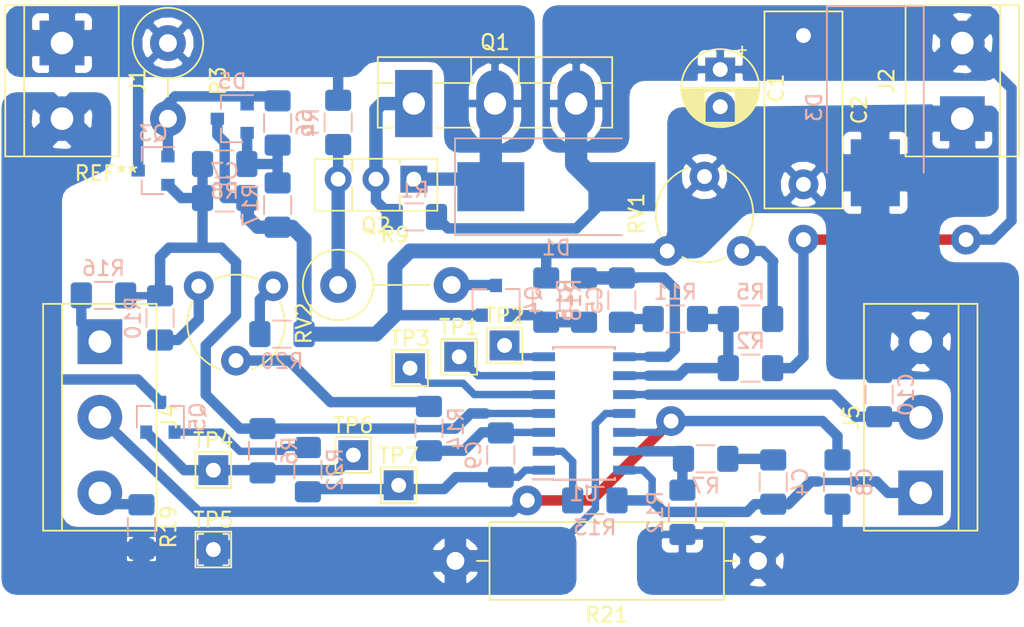
<source format=kicad_pcb>
(kicad_pcb (version 20171130) (host pcbnew "(5.0.0)")

  (general
    (thickness 1.6)
    (drawings 4)
    (tracks 223)
    (zones 0)
    (modules 54)
    (nets 34)
  )

  (page A4)
  (layers
    (0 F.Cu signal)
    (31 B.Cu signal)
    (32 B.Adhes user)
    (33 F.Adhes user)
    (34 B.Paste user)
    (35 F.Paste user)
    (36 B.SilkS user)
    (37 F.SilkS user)
    (38 B.Mask user hide)
    (39 F.Mask user hide)
    (40 Dwgs.User user)
    (41 Cmts.User user)
    (42 Eco1.User user)
    (43 Eco2.User user)
    (44 Edge.Cuts user)
    (45 Margin user)
    (46 B.CrtYd user)
    (47 F.CrtYd user)
    (48 B.Fab user hide)
    (49 F.Fab user hide)
  )

  (setup
    (last_trace_width 0.7)
    (user_trace_width 0.5)
    (user_trace_width 0.6)
    (user_trace_width 0.7)
    (user_trace_width 0.8)
    (user_trace_width 0.9)
    (user_trace_width 1)
    (user_trace_width 1.5)
    (user_trace_width 2)
    (trace_clearance 0.2)
    (zone_clearance 0.508)
    (zone_45_only no)
    (trace_min 0.2)
    (segment_width 0.2)
    (edge_width 0.15)
    (via_size 0.8)
    (via_drill 0.4)
    (via_min_size 0.4)
    (via_min_drill 0.3)
    (user_via 2 1)
    (uvia_size 0.3)
    (uvia_drill 0.1)
    (uvias_allowed no)
    (uvia_min_size 0.2)
    (uvia_min_drill 0.1)
    (pcb_text_width 0.3)
    (pcb_text_size 1.5 1.5)
    (mod_edge_width 0.15)
    (mod_text_size 1 1)
    (mod_text_width 0.15)
    (pad_size 2 2)
    (pad_drill 1)
    (pad_to_mask_clearance 0.2)
    (aux_axis_origin 0 0)
    (visible_elements 7FFFFFFF)
    (pcbplotparams
      (layerselection 0x00000_fffffffe)
      (usegerberextensions false)
      (usegerberattributes false)
      (usegerberadvancedattributes false)
      (creategerberjobfile false)
      (excludeedgelayer true)
      (linewidth 0.100000)
      (plotframeref false)
      (viasonmask false)
      (mode 1)
      (useauxorigin false)
      (hpglpennumber 1)
      (hpglpenspeed 20)
      (hpglpendiameter 15.000000)
      (psnegative false)
      (psa4output false)
      (plotreference true)
      (plotvalue true)
      (plotinvisibletext false)
      (padsonsilk false)
      (subtractmaskfromsilk false)
      (outputformat 5)
      (mirror false)
      (drillshape 1)
      (scaleselection 1)
      (outputdirectory "../../../../../../Desktop/f/"))
  )

  (net 0 "")
  (net 1 "Net-(C10-Pad1)")
  (net 2 /S_GND)
  (net 3 "Net-(J4-Pad3)")
  (net 4 "Net-(C8-Pad2)")
  (net 5 "Net-(J4-Pad1)")
  (net 6 I_LIM)
  (net 7 /U_OUT)
  (net 8 GND)
  (net 9 "Net-(Q2-Pad3)")
  (net 10 "Net-(Q4-Pad3)")
  (net 11 "Net-(C6-Pad2)")
  (net 12 /U_IN)
  (net 13 "Net-(Q1-Pad1)")
  (net 14 "Net-(R10-Pad2)")
  (net 15 +12V)
  (net 16 "Net-(R11-Pad1)")
  (net 17 "Net-(R5-Pad1)")
  (net 18 "Net-(R12-Pad1)")
  (net 19 "Net-(C4-Pad2)")
  (net 20 "Net-(C6-Pad1)")
  (net 21 "Net-(C5-Pad2)")
  (net 22 "Net-(R14-Pad2)")
  (net 23 "Net-(C9-Pad1)")
  (net 24 "Net-(C5-Pad1)")
  (net 25 "Net-(Q4-Pad1)")
  (net 26 "Net-(R13-Pad1)")
  (net 27 "Net-(R20-Pad1)")
  (net 28 "Net-(C9-Pad2)")
  (net 29 "Net-(TP1-Pad1)")
  (net 30 "Net-(TP3-Pad1)")
  (net 31 "Net-(TP2-Pad1)")
  (net 32 "Net-(Q5-Pad1)")
  (net 33 "Net-(Q5-Pad2)")

  (net_class Default "This is the default net class."
    (clearance 0.2)
    (trace_width 0.25)
    (via_dia 0.8)
    (via_drill 0.4)
    (uvia_dia 0.3)
    (uvia_drill 0.1)
    (add_net +12V)
    (add_net /S_GND)
    (add_net /U_IN)
    (add_net /U_OUT)
    (add_net GND)
    (add_net I_LIM)
    (add_net "Net-(C10-Pad1)")
    (add_net "Net-(C4-Pad2)")
    (add_net "Net-(C5-Pad1)")
    (add_net "Net-(C5-Pad2)")
    (add_net "Net-(C6-Pad1)")
    (add_net "Net-(C6-Pad2)")
    (add_net "Net-(C8-Pad2)")
    (add_net "Net-(C9-Pad1)")
    (add_net "Net-(C9-Pad2)")
    (add_net "Net-(J4-Pad1)")
    (add_net "Net-(J4-Pad3)")
    (add_net "Net-(Q1-Pad1)")
    (add_net "Net-(Q2-Pad3)")
    (add_net "Net-(Q4-Pad1)")
    (add_net "Net-(Q4-Pad3)")
    (add_net "Net-(Q5-Pad1)")
    (add_net "Net-(Q5-Pad2)")
    (add_net "Net-(R10-Pad2)")
    (add_net "Net-(R11-Pad1)")
    (add_net "Net-(R12-Pad1)")
    (add_net "Net-(R13-Pad1)")
    (add_net "Net-(R14-Pad2)")
    (add_net "Net-(R20-Pad1)")
    (add_net "Net-(R5-Pad1)")
    (add_net "Net-(TP1-Pad1)")
    (add_net "Net-(TP2-Pad1)")
    (add_net "Net-(TP3-Pad1)")
  )

  (module TestPoint:TestPoint_THTPad_2.0x2.0mm_Drill1.0mm (layer F.Cu) (tedit 5A0F774F) (tstamp 5E4295B2)
    (at 122.174 100.33)
    (descr "THT rectangular pad as test Point, square 2.0mm_Drill1.0mm  side length, hole diameter 1.0mm")
    (tags "test point THT pad rectangle square")
    (path /5E55520B)
    (attr virtual)
    (fp_text reference TP6 (at 0 -1.998) (layer F.SilkS)
      (effects (font (size 1 1) (thickness 0.15)))
    )
    (fp_text value R_LED_A (at 0 2.05) (layer F.Fab)
      (effects (font (size 1 1) (thickness 0.15)))
    )
    (fp_line (start 1.5 1.5) (end -1.5 1.5) (layer F.CrtYd) (width 0.05))
    (fp_line (start 1.5 1.5) (end 1.5 -1.5) (layer F.CrtYd) (width 0.05))
    (fp_line (start -1.5 -1.5) (end -1.5 1.5) (layer F.CrtYd) (width 0.05))
    (fp_line (start -1.5 -1.5) (end 1.5 -1.5) (layer F.CrtYd) (width 0.05))
    (fp_line (start -1.2 1.2) (end -1.2 -1.2) (layer F.SilkS) (width 0.12))
    (fp_line (start 1.2 1.2) (end -1.2 1.2) (layer F.SilkS) (width 0.12))
    (fp_line (start 1.2 -1.2) (end 1.2 1.2) (layer F.SilkS) (width 0.12))
    (fp_line (start -1.2 -1.2) (end 1.2 -1.2) (layer F.SilkS) (width 0.12))
    (fp_text user %R (at 0 -2) (layer F.Fab)
      (effects (font (size 1 1) (thickness 0.15)))
    )
    (pad 1 thru_hole rect (at 0 0) (size 2 2) (drill 1) (layers *.Cu *.Mask)
      (net 33 "Net-(Q5-Pad2)"))
  )

  (module TestPoint:TestPoint_THTPad_2.0x2.0mm_Drill1.0mm (layer F.Cu) (tedit 5A0F774F) (tstamp 5E4295A4)
    (at 125.222 102.362)
    (descr "THT rectangular pad as test Point, square 2.0mm_Drill1.0mm  side length, hole diameter 1.0mm")
    (tags "test point THT pad rectangle square")
    (path /5E55538B)
    (attr virtual)
    (fp_text reference TP7 (at 0 -1.998) (layer F.SilkS)
      (effects (font (size 1 1) (thickness 0.15)))
    )
    (fp_text value R_LED_K (at 0 2.05) (layer F.Fab)
      (effects (font (size 1 1) (thickness 0.15)))
    )
    (fp_text user %R (at 0 -2) (layer F.Fab)
      (effects (font (size 1 1) (thickness 0.15)))
    )
    (fp_line (start -1.2 -1.2) (end 1.2 -1.2) (layer F.SilkS) (width 0.12))
    (fp_line (start 1.2 -1.2) (end 1.2 1.2) (layer F.SilkS) (width 0.12))
    (fp_line (start 1.2 1.2) (end -1.2 1.2) (layer F.SilkS) (width 0.12))
    (fp_line (start -1.2 1.2) (end -1.2 -1.2) (layer F.SilkS) (width 0.12))
    (fp_line (start -1.5 -1.5) (end 1.5 -1.5) (layer F.CrtYd) (width 0.05))
    (fp_line (start -1.5 -1.5) (end -1.5 1.5) (layer F.CrtYd) (width 0.05))
    (fp_line (start 1.5 1.5) (end 1.5 -1.5) (layer F.CrtYd) (width 0.05))
    (fp_line (start 1.5 1.5) (end -1.5 1.5) (layer F.CrtYd) (width 0.05))
    (pad 1 thru_hole rect (at 0 0) (size 2 2) (drill 1) (layers *.Cu *.Mask)
      (net 28 "Net-(C9-Pad2)"))
  )

  (module TestPoint:TestPoint_THTPad_2.0x2.0mm_Drill1.0mm (layer F.Cu) (tedit 5A0F774F) (tstamp 5E42590F)
    (at 112.776 101.346)
    (descr "THT rectangular pad as test Point, square 2.0mm_Drill1.0mm  side length, hole diameter 1.0mm")
    (tags "test point THT pad rectangle square")
    (path /5E54D493)
    (attr virtual)
    (fp_text reference TP4 (at 0 -1.998) (layer F.SilkS)
      (effects (font (size 1 1) (thickness 0.15)))
    )
    (fp_text value G_LED_A (at 0 2.05) (layer F.Fab)
      (effects (font (size 1 1) (thickness 0.15)))
    )
    (fp_line (start 1.5 1.5) (end -1.5 1.5) (layer F.CrtYd) (width 0.05))
    (fp_line (start 1.5 1.5) (end 1.5 -1.5) (layer F.CrtYd) (width 0.05))
    (fp_line (start -1.5 -1.5) (end -1.5 1.5) (layer F.CrtYd) (width 0.05))
    (fp_line (start -1.5 -1.5) (end 1.5 -1.5) (layer F.CrtYd) (width 0.05))
    (fp_line (start -1.2 1.2) (end -1.2 -1.2) (layer F.SilkS) (width 0.12))
    (fp_line (start 1.2 1.2) (end -1.2 1.2) (layer F.SilkS) (width 0.12))
    (fp_line (start 1.2 -1.2) (end 1.2 1.2) (layer F.SilkS) (width 0.12))
    (fp_line (start -1.2 -1.2) (end 1.2 -1.2) (layer F.SilkS) (width 0.12))
    (fp_text user %R (at 0 -2) (layer F.Fab)
      (effects (font (size 1 1) (thickness 0.15)))
    )
    (pad 1 thru_hole rect (at 0 0) (size 2 2) (drill 1) (layers *.Cu *.Mask)
      (net 33 "Net-(Q5-Pad2)"))
  )

  (module TestPoint:TestPoint_THTPad_2.0x2.0mm_Drill1.0mm (layer F.Cu) (tedit 5E3FF298) (tstamp 5E425901)
    (at 112.776 106.68)
    (descr "THT rectangular pad as test Point, square 2.0mm_Drill1.0mm  side length, hole diameter 1.0mm")
    (tags "test point THT pad rectangle square")
    (path /5E5464F0)
    (attr virtual)
    (fp_text reference TP5 (at 0 -1.998) (layer F.SilkS)
      (effects (font (size 1 1) (thickness 0.15)))
    )
    (fp_text value G_LED_K (at 0 2.05) (layer F.Fab)
      (effects (font (size 1 1) (thickness 0.15)))
    )
    (fp_text user %R (at 0 -2) (layer F.Fab)
      (effects (font (size 1 1) (thickness 0.15)))
    )
    (fp_line (start -1.2 -1.2) (end 1.2 -1.2) (layer F.SilkS) (width 0.12))
    (fp_line (start 1.2 -1.2) (end 1.2 1.2) (layer F.SilkS) (width 0.12))
    (fp_line (start 1.2 1.2) (end -1.2 1.2) (layer F.SilkS) (width 0.12))
    (fp_line (start -1.2 1.2) (end -1.2 -1.2) (layer F.SilkS) (width 0.12))
    (fp_line (start -1.5 -1.5) (end 1.5 -1.5) (layer F.CrtYd) (width 0.05))
    (fp_line (start -1.5 -1.5) (end -1.5 1.5) (layer F.CrtYd) (width 0.05))
    (fp_line (start 1.5 1.5) (end 1.5 -1.5) (layer F.CrtYd) (width 0.05))
    (fp_line (start 1.5 1.5) (end -1.5 1.5) (layer F.CrtYd) (width 0.05))
    (pad 1 thru_hole rect (at 0 0) (size 2 2) (drill 1) (layers *.Cu *.Mask)
      (net 8 GND) (zone_connect 1) (thermal_width 2) (thermal_gap 0.1))
  )

  (module Package_TO_SOT_THT:TO-3P-3_Vertical (layer F.Cu) (tedit 5AC8701B) (tstamp 5E41D6A3)
    (at 126.238 76.708)
    (descr "TO-3P-3, Vertical, RM 5.45mm, , see https://toshiba.semicon-storage.com/ap-en/design-support/package/detail.TO-3P(N).html")
    (tags "TO-3P-3 Vertical RM 5.45mm ")
    (path /5E079F98)
    (fp_text reference Q1 (at 5.45 -4.12) (layer F.SilkS)
      (effects (font (size 1 1) (thickness 0.15)))
    )
    (fp_text value 2SC5200 (at 5.45 3.5) (layer F.Fab)
      (effects (font (size 1 1) (thickness 0.15)))
    )
    (fp_line (start -2.3 -3) (end -2.3 1.5) (layer F.Fab) (width 0.1))
    (fp_line (start -2.3 1.5) (end 13.2 1.5) (layer F.Fab) (width 0.1))
    (fp_line (start 13.2 1.5) (end 13.2 -3) (layer F.Fab) (width 0.1))
    (fp_line (start 13.2 -3) (end -2.3 -3) (layer F.Fab) (width 0.1))
    (fp_line (start -2.3 -1.5) (end 13.2 -1.5) (layer F.Fab) (width 0.1))
    (fp_line (start 3.85 -3) (end 3.85 -1.5) (layer F.Fab) (width 0.1))
    (fp_line (start 7.05 -3) (end 7.05 -1.5) (layer F.Fab) (width 0.1))
    (fp_line (start -2.42 -3.12) (end 13.32 -3.12) (layer F.SilkS) (width 0.12))
    (fp_line (start -2.42 1.62) (end -1.4 1.62) (layer F.SilkS) (width 0.12))
    (fp_line (start 1.4 1.62) (end 4.051 1.62) (layer F.SilkS) (width 0.12))
    (fp_line (start 6.85 1.62) (end 9.5 1.62) (layer F.SilkS) (width 0.12))
    (fp_line (start 12.3 1.62) (end 13.32 1.62) (layer F.SilkS) (width 0.12))
    (fp_line (start -2.42 -3.12) (end -2.42 1.62) (layer F.SilkS) (width 0.12))
    (fp_line (start 13.32 -3.12) (end 13.32 1.62) (layer F.SilkS) (width 0.12))
    (fp_line (start -2.42 -1.38) (end -1.4 -1.38) (layer F.SilkS) (width 0.12))
    (fp_line (start 1.4 -1.38) (end 4.051 -1.38) (layer F.SilkS) (width 0.12))
    (fp_line (start 6.85 -1.38) (end 9.5 -1.38) (layer F.SilkS) (width 0.12))
    (fp_line (start 12.3 -1.38) (end 13.32 -1.38) (layer F.SilkS) (width 0.12))
    (fp_line (start 3.85 -3.12) (end 3.85 -1.38) (layer F.SilkS) (width 0.12))
    (fp_line (start 7.051 -3.12) (end 7.051 -1.38) (layer F.SilkS) (width 0.12))
    (fp_line (start -2.55 -3.25) (end -2.55 2.5) (layer F.CrtYd) (width 0.05))
    (fp_line (start -2.55 2.5) (end 13.45 2.5) (layer F.CrtYd) (width 0.05))
    (fp_line (start 13.45 2.5) (end 13.45 -3.25) (layer F.CrtYd) (width 0.05))
    (fp_line (start 13.45 -3.25) (end -2.55 -3.25) (layer F.CrtYd) (width 0.05))
    (fp_text user %R (at 5.45 -4.12) (layer F.Fab)
      (effects (font (size 1 1) (thickness 0.15)))
    )
    (pad 1 thru_hole rect (at 0 0) (size 2.5 4.5) (drill 1.5) (layers *.Cu *.Mask)
      (net 13 "Net-(Q1-Pad1)"))
    (pad 2 thru_hole oval (at 5.45 0) (size 2.5 4.5) (drill 1.5) (layers *.Cu *.Mask)
      (net 12 /U_IN))
    (pad 3 thru_hole oval (at 10.9 0) (size 2.5 4.5) (drill 1.5) (layers *.Cu *.Mask)
      (net 7 /U_OUT))
    (model ${KISYS3DMOD}/Package_TO_SOT_THT.3dshapes/TO-3P-3_Vertical.wrl
      (at (xyz 0 0 0))
      (scale (xyz 1 1 1))
      (rotate (xyz 0 0 0))
    )
  )

  (module Package_TO_SOT_SMD:SOT-23 (layer B.Cu) (tedit 5A02FF57) (tstamp 5E3E70AD)
    (at 109.22 97.79 90)
    (descr "SOT-23, Standard")
    (tags SOT-23)
    (path /5E3ED305)
    (attr smd)
    (fp_text reference Q5 (at 0 2.5 90) (layer B.SilkS)
      (effects (font (size 1 1) (thickness 0.15)) (justify mirror))
    )
    (fp_text value MMBT5551 (at 0 -2.5 90) (layer B.Fab)
      (effects (font (size 1 1) (thickness 0.15)) (justify mirror))
    )
    (fp_text user %R (at 0 0) (layer B.Fab)
      (effects (font (size 0.5 0.5) (thickness 0.075)) (justify mirror))
    )
    (fp_line (start -0.7 0.95) (end -0.7 -1.5) (layer B.Fab) (width 0.1))
    (fp_line (start -0.15 1.52) (end 0.7 1.52) (layer B.Fab) (width 0.1))
    (fp_line (start -0.7 0.95) (end -0.15 1.52) (layer B.Fab) (width 0.1))
    (fp_line (start 0.7 1.52) (end 0.7 -1.52) (layer B.Fab) (width 0.1))
    (fp_line (start -0.7 -1.52) (end 0.7 -1.52) (layer B.Fab) (width 0.1))
    (fp_line (start 0.76 -1.58) (end 0.76 -0.65) (layer B.SilkS) (width 0.12))
    (fp_line (start 0.76 1.58) (end 0.76 0.65) (layer B.SilkS) (width 0.12))
    (fp_line (start -1.7 1.75) (end 1.7 1.75) (layer B.CrtYd) (width 0.05))
    (fp_line (start 1.7 1.75) (end 1.7 -1.75) (layer B.CrtYd) (width 0.05))
    (fp_line (start 1.7 -1.75) (end -1.7 -1.75) (layer B.CrtYd) (width 0.05))
    (fp_line (start -1.7 -1.75) (end -1.7 1.75) (layer B.CrtYd) (width 0.05))
    (fp_line (start 0.76 1.58) (end -1.4 1.58) (layer B.SilkS) (width 0.12))
    (fp_line (start 0.76 -1.58) (end -0.7 -1.58) (layer B.SilkS) (width 0.12))
    (pad 1 smd rect (at -1 0.95 90) (size 0.9 0.8) (layers B.Cu B.Paste B.Mask)
      (net 32 "Net-(Q5-Pad1)"))
    (pad 2 smd rect (at -1 -0.95 90) (size 0.9 0.8) (layers B.Cu B.Paste B.Mask)
      (net 33 "Net-(Q5-Pad2)"))
    (pad 3 smd rect (at 1 0 90) (size 0.9 0.8) (layers B.Cu B.Paste B.Mask)
      (net 8 GND))
    (model ${KISYS3DMOD}/Package_TO_SOT_SMD.3dshapes/SOT-23.wrl
      (at (xyz 0 0 0))
      (scale (xyz 1 1 1))
      (rotate (xyz 0 0 0))
    )
  )

  (module Resistor_SMD:R_1206_3216Metric_Pad1.42x1.75mm_HandSolder (layer B.Cu) (tedit 5B301BBD) (tstamp 5E3E6FAC)
    (at 119.126 101.3095 90)
    (descr "Resistor SMD 1206 (3216 Metric), square (rectangular) end terminal, IPC_7351 nominal with elongated pad for handsoldering. (Body size source: http://www.tortai-tech.com/upload/download/2011102023233369053.pdf), generated with kicad-footprint-generator")
    (tags "resistor handsolder")
    (path /5E3ED395)
    (attr smd)
    (fp_text reference R22 (at 0 1.82 90) (layer B.SilkS)
      (effects (font (size 1 1) (thickness 0.15)) (justify mirror))
    )
    (fp_text value 1K (at 0 -1.82 90) (layer B.Fab)
      (effects (font (size 1 1) (thickness 0.15)) (justify mirror))
    )
    (fp_line (start -1.6 -0.8) (end -1.6 0.8) (layer B.Fab) (width 0.1))
    (fp_line (start -1.6 0.8) (end 1.6 0.8) (layer B.Fab) (width 0.1))
    (fp_line (start 1.6 0.8) (end 1.6 -0.8) (layer B.Fab) (width 0.1))
    (fp_line (start 1.6 -0.8) (end -1.6 -0.8) (layer B.Fab) (width 0.1))
    (fp_line (start -0.602064 0.91) (end 0.602064 0.91) (layer B.SilkS) (width 0.12))
    (fp_line (start -0.602064 -0.91) (end 0.602064 -0.91) (layer B.SilkS) (width 0.12))
    (fp_line (start -2.45 -1.12) (end -2.45 1.12) (layer B.CrtYd) (width 0.05))
    (fp_line (start -2.45 1.12) (end 2.45 1.12) (layer B.CrtYd) (width 0.05))
    (fp_line (start 2.45 1.12) (end 2.45 -1.12) (layer B.CrtYd) (width 0.05))
    (fp_line (start 2.45 -1.12) (end -2.45 -1.12) (layer B.CrtYd) (width 0.05))
    (fp_text user %R (at 0 0 90) (layer B.Fab)
      (effects (font (size 0.8 0.8) (thickness 0.12)) (justify mirror))
    )
    (pad 1 smd roundrect (at -1.4875 0 90) (size 1.425 1.75) (layers B.Cu B.Paste B.Mask) (roundrect_rratio 0.175439)
      (net 28 "Net-(C9-Pad2)"))
    (pad 2 smd roundrect (at 1.4875 0 90) (size 1.425 1.75) (layers B.Cu B.Paste B.Mask) (roundrect_rratio 0.175439)
      (net 32 "Net-(Q5-Pad1)"))
    (model ${KISYS3DMOD}/Resistor_SMD.3dshapes/R_1206_3216Metric.wrl
      (at (xyz 0 0 0))
      (scale (xyz 1 1 1))
      (rotate (xyz 0 0 0))
    )
  )

  (module TestPoint:TestPoint_THTPad_2.0x2.0mm_Drill1.0mm (layer F.Cu) (tedit 5A0F774F) (tstamp 5E09D1DC)
    (at 132.334 92.964)
    (descr "THT rectangular pad as test Point, square 2.0mm_Drill1.0mm  side length, hole diameter 1.0mm")
    (tags "test point THT pad rectangle square")
    (path /5E0A2F2E)
    (attr virtual)
    (fp_text reference TP2 (at 0 -1.998) (layer F.SilkS)
      (effects (font (size 1 1) (thickness 0.15)))
    )
    (fp_text value TestPoint (at 0 2.05) (layer F.Fab)
      (effects (font (size 1 1) (thickness 0.15)))
    )
    (fp_text user %R (at 0 -2) (layer F.Fab)
      (effects (font (size 1 1) (thickness 0.15)))
    )
    (fp_line (start -1.2 -1.2) (end 1.2 -1.2) (layer F.SilkS) (width 0.12))
    (fp_line (start 1.2 -1.2) (end 1.2 1.2) (layer F.SilkS) (width 0.12))
    (fp_line (start 1.2 1.2) (end -1.2 1.2) (layer F.SilkS) (width 0.12))
    (fp_line (start -1.2 1.2) (end -1.2 -1.2) (layer F.SilkS) (width 0.12))
    (fp_line (start -1.5 -1.5) (end 1.5 -1.5) (layer F.CrtYd) (width 0.05))
    (fp_line (start -1.5 -1.5) (end -1.5 1.5) (layer F.CrtYd) (width 0.05))
    (fp_line (start 1.5 1.5) (end 1.5 -1.5) (layer F.CrtYd) (width 0.05))
    (fp_line (start 1.5 1.5) (end -1.5 1.5) (layer F.CrtYd) (width 0.05))
    (pad 1 thru_hole rect (at 0 0) (size 2 2) (drill 1) (layers *.Cu *.Mask)
      (net 31 "Net-(TP2-Pad1)"))
  )

  (module TestPoint:TestPoint_THTPad_2.0x2.0mm_Drill1.0mm (layer F.Cu) (tedit 5A0F774F) (tstamp 5E09D1CE)
    (at 125.984 94.488)
    (descr "THT rectangular pad as test Point, square 2.0mm_Drill1.0mm  side length, hole diameter 1.0mm")
    (tags "test point THT pad rectangle square")
    (path /5E0A2DEF)
    (attr virtual)
    (fp_text reference TP3 (at 0 -1.998) (layer F.SilkS)
      (effects (font (size 1 1) (thickness 0.15)))
    )
    (fp_text value TestPoint (at 0 2.05) (layer F.Fab)
      (effects (font (size 1 1) (thickness 0.15)))
    )
    (fp_line (start 1.5 1.5) (end -1.5 1.5) (layer F.CrtYd) (width 0.05))
    (fp_line (start 1.5 1.5) (end 1.5 -1.5) (layer F.CrtYd) (width 0.05))
    (fp_line (start -1.5 -1.5) (end -1.5 1.5) (layer F.CrtYd) (width 0.05))
    (fp_line (start -1.5 -1.5) (end 1.5 -1.5) (layer F.CrtYd) (width 0.05))
    (fp_line (start -1.2 1.2) (end -1.2 -1.2) (layer F.SilkS) (width 0.12))
    (fp_line (start 1.2 1.2) (end -1.2 1.2) (layer F.SilkS) (width 0.12))
    (fp_line (start 1.2 -1.2) (end 1.2 1.2) (layer F.SilkS) (width 0.12))
    (fp_line (start -1.2 -1.2) (end 1.2 -1.2) (layer F.SilkS) (width 0.12))
    (fp_text user %R (at 0 -2) (layer F.Fab)
      (effects (font (size 1 1) (thickness 0.15)))
    )
    (pad 1 thru_hole rect (at 0 0) (size 2 2) (drill 1) (layers *.Cu *.Mask)
      (net 30 "Net-(TP3-Pad1)"))
  )

  (module TestPoint:TestPoint_THTPad_2.0x2.0mm_Drill1.0mm (layer F.Cu) (tedit 5A0F774F) (tstamp 5E09D1C0)
    (at 129.286 93.726)
    (descr "THT rectangular pad as test Point, square 2.0mm_Drill1.0mm  side length, hole diameter 1.0mm")
    (tags "test point THT pad rectangle square")
    (path /5E0A2D1B)
    (attr virtual)
    (fp_text reference TP1 (at 0 -1.998) (layer F.SilkS)
      (effects (font (size 1 1) (thickness 0.15)))
    )
    (fp_text value TestPoint (at 0 2.05) (layer F.Fab)
      (effects (font (size 1 1) (thickness 0.15)))
    )
    (fp_text user %R (at 0 -2) (layer F.Fab)
      (effects (font (size 1 1) (thickness 0.15)))
    )
    (fp_line (start -1.2 -1.2) (end 1.2 -1.2) (layer F.SilkS) (width 0.12))
    (fp_line (start 1.2 -1.2) (end 1.2 1.2) (layer F.SilkS) (width 0.12))
    (fp_line (start 1.2 1.2) (end -1.2 1.2) (layer F.SilkS) (width 0.12))
    (fp_line (start -1.2 1.2) (end -1.2 -1.2) (layer F.SilkS) (width 0.12))
    (fp_line (start -1.5 -1.5) (end 1.5 -1.5) (layer F.CrtYd) (width 0.05))
    (fp_line (start -1.5 -1.5) (end -1.5 1.5) (layer F.CrtYd) (width 0.05))
    (fp_line (start 1.5 1.5) (end 1.5 -1.5) (layer F.CrtYd) (width 0.05))
    (fp_line (start 1.5 1.5) (end -1.5 1.5) (layer F.CrtYd) (width 0.05))
    (pad 1 thru_hole rect (at 0 0) (size 2 2) (drill 1) (layers *.Cu *.Mask)
      (net 29 "Net-(TP1-Pad1)"))
  )

  (module Resistor_SMD:R_1206_3216Metric_Pad1.42x1.75mm_HandSolder (layer B.Cu) (tedit 5B301BBD) (tstamp 5E0A3A26)
    (at 148.844 94.488 180)
    (descr "Resistor SMD 1206 (3216 Metric), square (rectangular) end terminal, IPC_7351 nominal with elongated pad for handsoldering. (Body size source: http://www.tortai-tech.com/upload/download/2011102023233369053.pdf), generated with kicad-footprint-generator")
    (tags "resistor handsolder")
    (path /5E16D0F7)
    (attr smd)
    (fp_text reference R2 (at 0 1.82 180) (layer B.SilkS)
      (effects (font (size 1 1) (thickness 0.15)) (justify mirror))
    )
    (fp_text value 39K (at 0 -1.82 180) (layer B.Fab)
      (effects (font (size 1 1) (thickness 0.15)) (justify mirror))
    )
    (fp_line (start -1.6 -0.8) (end -1.6 0.8) (layer B.Fab) (width 0.1))
    (fp_line (start -1.6 0.8) (end 1.6 0.8) (layer B.Fab) (width 0.1))
    (fp_line (start 1.6 0.8) (end 1.6 -0.8) (layer B.Fab) (width 0.1))
    (fp_line (start 1.6 -0.8) (end -1.6 -0.8) (layer B.Fab) (width 0.1))
    (fp_line (start -0.602064 0.91) (end 0.602064 0.91) (layer B.SilkS) (width 0.12))
    (fp_line (start -0.602064 -0.91) (end 0.602064 -0.91) (layer B.SilkS) (width 0.12))
    (fp_line (start -2.45 -1.12) (end -2.45 1.12) (layer B.CrtYd) (width 0.05))
    (fp_line (start -2.45 1.12) (end 2.45 1.12) (layer B.CrtYd) (width 0.05))
    (fp_line (start 2.45 1.12) (end 2.45 -1.12) (layer B.CrtYd) (width 0.05))
    (fp_line (start 2.45 -1.12) (end -2.45 -1.12) (layer B.CrtYd) (width 0.05))
    (fp_text user %R (at 0 0 180) (layer B.Fab)
      (effects (font (size 0.8 0.8) (thickness 0.12)) (justify mirror))
    )
    (pad 1 smd roundrect (at -1.4875 0 180) (size 1.425 1.75) (layers B.Cu B.Paste B.Mask) (roundrect_rratio 0.175439)
      (net 7 /U_OUT))
    (pad 2 smd roundrect (at 1.4875 0 180) (size 1.425 1.75) (layers B.Cu B.Paste B.Mask) (roundrect_rratio 0.175439)
      (net 16 "Net-(R11-Pad1)"))
    (model ${KISYS3DMOD}/Resistor_SMD.3dshapes/R_1206_3216Metric.wrl
      (at (xyz 0 0 0))
      (scale (xyz 1 1 1))
      (rotate (xyz 0 0 0))
    )
  )

  (module Resistor_THT:R_Axial_DIN0516_L15.5mm_D5.0mm_P20.32mm_Horizontal (layer F.Cu) (tedit 5E09233E) (tstamp 5E093534)
    (at 149.352 107.442 180)
    (descr "Resistor, Axial_DIN0516 series, Axial, Horizontal, pin pitch=20.32mm, 2W, length*diameter=15.5*5mm^2, http://cdn-reichelt.de/documents/datenblatt/B400/1_4W%23YAG.pdf")
    (tags "Resistor Axial_DIN0516 series Axial Horizontal pin pitch 20.32mm 2W length 15.5mm diameter 5mm")
    (path /5E0F6946)
    (fp_text reference R21 (at 10.16 -3.62 180) (layer F.SilkS)
      (effects (font (size 1 1) (thickness 0.15)))
    )
    (fp_text value "0.33R, 2W" (at 10.16 3.62 180) (layer F.Fab)
      (effects (font (size 1 1) (thickness 0.15)))
    )
    (fp_line (start 2.41 -2.5) (end 2.41 2.5) (layer F.Fab) (width 0.1))
    (fp_line (start 2.41 2.5) (end 17.91 2.5) (layer F.Fab) (width 0.1))
    (fp_line (start 17.91 2.5) (end 17.91 -2.5) (layer F.Fab) (width 0.1))
    (fp_line (start 17.91 -2.5) (end 2.41 -2.5) (layer F.Fab) (width 0.1))
    (fp_line (start 0 0) (end 2.41 0) (layer F.Fab) (width 0.1))
    (fp_line (start 20.32 0) (end 17.91 0) (layer F.Fab) (width 0.1))
    (fp_line (start 2.29 -2.62) (end 2.29 2.62) (layer F.SilkS) (width 0.12))
    (fp_line (start 2.29 2.62) (end 18.03 2.62) (layer F.SilkS) (width 0.12))
    (fp_line (start 18.03 2.62) (end 18.03 -2.62) (layer F.SilkS) (width 0.12))
    (fp_line (start 18.03 -2.62) (end 2.29 -2.62) (layer F.SilkS) (width 0.12))
    (fp_line (start 1.44 0) (end 2.29 0) (layer F.SilkS) (width 0.12))
    (fp_line (start 18.88 0) (end 18.03 0) (layer F.SilkS) (width 0.12))
    (fp_line (start -1.45 -2.75) (end -1.45 2.75) (layer F.CrtYd) (width 0.05))
    (fp_line (start -1.45 2.75) (end 21.77 2.75) (layer F.CrtYd) (width 0.05))
    (fp_line (start 21.77 2.75) (end 21.77 -2.75) (layer F.CrtYd) (width 0.05))
    (fp_line (start 21.77 -2.75) (end -1.45 -2.75) (layer F.CrtYd) (width 0.05))
    (fp_text user %R (at 10.16 0 180) (layer F.Fab)
      (effects (font (size 1 1) (thickness 0.15)))
    )
    (pad 1 thru_hole circle (at 0 0 180) (size 2.4 2.4) (drill 1.2) (layers *.Cu *.Mask)
      (net 2 /S_GND) (thermal_width 2))
    (pad 2 thru_hole oval (at 20.32 0 180) (size 2.4 2.4) (drill 1.2) (layers *.Cu *.Mask)
      (net 8 GND) (thermal_width 2))
    (model ${KISYS3DMOD}/Resistor_THT.3dshapes/R_Axial_DIN0516_L15.5mm_D5.0mm_P20.32mm_Horizontal.wrl
      (at (xyz 0 0 0))
      (scale (xyz 1 1 1))
      (rotate (xyz 0 0 0))
    )
  )

  (module Capacitor_THT:C_Rect_L13.0mm_W5.0mm_P10.00mm_FKS3_FKP3_MKS4 (layer F.Cu) (tedit 5E3FD00A) (tstamp 5E0A3C58)
    (at 152.4 72.136 270)
    (descr "C, Rect series, Radial, pin pitch=10.00mm, , length*width=13*5mm^2, Capacitor, http://www.wima.com/EN/WIMA_FKS_3.pdf, http://www.wima.com/EN/WIMA_MKS_4.pdf")
    (tags "C Rect series Radial pin pitch 10.00mm  length 13mm width 5mm Capacitor")
    (path /5E16D39D)
    (fp_text reference C2 (at 5 -3.75 270) (layer F.SilkS)
      (effects (font (size 1 1) (thickness 0.15)))
    )
    (fp_text value 0.56uF (at 5 3.75 270) (layer F.Fab)
      (effects (font (size 1 1) (thickness 0.15)))
    )
    (fp_line (start -1.5 -2.5) (end -1.5 2.5) (layer F.Fab) (width 0.1))
    (fp_line (start -1.5 2.5) (end 11.5 2.5) (layer F.Fab) (width 0.1))
    (fp_line (start 11.5 2.5) (end 11.5 -2.5) (layer F.Fab) (width 0.1))
    (fp_line (start 11.5 -2.5) (end -1.5 -2.5) (layer F.Fab) (width 0.1))
    (fp_line (start -1.62 -2.62) (end 11.62 -2.62) (layer F.SilkS) (width 0.12))
    (fp_line (start -1.62 2.62) (end 11.62 2.62) (layer F.SilkS) (width 0.12))
    (fp_line (start -1.62 -2.62) (end -1.62 2.62) (layer F.SilkS) (width 0.12))
    (fp_line (start 11.62 -2.62) (end 11.62 2.62) (layer F.SilkS) (width 0.12))
    (fp_line (start -1.75 -2.75) (end -1.75 2.75) (layer F.CrtYd) (width 0.05))
    (fp_line (start -1.75 2.75) (end 11.75 2.75) (layer F.CrtYd) (width 0.05))
    (fp_line (start 11.75 2.75) (end 11.75 -2.75) (layer F.CrtYd) (width 0.05))
    (fp_line (start 11.75 -2.75) (end -1.75 -2.75) (layer F.CrtYd) (width 0.05))
    (fp_text user %R (at 5 0 270) (layer F.Fab)
      (effects (font (size 1 1) (thickness 0.15)))
    )
    (pad 1 thru_hole circle (at 0 0 270) (size 2 2) (drill 1) (layers *.Cu *.Mask)
      (net 7 /U_OUT) (zone_connect 2))
    (pad 2 thru_hole circle (at 10 0 270) (size 2 2) (drill 1) (layers *.Cu *.Mask)
      (net 2 /S_GND))
    (model ${KISYS3DMOD}/Capacitor_THT.3dshapes/C_Rect_L13.0mm_W5.0mm_P10.00mm_FKS3_FKP3_MKS4.wrl
      (at (xyz 0 0 0))
      (scale (xyz 1 1 1))
      (rotate (xyz 0 0 0))
    )
  )

  (module Resistor_THT:R_Axial_DIN0414_L11.9mm_D4.5mm_P7.62mm_Vertical (layer F.Cu) (tedit 5AE5139B) (tstamp 5E0B7EA6)
    (at 121.158 88.9)
    (descr "Resistor, Axial_DIN0414 series, Axial, Vertical, pin pitch=7.62mm, 2W, length*diameter=11.9*4.5mm^2, http://www.vishay.com/docs/20128/wkxwrx.pdf")
    (tags "Resistor Axial_DIN0414 series Axial Vertical pin pitch 7.62mm 2W length 11.9mm diameter 4.5mm")
    (path /5E0848F1)
    (fp_text reference R9 (at 3.81 -3.37) (layer F.SilkS)
      (effects (font (size 1 1) (thickness 0.15)))
    )
    (fp_text value "5.6K, 1W" (at 3.81 3.37) (layer F.Fab)
      (effects (font (size 1 1) (thickness 0.15)))
    )
    (fp_circle (center 0 0) (end 2.25 0) (layer F.Fab) (width 0.1))
    (fp_circle (center 0 0) (end 2.37 0) (layer F.SilkS) (width 0.12))
    (fp_line (start 0 0) (end 7.62 0) (layer F.Fab) (width 0.1))
    (fp_line (start 2.37 0) (end 6.12 0) (layer F.SilkS) (width 0.12))
    (fp_line (start -2.5 -2.5) (end -2.5 2.5) (layer F.CrtYd) (width 0.05))
    (fp_line (start -2.5 2.5) (end 9.07 2.5) (layer F.CrtYd) (width 0.05))
    (fp_line (start 9.07 2.5) (end 9.07 -2.5) (layer F.CrtYd) (width 0.05))
    (fp_line (start 9.07 -2.5) (end -2.5 -2.5) (layer F.CrtYd) (width 0.05))
    (fp_text user %R (at 3.81 -3.37) (layer F.Fab)
      (effects (font (size 1 1) (thickness 0.15)))
    )
    (pad 1 thru_hole circle (at 0 0) (size 2.4 2.4) (drill 1.2) (layers *.Cu *.Mask)
      (net 9 "Net-(Q2-Pad3)"))
    (pad 2 thru_hole oval (at 7.62 0) (size 2.4 2.4) (drill 1.2) (layers *.Cu *.Mask)
      (net 10 "Net-(Q4-Pad3)"))
    (model ${KISYS3DMOD}/Resistor_THT.3dshapes/R_Axial_DIN0414_L11.9mm_D4.5mm_P7.62mm_Vertical.wrl
      (at (xyz 0 0 0))
      (scale (xyz 1 1 1))
      (rotate (xyz 0 0 0))
    )
  )

  (module Potentiometer_THT:Potentiometer_Piher_PT-6-V_Vertical (layer F.Cu) (tedit 5E087C85) (tstamp 5E0B1801)
    (at 111.8 88.98 270)
    (descr "Potentiometer, vertical, Piher PT-6-V, http://www.piher-nacesa.com/pdf/11-PT6v03.pdf")
    (tags "Potentiometer vertical Piher PT-6-V")
    (path /5E1E108A)
    (fp_text reference RV2 (at 2.5 -7.06 270) (layer F.SilkS)
      (effects (font (size 1 1) (thickness 0.15)))
    )
    (fp_text value 2K (at 2.5 2.06 270) (layer F.Fab)
      (effects (font (size 1 1) (thickness 0.15)))
    )
    (fp_text user %R (at 0.55 -2.5) (layer F.Fab)
      (effects (font (size 1 1) (thickness 0.15)))
    )
    (fp_line (start 6.1 -6.1) (end -1.1 -6.1) (layer F.CrtYd) (width 0.05))
    (fp_line (start 6.1 1.1) (end 6.1 -6.1) (layer F.CrtYd) (width 0.05))
    (fp_line (start -1.1 1.1) (end 6.1 1.1) (layer F.CrtYd) (width 0.05))
    (fp_line (start -1.1 -6.1) (end -1.1 1.1) (layer F.CrtYd) (width 0.05))
    (fp_circle (center 2.5 -2.5) (end 3.4 -2.5) (layer F.Fab) (width 0.1))
    (fp_circle (center 2.5 -2.5) (end 5.65 -2.5) (layer F.Fab) (width 0.1))
    (fp_arc (start 2.5 -2.5) (end 1.015 0.414) (angle -28) (layer F.SilkS) (width 0.12))
    (fp_arc (start 2.5 -2.5) (end -0.414 -3.984) (angle -54) (layer F.SilkS) (width 0.12))
    (fp_arc (start 2.5 -2.5) (end 5.592 -3.564) (angle -98) (layer F.SilkS) (width 0.12))
    (fp_arc (start 2.5 -2.5) (end 2.5 0.77) (angle -71) (layer F.SilkS) (width 0.12))
    (pad 1 thru_hole circle (at 0 0 270) (size 2 2) (drill 1) (layers *.Cu *.Mask)
      (net 14 "Net-(R10-Pad2)"))
    (pad 2 thru_hole circle (at 5 -2.5 270) (size 2 2) (drill 1) (layers *.Cu *.Mask)
      (net 22 "Net-(R14-Pad2)"))
    (pad 3 thru_hole circle (at 0 -5 270) (size 2 2) (drill 1) (layers *.Cu *.Mask)
      (net 27 "Net-(R20-Pad1)"))
    (model ${KISYS3DMOD}/Potentiometer_THT.3dshapes/Potentiometer_Piher_PT-6-V_Vertical.wrl
      (at (xyz 0 0 0))
      (scale (xyz 1 1 1))
      (rotate (xyz 0 0 0))
    )
  )

  (module Potentiometer_THT:Potentiometer_Piher_PT-6-V_Vertical (layer F.Cu) (tedit 5E3FD1DE) (tstamp 5E0B17F0)
    (at 148.256 86.614 90)
    (descr "Potentiometer, vertical, Piher PT-6-V, http://www.piher-nacesa.com/pdf/11-PT6v03.pdf")
    (tags "Potentiometer vertical Piher PT-6-V")
    (path /5E07A6BC)
    (fp_text reference RV1 (at 2.5 -7.06 90) (layer F.SilkS)
      (effects (font (size 1 1) (thickness 0.15)))
    )
    (fp_text value 2K (at 2.5 2.06 270) (layer F.Fab)
      (effects (font (size 1 1) (thickness 0.15)))
    )
    (fp_arc (start 2.5 -2.5) (end 2.5 0.77) (angle -71) (layer F.SilkS) (width 0.12))
    (fp_arc (start 2.5 -2.5) (end 5.592 -3.564) (angle -98) (layer F.SilkS) (width 0.12))
    (fp_arc (start 2.5 -2.5) (end -0.414 -3.984) (angle -54) (layer F.SilkS) (width 0.12))
    (fp_arc (start 2.5 -2.5) (end 1.015 0.414) (angle -28) (layer F.SilkS) (width 0.12))
    (fp_circle (center 2.5 -2.5) (end 5.65 -2.5) (layer F.Fab) (width 0.1))
    (fp_circle (center 2.5 -2.5) (end 3.4 -2.5) (layer F.Fab) (width 0.1))
    (fp_line (start -1.1 -6.1) (end -1.1 1.1) (layer F.CrtYd) (width 0.05))
    (fp_line (start -1.1 1.1) (end 6.1 1.1) (layer F.CrtYd) (width 0.05))
    (fp_line (start 6.1 1.1) (end 6.1 -6.1) (layer F.CrtYd) (width 0.05))
    (fp_line (start 6.1 -6.1) (end -1.1 -6.1) (layer F.CrtYd) (width 0.05))
    (fp_text user %R (at 0.55 -2.5 180) (layer F.Fab)
      (effects (font (size 1 1) (thickness 0.15)))
    )
    (pad 3 thru_hole circle (at 0 -5 90) (size 2 2) (drill 1) (layers *.Cu *.Mask)
      (net 2 /S_GND) (zone_connect 2) (thermal_width 2))
    (pad 2 thru_hole circle (at 5 -2.5 90) (size 2 2) (drill 1) (layers *.Cu *.Mask)
      (net 2 /S_GND))
    (pad 1 thru_hole circle (at 0 0 90) (size 2 2) (drill 1) (layers *.Cu *.Mask)
      (net 17 "Net-(R5-Pad1)"))
    (model ${KISYS3DMOD}/Potentiometer_THT.3dshapes/Potentiometer_Piher_PT-6-V_Vertical.wrl
      (at (xyz 0 0 0))
      (scale (xyz 1 1 1))
      (rotate (xyz 0 0 0))
    )
  )

  (module TerminalBlock:TerminalBlock_bornier-2_P5.08mm (layer F.Cu) (tedit 5E0909F9) (tstamp 5E0A39C6)
    (at 102.616 72.644 270)
    (descr "simple 2-pin terminal block, pitch 5.08mm, revamped version of bornier2")
    (tags "terminal block bornier2")
    (path /5E1B17A6)
    (fp_text reference J1 (at 2.54 -5.08 270) (layer F.SilkS)
      (effects (font (size 1 1) (thickness 0.15)))
    )
    (fp_text value " 1K" (at 2.54 5.08 270) (layer F.Fab)
      (effects (font (size 1 1) (thickness 0.15)))
    )
    (fp_text user %R (at 2.54 0 270) (layer F.Fab)
      (effects (font (size 1 1) (thickness 0.15)))
    )
    (fp_line (start -2.41 2.55) (end 7.49 2.55) (layer F.Fab) (width 0.1))
    (fp_line (start -2.46 -3.75) (end -2.46 3.75) (layer F.Fab) (width 0.1))
    (fp_line (start -2.46 3.75) (end 7.54 3.75) (layer F.Fab) (width 0.1))
    (fp_line (start 7.54 3.75) (end 7.54 -3.75) (layer F.Fab) (width 0.1))
    (fp_line (start 7.54 -3.75) (end -2.46 -3.75) (layer F.Fab) (width 0.1))
    (fp_line (start 7.62 2.54) (end -2.54 2.54) (layer F.SilkS) (width 0.12))
    (fp_line (start 7.62 3.81) (end 7.62 -3.81) (layer F.SilkS) (width 0.12))
    (fp_line (start 7.62 -3.81) (end -2.54 -3.81) (layer F.SilkS) (width 0.12))
    (fp_line (start -2.54 -3.81) (end -2.54 3.81) (layer F.SilkS) (width 0.12))
    (fp_line (start -2.54 3.81) (end 7.62 3.81) (layer F.SilkS) (width 0.12))
    (fp_line (start -2.71 -4) (end 7.79 -4) (layer F.CrtYd) (width 0.05))
    (fp_line (start -2.71 -4) (end -2.71 4) (layer F.CrtYd) (width 0.05))
    (fp_line (start 7.79 4) (end 7.79 -4) (layer F.CrtYd) (width 0.05))
    (fp_line (start 7.79 4) (end -2.71 4) (layer F.CrtYd) (width 0.05))
    (pad 1 thru_hole rect (at 0 0 270) (size 3 3) (drill 1.52) (layers *.Cu *.Mask)
      (net 12 /U_IN) (thermal_width 3))
    (pad 2 thru_hole circle (at 5.08 0 270) (size 3 3) (drill 1.52) (layers *.Cu *.Mask)
      (net 8 GND) (thermal_width 3))
    (model ${KISYS3DMOD}/TerminalBlock.3dshapes/TerminalBlock_bornier-2_P5.08mm.wrl
      (offset (xyz 2.539999961853027 0 0))
      (scale (xyz 1 1 1))
      (rotate (xyz 0 0 0))
    )
  )

  (module Capacitor_SMD:C_1206_3216Metric_Pad1.42x1.75mm_HandSolder (layer B.Cu) (tedit 5B301BBE) (tstamp 5E0A3E8E)
    (at 150.368 102.1445 90)
    (descr "Capacitor SMD 1206 (3216 Metric), square (rectangular) end terminal, IPC_7351 nominal with elongated pad for handsoldering. (Body size source: http://www.tortai-tech.com/upload/download/2011102023233369053.pdf), generated with kicad-footprint-generator")
    (tags "capacitor handsolder")
    (path /5E0CD2AC)
    (attr smd)
    (fp_text reference C4 (at 0 1.82 90) (layer B.SilkS)
      (effects (font (size 1 1) (thickness 0.15)) (justify mirror))
    )
    (fp_text value 100nF (at 0 -1.82 90) (layer B.Fab)
      (effects (font (size 1 1) (thickness 0.15)) (justify mirror))
    )
    (fp_line (start -1.6 -0.8) (end -1.6 0.8) (layer B.Fab) (width 0.1))
    (fp_line (start -1.6 0.8) (end 1.6 0.8) (layer B.Fab) (width 0.1))
    (fp_line (start 1.6 0.8) (end 1.6 -0.8) (layer B.Fab) (width 0.1))
    (fp_line (start 1.6 -0.8) (end -1.6 -0.8) (layer B.Fab) (width 0.1))
    (fp_line (start -0.602064 0.91) (end 0.602064 0.91) (layer B.SilkS) (width 0.12))
    (fp_line (start -0.602064 -0.91) (end 0.602064 -0.91) (layer B.SilkS) (width 0.12))
    (fp_line (start -2.45 -1.12) (end -2.45 1.12) (layer B.CrtYd) (width 0.05))
    (fp_line (start -2.45 1.12) (end 2.45 1.12) (layer B.CrtYd) (width 0.05))
    (fp_line (start 2.45 1.12) (end 2.45 -1.12) (layer B.CrtYd) (width 0.05))
    (fp_line (start 2.45 -1.12) (end -2.45 -1.12) (layer B.CrtYd) (width 0.05))
    (fp_text user %R (at 0 0 90) (layer B.Fab)
      (effects (font (size 0.8 0.8) (thickness 0.12)) (justify mirror))
    )
    (pad 1 smd roundrect (at -1.4875 0 90) (size 1.425 1.75) (layers B.Cu B.Paste B.Mask) (roundrect_rratio 0.175439)
      (net 6 I_LIM))
    (pad 2 smd roundrect (at 1.4875 0 90) (size 1.425 1.75) (layers B.Cu B.Paste B.Mask) (roundrect_rratio 0.175439)
      (net 19 "Net-(C4-Pad2)"))
    (model ${KISYS3DMOD}/Capacitor_SMD.3dshapes/C_1206_3216Metric.wrl
      (at (xyz 0 0 0))
      (scale (xyz 1 1 1))
      (rotate (xyz 0 0 0))
    )
  )

  (module Capacitor_SMD:C_1206_3216Metric_Pad1.42x1.75mm_HandSolder (layer B.Cu) (tedit 5B301BBE) (tstamp 5E0A3E7D)
    (at 140.208 89.916 270)
    (descr "Capacitor SMD 1206 (3216 Metric), square (rectangular) end terminal, IPC_7351 nominal with elongated pad for handsoldering. (Body size source: http://www.tortai-tech.com/upload/download/2011102023233369053.pdf), generated with kicad-footprint-generator")
    (tags "capacitor handsolder")
    (path /5E09F4A0)
    (attr smd)
    (fp_text reference C5 (at 0 1.82 270) (layer B.SilkS)
      (effects (font (size 1 1) (thickness 0.15)) (justify mirror))
    )
    (fp_text value 10nF (at 0 -1.82 270) (layer B.Fab)
      (effects (font (size 1 1) (thickness 0.15)) (justify mirror))
    )
    (fp_text user %R (at 0 0 270) (layer B.Fab)
      (effects (font (size 0.8 0.8) (thickness 0.12)) (justify mirror))
    )
    (fp_line (start 2.45 -1.12) (end -2.45 -1.12) (layer B.CrtYd) (width 0.05))
    (fp_line (start 2.45 1.12) (end 2.45 -1.12) (layer B.CrtYd) (width 0.05))
    (fp_line (start -2.45 1.12) (end 2.45 1.12) (layer B.CrtYd) (width 0.05))
    (fp_line (start -2.45 -1.12) (end -2.45 1.12) (layer B.CrtYd) (width 0.05))
    (fp_line (start -0.602064 -0.91) (end 0.602064 -0.91) (layer B.SilkS) (width 0.12))
    (fp_line (start -0.602064 0.91) (end 0.602064 0.91) (layer B.SilkS) (width 0.12))
    (fp_line (start 1.6 -0.8) (end -1.6 -0.8) (layer B.Fab) (width 0.1))
    (fp_line (start 1.6 0.8) (end 1.6 -0.8) (layer B.Fab) (width 0.1))
    (fp_line (start -1.6 0.8) (end 1.6 0.8) (layer B.Fab) (width 0.1))
    (fp_line (start -1.6 -0.8) (end -1.6 0.8) (layer B.Fab) (width 0.1))
    (pad 2 smd roundrect (at 1.4875 0 270) (size 1.425 1.75) (layers B.Cu B.Paste B.Mask) (roundrect_rratio 0.175439)
      (net 21 "Net-(C5-Pad2)"))
    (pad 1 smd roundrect (at -1.4875 0 270) (size 1.425 1.75) (layers B.Cu B.Paste B.Mask) (roundrect_rratio 0.175439)
      (net 24 "Net-(C5-Pad1)"))
    (model ${KISYS3DMOD}/Capacitor_SMD.3dshapes/C_1206_3216Metric.wrl
      (at (xyz 0 0 0))
      (scale (xyz 1 1 1))
      (rotate (xyz 0 0 0))
    )
  )

  (module Capacitor_SMD:C_1206_3216Metric_Pad1.42x1.75mm_HandSolder (layer B.Cu) (tedit 5B301BBE) (tstamp 5E0A3E6C)
    (at 117.094 78.0145 90)
    (descr "Capacitor SMD 1206 (3216 Metric), square (rectangular) end terminal, IPC_7351 nominal with elongated pad for handsoldering. (Body size source: http://www.tortai-tech.com/upload/download/2011102023233369053.pdf), generated with kicad-footprint-generator")
    (tags "capacitor handsolder")
    (path /5E07E282)
    (attr smd)
    (fp_text reference C6 (at 0 1.82 90) (layer B.SilkS)
      (effects (font (size 1 1) (thickness 0.15)) (justify mirror))
    )
    (fp_text value 1nF (at 0 -1.82 90) (layer B.Fab)
      (effects (font (size 1 1) (thickness 0.15)) (justify mirror))
    )
    (fp_line (start -1.6 -0.8) (end -1.6 0.8) (layer B.Fab) (width 0.1))
    (fp_line (start -1.6 0.8) (end 1.6 0.8) (layer B.Fab) (width 0.1))
    (fp_line (start 1.6 0.8) (end 1.6 -0.8) (layer B.Fab) (width 0.1))
    (fp_line (start 1.6 -0.8) (end -1.6 -0.8) (layer B.Fab) (width 0.1))
    (fp_line (start -0.602064 0.91) (end 0.602064 0.91) (layer B.SilkS) (width 0.12))
    (fp_line (start -0.602064 -0.91) (end 0.602064 -0.91) (layer B.SilkS) (width 0.12))
    (fp_line (start -2.45 -1.12) (end -2.45 1.12) (layer B.CrtYd) (width 0.05))
    (fp_line (start -2.45 1.12) (end 2.45 1.12) (layer B.CrtYd) (width 0.05))
    (fp_line (start 2.45 1.12) (end 2.45 -1.12) (layer B.CrtYd) (width 0.05))
    (fp_line (start 2.45 -1.12) (end -2.45 -1.12) (layer B.CrtYd) (width 0.05))
    (fp_text user %R (at 0 0 90) (layer B.Fab)
      (effects (font (size 0.8 0.8) (thickness 0.12)) (justify mirror))
    )
    (pad 1 smd roundrect (at -1.4875 0 90) (size 1.425 1.75) (layers B.Cu B.Paste B.Mask) (roundrect_rratio 0.175439)
      (net 20 "Net-(C6-Pad1)"))
    (pad 2 smd roundrect (at 1.4875 0 90) (size 1.425 1.75) (layers B.Cu B.Paste B.Mask) (roundrect_rratio 0.175439)
      (net 11 "Net-(C6-Pad2)"))
    (model ${KISYS3DMOD}/Capacitor_SMD.3dshapes/C_1206_3216Metric.wrl
      (at (xyz 0 0 0))
      (scale (xyz 1 1 1))
      (rotate (xyz 0 0 0))
    )
  )

  (module Capacitor_SMD:C_1206_3216Metric_Pad1.42x1.75mm_HandSolder (layer B.Cu) (tedit 5B301BBE) (tstamp 5E0A3E5B)
    (at 113.538 83.058 180)
    (descr "Capacitor SMD 1206 (3216 Metric), square (rectangular) end terminal, IPC_7351 nominal with elongated pad for handsoldering. (Body size source: http://www.tortai-tech.com/upload/download/2011102023233369053.pdf), generated with kicad-footprint-generator")
    (tags "capacitor handsolder")
    (path /5E08D682)
    (attr smd)
    (fp_text reference C7 (at 0 1.82 180) (layer B.SilkS)
      (effects (font (size 1 1) (thickness 0.15)) (justify mirror))
    )
    (fp_text value 1uF (at 0 -1.82 180) (layer B.Fab)
      (effects (font (size 1 1) (thickness 0.15)) (justify mirror))
    )
    (fp_text user %R (at 0 0 180) (layer B.Fab)
      (effects (font (size 0.8 0.8) (thickness 0.12)) (justify mirror))
    )
    (fp_line (start 2.45 -1.12) (end -2.45 -1.12) (layer B.CrtYd) (width 0.05))
    (fp_line (start 2.45 1.12) (end 2.45 -1.12) (layer B.CrtYd) (width 0.05))
    (fp_line (start -2.45 1.12) (end 2.45 1.12) (layer B.CrtYd) (width 0.05))
    (fp_line (start -2.45 -1.12) (end -2.45 1.12) (layer B.CrtYd) (width 0.05))
    (fp_line (start -0.602064 -0.91) (end 0.602064 -0.91) (layer B.SilkS) (width 0.12))
    (fp_line (start -0.602064 0.91) (end 0.602064 0.91) (layer B.SilkS) (width 0.12))
    (fp_line (start 1.6 -0.8) (end -1.6 -0.8) (layer B.Fab) (width 0.1))
    (fp_line (start 1.6 0.8) (end 1.6 -0.8) (layer B.Fab) (width 0.1))
    (fp_line (start -1.6 0.8) (end 1.6 0.8) (layer B.Fab) (width 0.1))
    (fp_line (start -1.6 -0.8) (end -1.6 0.8) (layer B.Fab) (width 0.1))
    (pad 2 smd roundrect (at 1.4875 0 180) (size 1.425 1.75) (layers B.Cu B.Paste B.Mask) (roundrect_rratio 0.175439)
      (net 15 +12V))
    (pad 1 smd roundrect (at -1.4875 0 180) (size 1.425 1.75) (layers B.Cu B.Paste B.Mask) (roundrect_rratio 0.175439)
      (net 2 /S_GND))
    (model ${KISYS3DMOD}/Capacitor_SMD.3dshapes/C_1206_3216Metric.wrl
      (at (xyz 0 0 0))
      (scale (xyz 1 1 1))
      (rotate (xyz 0 0 0))
    )
  )

  (module Capacitor_SMD:C_1206_3216Metric_Pad1.42x1.75mm_HandSolder (layer B.Cu) (tedit 5B301BBE) (tstamp 5E0A3E4A)
    (at 154.686 102.1445 90)
    (descr "Capacitor SMD 1206 (3216 Metric), square (rectangular) end terminal, IPC_7351 nominal with elongated pad for handsoldering. (Body size source: http://www.tortai-tech.com/upload/download/2011102023233369053.pdf), generated with kicad-footprint-generator")
    (tags "capacitor handsolder")
    (path /5E0D72DE)
    (attr smd)
    (fp_text reference C8 (at 0 1.82 90) (layer B.SilkS)
      (effects (font (size 1 1) (thickness 0.15)) (justify mirror))
    )
    (fp_text value 1uF (at 0 -1.82 90) (layer B.Fab)
      (effects (font (size 1 1) (thickness 0.15)) (justify mirror))
    )
    (fp_line (start -1.6 -0.8) (end -1.6 0.8) (layer B.Fab) (width 0.1))
    (fp_line (start -1.6 0.8) (end 1.6 0.8) (layer B.Fab) (width 0.1))
    (fp_line (start 1.6 0.8) (end 1.6 -0.8) (layer B.Fab) (width 0.1))
    (fp_line (start 1.6 -0.8) (end -1.6 -0.8) (layer B.Fab) (width 0.1))
    (fp_line (start -0.602064 0.91) (end 0.602064 0.91) (layer B.SilkS) (width 0.12))
    (fp_line (start -0.602064 -0.91) (end 0.602064 -0.91) (layer B.SilkS) (width 0.12))
    (fp_line (start -2.45 -1.12) (end -2.45 1.12) (layer B.CrtYd) (width 0.05))
    (fp_line (start -2.45 1.12) (end 2.45 1.12) (layer B.CrtYd) (width 0.05))
    (fp_line (start 2.45 1.12) (end 2.45 -1.12) (layer B.CrtYd) (width 0.05))
    (fp_line (start 2.45 -1.12) (end -2.45 -1.12) (layer B.CrtYd) (width 0.05))
    (fp_text user %R (at 0 0 90) (layer B.Fab)
      (effects (font (size 0.8 0.8) (thickness 0.12)) (justify mirror))
    )
    (pad 1 smd roundrect (at -1.4875 0 90) (size 1.425 1.75) (layers B.Cu B.Paste B.Mask) (roundrect_rratio 0.175439)
      (net 2 /S_GND))
    (pad 2 smd roundrect (at 1.4875 0 90) (size 1.425 1.75) (layers B.Cu B.Paste B.Mask) (roundrect_rratio 0.175439)
      (net 4 "Net-(C8-Pad2)"))
    (model ${KISYS3DMOD}/Capacitor_SMD.3dshapes/C_1206_3216Metric.wrl
      (at (xyz 0 0 0))
      (scale (xyz 1 1 1))
      (rotate (xyz 0 0 0))
    )
  )

  (module Capacitor_SMD:C_1206_3216Metric_Pad1.42x1.75mm_HandSolder (layer B.Cu) (tedit 5B301BBE) (tstamp 5E0A3E39)
    (at 132.08 100.33 270)
    (descr "Capacitor SMD 1206 (3216 Metric), square (rectangular) end terminal, IPC_7351 nominal with elongated pad for handsoldering. (Body size source: http://www.tortai-tech.com/upload/download/2011102023233369053.pdf), generated with kicad-footprint-generator")
    (tags "capacitor handsolder")
    (path /5E1E6BB5)
    (attr smd)
    (fp_text reference C9 (at 0 1.82 270) (layer B.SilkS)
      (effects (font (size 1 1) (thickness 0.15)) (justify mirror))
    )
    (fp_text value 100nF (at 0 -1.82 270) (layer B.Fab)
      (effects (font (size 1 1) (thickness 0.15)) (justify mirror))
    )
    (fp_text user %R (at 0 0 270) (layer B.Fab)
      (effects (font (size 0.8 0.8) (thickness 0.12)) (justify mirror))
    )
    (fp_line (start 2.45 -1.12) (end -2.45 -1.12) (layer B.CrtYd) (width 0.05))
    (fp_line (start 2.45 1.12) (end 2.45 -1.12) (layer B.CrtYd) (width 0.05))
    (fp_line (start -2.45 1.12) (end 2.45 1.12) (layer B.CrtYd) (width 0.05))
    (fp_line (start -2.45 -1.12) (end -2.45 1.12) (layer B.CrtYd) (width 0.05))
    (fp_line (start -0.602064 -0.91) (end 0.602064 -0.91) (layer B.SilkS) (width 0.12))
    (fp_line (start -0.602064 0.91) (end 0.602064 0.91) (layer B.SilkS) (width 0.12))
    (fp_line (start 1.6 -0.8) (end -1.6 -0.8) (layer B.Fab) (width 0.1))
    (fp_line (start 1.6 0.8) (end 1.6 -0.8) (layer B.Fab) (width 0.1))
    (fp_line (start -1.6 0.8) (end 1.6 0.8) (layer B.Fab) (width 0.1))
    (fp_line (start -1.6 -0.8) (end -1.6 0.8) (layer B.Fab) (width 0.1))
    (pad 2 smd roundrect (at 1.4875 0 270) (size 1.425 1.75) (layers B.Cu B.Paste B.Mask) (roundrect_rratio 0.175439)
      (net 28 "Net-(C9-Pad2)"))
    (pad 1 smd roundrect (at -1.4875 0 270) (size 1.425 1.75) (layers B.Cu B.Paste B.Mask) (roundrect_rratio 0.175439)
      (net 23 "Net-(C9-Pad1)"))
    (model ${KISYS3DMOD}/Capacitor_SMD.3dshapes/C_1206_3216Metric.wrl
      (at (xyz 0 0 0))
      (scale (xyz 1 1 1))
      (rotate (xyz 0 0 0))
    )
  )

  (module Capacitor_SMD:C_1206_3216Metric_Pad1.42x1.75mm_HandSolder (layer B.Cu) (tedit 5E3FD3B0) (tstamp 5E0A3E28)
    (at 157.48 96.266 90)
    (descr "Capacitor SMD 1206 (3216 Metric), square (rectangular) end terminal, IPC_7351 nominal with elongated pad for handsoldering. (Body size source: http://www.tortai-tech.com/upload/download/2011102023233369053.pdf), generated with kicad-footprint-generator")
    (tags "capacitor handsolder")
    (path /5E0A6B17)
    (attr smd)
    (fp_text reference C10 (at 0 1.82 90) (layer B.SilkS)
      (effects (font (size 1 1) (thickness 0.15)) (justify mirror))
    )
    (fp_text value 100nF (at 0 -1.82 90) (layer B.Fab)
      (effects (font (size 1 1) (thickness 0.15)) (justify mirror))
    )
    (fp_line (start -1.6 -0.8) (end -1.6 0.8) (layer B.Fab) (width 0.1))
    (fp_line (start -1.6 0.8) (end 1.6 0.8) (layer B.Fab) (width 0.1))
    (fp_line (start 1.6 0.8) (end 1.6 -0.8) (layer B.Fab) (width 0.1))
    (fp_line (start 1.6 -0.8) (end -1.6 -0.8) (layer B.Fab) (width 0.1))
    (fp_line (start -0.602064 0.91) (end 0.602064 0.91) (layer B.SilkS) (width 0.12))
    (fp_line (start -0.602064 -0.91) (end 0.602064 -0.91) (layer B.SilkS) (width 0.12))
    (fp_line (start -2.45 -1.12) (end -2.45 1.12) (layer B.CrtYd) (width 0.05))
    (fp_line (start -2.45 1.12) (end 2.45 1.12) (layer B.CrtYd) (width 0.05))
    (fp_line (start 2.45 1.12) (end 2.45 -1.12) (layer B.CrtYd) (width 0.05))
    (fp_line (start 2.45 -1.12) (end -2.45 -1.12) (layer B.CrtYd) (width 0.05))
    (fp_text user %R (at 0 0 90) (layer B.Fab)
      (effects (font (size 0.8 0.8) (thickness 0.12)) (justify mirror))
    )
    (pad 1 smd roundrect (at -1.4875 0 90) (size 1.425 1.75) (layers B.Cu B.Paste B.Mask) (roundrect_rratio 0.175439)
      (net 1 "Net-(C10-Pad1)"))
    (pad 2 smd roundrect (at 1.4875 0 90) (size 1.425 1.75) (layers B.Cu B.Paste B.Mask) (roundrect_rratio 0.175)
      (net 2 /S_GND) (zone_connect 2))
    (model ${KISYS3DMOD}/Capacitor_SMD.3dshapes/C_1206_3216Metric.wrl
      (at (xyz 0 0 0))
      (scale (xyz 1 1 1))
      (rotate (xyz 0 0 0))
    )
  )

  (module Capacitor_THT:CP_Radial_D5.0mm_P2.50mm (layer F.Cu) (tedit 5E091678) (tstamp 5E0A3CDC)
    (at 146.812 74.422 270)
    (descr "CP, Radial series, Radial, pin pitch=2.50mm, , diameter=5mm, Electrolytic Capacitor")
    (tags "CP Radial series Radial pin pitch 2.50mm  diameter 5mm Electrolytic Capacitor")
    (path /5E16D27F)
    (fp_text reference C1 (at 1.25 -3.75 270) (layer F.SilkS)
      (effects (font (size 1 1) (thickness 0.15)))
    )
    (fp_text value "10uF, 63V" (at 1.25 3.75 270) (layer F.Fab)
      (effects (font (size 1 1) (thickness 0.15)))
    )
    (fp_circle (center 1.25 0) (end 3.75 0) (layer F.Fab) (width 0.1))
    (fp_circle (center 1.25 0) (end 3.87 0) (layer F.SilkS) (width 0.12))
    (fp_circle (center 1.25 0) (end 4 0) (layer F.CrtYd) (width 0.05))
    (fp_line (start -0.883605 -1.0875) (end -0.383605 -1.0875) (layer F.Fab) (width 0.1))
    (fp_line (start -0.633605 -1.3375) (end -0.633605 -0.8375) (layer F.Fab) (width 0.1))
    (fp_line (start 1.25 -2.58) (end 1.25 2.58) (layer F.SilkS) (width 0.12))
    (fp_line (start 1.29 -2.58) (end 1.29 2.58) (layer F.SilkS) (width 0.12))
    (fp_line (start 1.33 -2.579) (end 1.33 2.579) (layer F.SilkS) (width 0.12))
    (fp_line (start 1.37 -2.578) (end 1.37 2.578) (layer F.SilkS) (width 0.12))
    (fp_line (start 1.41 -2.576) (end 1.41 2.576) (layer F.SilkS) (width 0.12))
    (fp_line (start 1.45 -2.573) (end 1.45 2.573) (layer F.SilkS) (width 0.12))
    (fp_line (start 1.49 -2.569) (end 1.49 -1.04) (layer F.SilkS) (width 0.12))
    (fp_line (start 1.49 1.04) (end 1.49 2.569) (layer F.SilkS) (width 0.12))
    (fp_line (start 1.53 -2.565) (end 1.53 -1.04) (layer F.SilkS) (width 0.12))
    (fp_line (start 1.53 1.04) (end 1.53 2.565) (layer F.SilkS) (width 0.12))
    (fp_line (start 1.57 -2.561) (end 1.57 -1.04) (layer F.SilkS) (width 0.12))
    (fp_line (start 1.57 1.04) (end 1.57 2.561) (layer F.SilkS) (width 0.12))
    (fp_line (start 1.61 -2.556) (end 1.61 -1.04) (layer F.SilkS) (width 0.12))
    (fp_line (start 1.61 1.04) (end 1.61 2.556) (layer F.SilkS) (width 0.12))
    (fp_line (start 1.65 -2.55) (end 1.65 -1.04) (layer F.SilkS) (width 0.12))
    (fp_line (start 1.65 1.04) (end 1.65 2.55) (layer F.SilkS) (width 0.12))
    (fp_line (start 1.69 -2.543) (end 1.69 -1.04) (layer F.SilkS) (width 0.12))
    (fp_line (start 1.69 1.04) (end 1.69 2.543) (layer F.SilkS) (width 0.12))
    (fp_line (start 1.73 -2.536) (end 1.73 -1.04) (layer F.SilkS) (width 0.12))
    (fp_line (start 1.73 1.04) (end 1.73 2.536) (layer F.SilkS) (width 0.12))
    (fp_line (start 1.77 -2.528) (end 1.77 -1.04) (layer F.SilkS) (width 0.12))
    (fp_line (start 1.77 1.04) (end 1.77 2.528) (layer F.SilkS) (width 0.12))
    (fp_line (start 1.81 -2.52) (end 1.81 -1.04) (layer F.SilkS) (width 0.12))
    (fp_line (start 1.81 1.04) (end 1.81 2.52) (layer F.SilkS) (width 0.12))
    (fp_line (start 1.85 -2.511) (end 1.85 -1.04) (layer F.SilkS) (width 0.12))
    (fp_line (start 1.85 1.04) (end 1.85 2.511) (layer F.SilkS) (width 0.12))
    (fp_line (start 1.89 -2.501) (end 1.89 -1.04) (layer F.SilkS) (width 0.12))
    (fp_line (start 1.89 1.04) (end 1.89 2.501) (layer F.SilkS) (width 0.12))
    (fp_line (start 1.93 -2.491) (end 1.93 -1.04) (layer F.SilkS) (width 0.12))
    (fp_line (start 1.93 1.04) (end 1.93 2.491) (layer F.SilkS) (width 0.12))
    (fp_line (start 1.971 -2.48) (end 1.971 -1.04) (layer F.SilkS) (width 0.12))
    (fp_line (start 1.971 1.04) (end 1.971 2.48) (layer F.SilkS) (width 0.12))
    (fp_line (start 2.011 -2.468) (end 2.011 -1.04) (layer F.SilkS) (width 0.12))
    (fp_line (start 2.011 1.04) (end 2.011 2.468) (layer F.SilkS) (width 0.12))
    (fp_line (start 2.051 -2.455) (end 2.051 -1.04) (layer F.SilkS) (width 0.12))
    (fp_line (start 2.051 1.04) (end 2.051 2.455) (layer F.SilkS) (width 0.12))
    (fp_line (start 2.091 -2.442) (end 2.091 -1.04) (layer F.SilkS) (width 0.12))
    (fp_line (start 2.091 1.04) (end 2.091 2.442) (layer F.SilkS) (width 0.12))
    (fp_line (start 2.131 -2.428) (end 2.131 -1.04) (layer F.SilkS) (width 0.12))
    (fp_line (start 2.131 1.04) (end 2.131 2.428) (layer F.SilkS) (width 0.12))
    (fp_line (start 2.171 -2.414) (end 2.171 -1.04) (layer F.SilkS) (width 0.12))
    (fp_line (start 2.171 1.04) (end 2.171 2.414) (layer F.SilkS) (width 0.12))
    (fp_line (start 2.211 -2.398) (end 2.211 -1.04) (layer F.SilkS) (width 0.12))
    (fp_line (start 2.211 1.04) (end 2.211 2.398) (layer F.SilkS) (width 0.12))
    (fp_line (start 2.251 -2.382) (end 2.251 -1.04) (layer F.SilkS) (width 0.12))
    (fp_line (start 2.251 1.04) (end 2.251 2.382) (layer F.SilkS) (width 0.12))
    (fp_line (start 2.291 -2.365) (end 2.291 -1.04) (layer F.SilkS) (width 0.12))
    (fp_line (start 2.291 1.04) (end 2.291 2.365) (layer F.SilkS) (width 0.12))
    (fp_line (start 2.331 -2.348) (end 2.331 -1.04) (layer F.SilkS) (width 0.12))
    (fp_line (start 2.331 1.04) (end 2.331 2.348) (layer F.SilkS) (width 0.12))
    (fp_line (start 2.371 -2.329) (end 2.371 -1.04) (layer F.SilkS) (width 0.12))
    (fp_line (start 2.371 1.04) (end 2.371 2.329) (layer F.SilkS) (width 0.12))
    (fp_line (start 2.411 -2.31) (end 2.411 -1.04) (layer F.SilkS) (width 0.12))
    (fp_line (start 2.411 1.04) (end 2.411 2.31) (layer F.SilkS) (width 0.12))
    (fp_line (start 2.451 -2.29) (end 2.451 -1.04) (layer F.SilkS) (width 0.12))
    (fp_line (start 2.451 1.04) (end 2.451 2.29) (layer F.SilkS) (width 0.12))
    (fp_line (start 2.491 -2.268) (end 2.491 -1.04) (layer F.SilkS) (width 0.12))
    (fp_line (start 2.491 1.04) (end 2.491 2.268) (layer F.SilkS) (width 0.12))
    (fp_line (start 2.531 -2.247) (end 2.531 -1.04) (layer F.SilkS) (width 0.12))
    (fp_line (start 2.531 1.04) (end 2.531 2.247) (layer F.SilkS) (width 0.12))
    (fp_line (start 2.571 -2.224) (end 2.571 -1.04) (layer F.SilkS) (width 0.12))
    (fp_line (start 2.571 1.04) (end 2.571 2.224) (layer F.SilkS) (width 0.12))
    (fp_line (start 2.611 -2.2) (end 2.611 -1.04) (layer F.SilkS) (width 0.12))
    (fp_line (start 2.611 1.04) (end 2.611 2.2) (layer F.SilkS) (width 0.12))
    (fp_line (start 2.651 -2.175) (end 2.651 -1.04) (layer F.SilkS) (width 0.12))
    (fp_line (start 2.651 1.04) (end 2.651 2.175) (layer F.SilkS) (width 0.12))
    (fp_line (start 2.691 -2.149) (end 2.691 -1.04) (layer F.SilkS) (width 0.12))
    (fp_line (start 2.691 1.04) (end 2.691 2.149) (layer F.SilkS) (width 0.12))
    (fp_line (start 2.731 -2.122) (end 2.731 -1.04) (layer F.SilkS) (width 0.12))
    (fp_line (start 2.731 1.04) (end 2.731 2.122) (layer F.SilkS) (width 0.12))
    (fp_line (start 2.771 -2.095) (end 2.771 -1.04) (layer F.SilkS) (width 0.12))
    (fp_line (start 2.771 1.04) (end 2.771 2.095) (layer F.SilkS) (width 0.12))
    (fp_line (start 2.811 -2.065) (end 2.811 -1.04) (layer F.SilkS) (width 0.12))
    (fp_line (start 2.811 1.04) (end 2.811 2.065) (layer F.SilkS) (width 0.12))
    (fp_line (start 2.851 -2.035) (end 2.851 -1.04) (layer F.SilkS) (width 0.12))
    (fp_line (start 2.851 1.04) (end 2.851 2.035) (layer F.SilkS) (width 0.12))
    (fp_line (start 2.891 -2.004) (end 2.891 -1.04) (layer F.SilkS) (width 0.12))
    (fp_line (start 2.891 1.04) (end 2.891 2.004) (layer F.SilkS) (width 0.12))
    (fp_line (start 2.931 -1.971) (end 2.931 -1.04) (layer F.SilkS) (width 0.12))
    (fp_line (start 2.931 1.04) (end 2.931 1.971) (layer F.SilkS) (width 0.12))
    (fp_line (start 2.971 -1.937) (end 2.971 -1.04) (layer F.SilkS) (width 0.12))
    (fp_line (start 2.971 1.04) (end 2.971 1.937) (layer F.SilkS) (width 0.12))
    (fp_line (start 3.011 -1.901) (end 3.011 -1.04) (layer F.SilkS) (width 0.12))
    (fp_line (start 3.011 1.04) (end 3.011 1.901) (layer F.SilkS) (width 0.12))
    (fp_line (start 3.051 -1.864) (end 3.051 -1.04) (layer F.SilkS) (width 0.12))
    (fp_line (start 3.051 1.04) (end 3.051 1.864) (layer F.SilkS) (width 0.12))
    (fp_line (start 3.091 -1.826) (end 3.091 -1.04) (layer F.SilkS) (width 0.12))
    (fp_line (start 3.091 1.04) (end 3.091 1.826) (layer F.SilkS) (width 0.12))
    (fp_line (start 3.131 -1.785) (end 3.131 -1.04) (layer F.SilkS) (width 0.12))
    (fp_line (start 3.131 1.04) (end 3.131 1.785) (layer F.SilkS) (width 0.12))
    (fp_line (start 3.171 -1.743) (end 3.171 -1.04) (layer F.SilkS) (width 0.12))
    (fp_line (start 3.171 1.04) (end 3.171 1.743) (layer F.SilkS) (width 0.12))
    (fp_line (start 3.211 -1.699) (end 3.211 -1.04) (layer F.SilkS) (width 0.12))
    (fp_line (start 3.211 1.04) (end 3.211 1.699) (layer F.SilkS) (width 0.12))
    (fp_line (start 3.251 -1.653) (end 3.251 -1.04) (layer F.SilkS) (width 0.12))
    (fp_line (start 3.251 1.04) (end 3.251 1.653) (layer F.SilkS) (width 0.12))
    (fp_line (start 3.291 -1.605) (end 3.291 -1.04) (layer F.SilkS) (width 0.12))
    (fp_line (start 3.291 1.04) (end 3.291 1.605) (layer F.SilkS) (width 0.12))
    (fp_line (start 3.331 -1.554) (end 3.331 -1.04) (layer F.SilkS) (width 0.12))
    (fp_line (start 3.331 1.04) (end 3.331 1.554) (layer F.SilkS) (width 0.12))
    (fp_line (start 3.371 -1.5) (end 3.371 -1.04) (layer F.SilkS) (width 0.12))
    (fp_line (start 3.371 1.04) (end 3.371 1.5) (layer F.SilkS) (width 0.12))
    (fp_line (start 3.411 -1.443) (end 3.411 -1.04) (layer F.SilkS) (width 0.12))
    (fp_line (start 3.411 1.04) (end 3.411 1.443) (layer F.SilkS) (width 0.12))
    (fp_line (start 3.451 -1.383) (end 3.451 -1.04) (layer F.SilkS) (width 0.12))
    (fp_line (start 3.451 1.04) (end 3.451 1.383) (layer F.SilkS) (width 0.12))
    (fp_line (start 3.491 -1.319) (end 3.491 -1.04) (layer F.SilkS) (width 0.12))
    (fp_line (start 3.491 1.04) (end 3.491 1.319) (layer F.SilkS) (width 0.12))
    (fp_line (start 3.531 -1.251) (end 3.531 -1.04) (layer F.SilkS) (width 0.12))
    (fp_line (start 3.531 1.04) (end 3.531 1.251) (layer F.SilkS) (width 0.12))
    (fp_line (start 3.571 -1.178) (end 3.571 1.178) (layer F.SilkS) (width 0.12))
    (fp_line (start 3.611 -1.098) (end 3.611 1.098) (layer F.SilkS) (width 0.12))
    (fp_line (start 3.651 -1.011) (end 3.651 1.011) (layer F.SilkS) (width 0.12))
    (fp_line (start 3.691 -0.915) (end 3.691 0.915) (layer F.SilkS) (width 0.12))
    (fp_line (start 3.731 -0.805) (end 3.731 0.805) (layer F.SilkS) (width 0.12))
    (fp_line (start 3.771 -0.677) (end 3.771 0.677) (layer F.SilkS) (width 0.12))
    (fp_line (start 3.811 -0.518) (end 3.811 0.518) (layer F.SilkS) (width 0.12))
    (fp_line (start 3.851 -0.284) (end 3.851 0.284) (layer F.SilkS) (width 0.12))
    (fp_line (start -1.554775 -1.475) (end -1.054775 -1.475) (layer F.SilkS) (width 0.12))
    (fp_line (start -1.304775 -1.725) (end -1.304775 -1.225) (layer F.SilkS) (width 0.12))
    (fp_text user %R (at 1.25 0 270) (layer F.Fab)
      (effects (font (size 1 1) (thickness 0.15)))
    )
    (pad 1 thru_hole rect (at 0 0 270) (size 1.6 2) (drill 1) (layers *.Cu *.Mask)
      (net 7 /U_OUT))
    (pad 2 thru_hole circle (at 2.5 0 270) (size 2 2) (drill 1) (layers *.Cu *.Mask)
      (net 2 /S_GND) (zone_connect 2) (thermal_width 2))
    (model ${KISYS3DMOD}/Capacitor_THT.3dshapes/CP_Radial_D5.0mm_P2.50mm.wrl
      (at (xyz 0 0 0))
      (scale (xyz 1 1 1))
      (rotate (xyz 0 0 0))
    )
  )

  (module Diode_SMD:D_SMC_Handsoldering (layer B.Cu) (tedit 58642B03) (tstamp 5E0A3C45)
    (at 135.808 82.296)
    (descr "Diode SMC (DO-214AB) Handsoldering")
    (tags "Diode SMC (DO-214AB) Handsoldering")
    (path /5E084A75)
    (attr smd)
    (fp_text reference D1 (at 0 4.1) (layer B.SilkS)
      (effects (font (size 1 1) (thickness 0.15)) (justify mirror))
    )
    (fp_text value ES3G (at 0 -4.2) (layer B.Fab)
      (effects (font (size 1 1) (thickness 0.15)) (justify mirror))
    )
    (fp_line (start -6.8 3.25) (end 4.4 3.25) (layer B.SilkS) (width 0.12))
    (fp_line (start -6.8 -3.25) (end 4.4 -3.25) (layer B.SilkS) (width 0.12))
    (fp_line (start -0.64944 -0.00102) (end 0.50118 0.79908) (layer B.Fab) (width 0.1))
    (fp_line (start -0.64944 -0.00102) (end 0.50118 -0.75032) (layer B.Fab) (width 0.1))
    (fp_line (start 0.50118 -0.75032) (end 0.50118 0.79908) (layer B.Fab) (width 0.1))
    (fp_line (start -0.64944 0.79908) (end -0.64944 -0.80112) (layer B.Fab) (width 0.1))
    (fp_line (start 0.50118 -0.00102) (end 1.4994 -0.00102) (layer B.Fab) (width 0.1))
    (fp_line (start -0.64944 -0.00102) (end -1.55114 -0.00102) (layer B.Fab) (width 0.1))
    (fp_line (start -6.9 -3.35) (end -6.9 3.35) (layer B.CrtYd) (width 0.05))
    (fp_line (start 6.9 -3.35) (end -6.9 -3.35) (layer B.CrtYd) (width 0.05))
    (fp_line (start 6.9 3.35) (end 6.9 -3.35) (layer B.CrtYd) (width 0.05))
    (fp_line (start -6.9 3.35) (end 6.9 3.35) (layer B.CrtYd) (width 0.05))
    (fp_line (start 3.55 3.1) (end -3.55 3.1) (layer B.Fab) (width 0.1))
    (fp_line (start 3.55 3.1) (end 3.55 -3.1) (layer B.Fab) (width 0.1))
    (fp_line (start -3.55 -3.1) (end -3.55 3.1) (layer B.Fab) (width 0.1))
    (fp_line (start 3.55 -3.1) (end -3.55 -3.1) (layer B.Fab) (width 0.1))
    (fp_line (start -6.8 -3.25) (end -6.8 3.25) (layer B.SilkS) (width 0.12))
    (fp_text user %R (at 0 1.5) (layer B.Fab)
      (effects (font (size 1 1) (thickness 0.15)) (justify mirror))
    )
    (pad 2 smd rect (at 4.4 0 270) (size 3.3 4.5) (layers B.Cu B.Paste B.Mask)
      (net 7 /U_OUT))
    (pad 1 smd rect (at -4.4 0 270) (size 3.3 4.5) (layers B.Cu B.Paste B.Mask)
      (net 12 /U_IN))
    (model ${KISYS3DMOD}/Diode_SMD.3dshapes/D_SMC.wrl
      (at (xyz 0 0 0))
      (scale (xyz 1 1 1))
      (rotate (xyz 0 0 0))
    )
  )

  (module Diode_SMD:D_SMC_Handsoldering (layer B.Cu) (tedit 5E3FD066) (tstamp 5E0A3C2D)
    (at 157.226 76.962 270)
    (descr "Diode SMC (DO-214AB) Handsoldering")
    (tags "Diode SMC (DO-214AB) Handsoldering")
    (path /5E07B549)
    (attr smd)
    (fp_text reference D3 (at 0 4.1 270) (layer B.SilkS)
      (effects (font (size 1 1) (thickness 0.15)) (justify mirror))
    )
    (fp_text value ES3G (at 0 -4.2 270) (layer B.Fab)
      (effects (font (size 1 1) (thickness 0.15)) (justify mirror))
    )
    (fp_text user %R (at 0 1.5 270) (layer B.Fab)
      (effects (font (size 1 1) (thickness 0.15)) (justify mirror))
    )
    (fp_line (start -6.8 -3.25) (end -6.8 3.25) (layer B.SilkS) (width 0.12))
    (fp_line (start 3.55 -3.1) (end -3.55 -3.1) (layer B.Fab) (width 0.1))
    (fp_line (start -3.55 -3.1) (end -3.55 3.1) (layer B.Fab) (width 0.1))
    (fp_line (start 3.55 3.1) (end 3.55 -3.1) (layer B.Fab) (width 0.1))
    (fp_line (start 3.55 3.1) (end -3.55 3.1) (layer B.Fab) (width 0.1))
    (fp_line (start -6.9 3.35) (end 6.9 3.35) (layer B.CrtYd) (width 0.05))
    (fp_line (start 6.9 3.35) (end 6.9 -3.35) (layer B.CrtYd) (width 0.05))
    (fp_line (start 6.9 -3.35) (end -6.9 -3.35) (layer B.CrtYd) (width 0.05))
    (fp_line (start -6.9 -3.35) (end -6.9 3.35) (layer B.CrtYd) (width 0.05))
    (fp_line (start -0.64944 -0.00102) (end -1.55114 -0.00102) (layer B.Fab) (width 0.1))
    (fp_line (start 0.50118 -0.00102) (end 1.4994 -0.00102) (layer B.Fab) (width 0.1))
    (fp_line (start -0.64944 0.79908) (end -0.64944 -0.80112) (layer B.Fab) (width 0.1))
    (fp_line (start 0.50118 -0.75032) (end 0.50118 0.79908) (layer B.Fab) (width 0.1))
    (fp_line (start -0.64944 -0.00102) (end 0.50118 -0.75032) (layer B.Fab) (width 0.1))
    (fp_line (start -0.64944 -0.00102) (end 0.50118 0.79908) (layer B.Fab) (width 0.1))
    (fp_line (start -6.8 -3.25) (end 4.4 -3.25) (layer B.SilkS) (width 0.12))
    (fp_line (start -6.8 3.25) (end 4.4 3.25) (layer B.SilkS) (width 0.12))
    (pad 1 smd rect (at -4.4 0 180) (size 3.3 4.5) (layers B.Cu B.Paste B.Mask)
      (net 7 /U_OUT) (zone_connect 2) (thermal_width 5) (thermal_gap 0.1))
    (pad 2 smd rect (at 4.4 0 180) (size 3.3 4.5) (layers B.Cu B.Paste B.Mask)
      (net 2 /S_GND) (thermal_width 3))
    (model ${KISYS3DMOD}/Diode_SMD.3dshapes/D_SMC.wrl
      (at (xyz 0 0 0))
      (scale (xyz 1 1 1))
      (rotate (xyz 0 0 0))
    )
  )

  (module Package_SO:SOIC-14_3.9x8.7mm_P1.27mm (layer B.Cu) (tedit 5A02F2D3) (tstamp 5E0A3BE7)
    (at 137.668 97.536)
    (descr "14-Lead Plastic Small Outline (SL) - Narrow, 3.90 mm Body [SOIC] (see Microchip Packaging Specification 00000049BS.pdf)")
    (tags "SOIC 1.27")
    (path /5E079D80)
    (attr smd)
    (fp_text reference U1 (at 0 5.375) (layer B.SilkS)
      (effects (font (size 1 1) (thickness 0.15)) (justify mirror))
    )
    (fp_text value LM324 (at 0 -5.375) (layer B.Fab)
      (effects (font (size 1 1) (thickness 0.15)) (justify mirror))
    )
    (fp_text user %R (at 0 0) (layer B.Fab)
      (effects (font (size 0.9 0.9) (thickness 0.135)) (justify mirror))
    )
    (fp_line (start -0.95 4.35) (end 1.95 4.35) (layer B.Fab) (width 0.15))
    (fp_line (start 1.95 4.35) (end 1.95 -4.35) (layer B.Fab) (width 0.15))
    (fp_line (start 1.95 -4.35) (end -1.95 -4.35) (layer B.Fab) (width 0.15))
    (fp_line (start -1.95 -4.35) (end -1.95 3.35) (layer B.Fab) (width 0.15))
    (fp_line (start -1.95 3.35) (end -0.95 4.35) (layer B.Fab) (width 0.15))
    (fp_line (start -3.7 4.65) (end -3.7 -4.65) (layer B.CrtYd) (width 0.05))
    (fp_line (start 3.7 4.65) (end 3.7 -4.65) (layer B.CrtYd) (width 0.05))
    (fp_line (start -3.7 4.65) (end 3.7 4.65) (layer B.CrtYd) (width 0.05))
    (fp_line (start -3.7 -4.65) (end 3.7 -4.65) (layer B.CrtYd) (width 0.05))
    (fp_line (start -2.075 4.45) (end -2.075 4.425) (layer B.SilkS) (width 0.15))
    (fp_line (start 2.075 4.45) (end 2.075 4.335) (layer B.SilkS) (width 0.15))
    (fp_line (start 2.075 -4.45) (end 2.075 -4.335) (layer B.SilkS) (width 0.15))
    (fp_line (start -2.075 -4.45) (end -2.075 -4.335) (layer B.SilkS) (width 0.15))
    (fp_line (start -2.075 4.45) (end 2.075 4.45) (layer B.SilkS) (width 0.15))
    (fp_line (start -2.075 -4.45) (end 2.075 -4.45) (layer B.SilkS) (width 0.15))
    (fp_line (start -2.075 4.425) (end -3.45 4.425) (layer B.SilkS) (width 0.15))
    (pad 1 smd rect (at -2.7 3.81) (size 1.5 0.6) (layers B.Cu B.Paste B.Mask)
      (net 28 "Net-(C9-Pad2)"))
    (pad 2 smd rect (at -2.7 2.54) (size 1.5 0.6) (layers B.Cu B.Paste B.Mask)
      (net 26 "Net-(R13-Pad1)"))
    (pad 3 smd rect (at -2.7 1.27) (size 1.5 0.6) (layers B.Cu B.Paste B.Mask)
      (net 23 "Net-(C9-Pad1)"))
    (pad 4 smd rect (at -2.7 0) (size 1.5 0.6) (layers B.Cu B.Paste B.Mask)
      (net 15 +12V))
    (pad 5 smd rect (at -2.7 -1.27) (size 1.5 0.6) (layers B.Cu B.Paste B.Mask)
      (net 30 "Net-(TP3-Pad1)"))
    (pad 6 smd rect (at -2.7 -2.54) (size 1.5 0.6) (layers B.Cu B.Paste B.Mask)
      (net 29 "Net-(TP1-Pad1)"))
    (pad 7 smd rect (at -2.7 -3.81) (size 1.5 0.6) (layers B.Cu B.Paste B.Mask)
      (net 31 "Net-(TP2-Pad1)"))
    (pad 8 smd rect (at 2.7 -3.81) (size 1.5 0.6) (layers B.Cu B.Paste B.Mask)
      (net 24 "Net-(C5-Pad1)"))
    (pad 9 smd rect (at 2.7 -2.54) (size 1.5 0.6) (layers B.Cu B.Paste B.Mask)
      (net 16 "Net-(R11-Pad1)"))
    (pad 10 smd rect (at 2.7 -1.27) (size 1.5 0.6) (layers B.Cu B.Paste B.Mask)
      (net 1 "Net-(C10-Pad1)"))
    (pad 11 smd rect (at 2.7 0) (size 1.5 0.6) (layers B.Cu B.Paste B.Mask)
      (net 8 GND))
    (pad 12 smd rect (at 2.7 1.27) (size 1.5 0.6) (layers B.Cu B.Paste B.Mask)
      (net 4 "Net-(C8-Pad2)"))
    (pad 13 smd rect (at 2.7 2.54) (size 1.5 0.6) (layers B.Cu B.Paste B.Mask)
      (net 18 "Net-(R12-Pad1)"))
    (pad 14 smd rect (at 2.7 3.81) (size 1.5 0.6) (layers B.Cu B.Paste B.Mask)
      (net 6 I_LIM))
    (model ${KISYS3DMOD}/Package_SO.3dshapes/SOIC-14_3.9x8.7mm_P1.27mm.wrl
      (at (xyz 0 0 0))
      (scale (xyz 1 1 1))
      (rotate (xyz 0 0 0))
    )
  )

  (module Package_TO_SOT_SMD:SOT-23 (layer B.Cu) (tedit 5A02FF57) (tstamp 5E0A3BC4)
    (at 131.76 89.932 90)
    (descr "SOT-23, Standard")
    (tags SOT-23)
    (path /5E07B647)
    (attr smd)
    (fp_text reference Q4 (at 0 2.5 90) (layer B.SilkS)
      (effects (font (size 1 1) (thickness 0.15)) (justify mirror))
    )
    (fp_text value MMBT5551 (at 0 -2.5 90) (layer B.Fab)
      (effects (font (size 1 1) (thickness 0.15)) (justify mirror))
    )
    (fp_text user %R (at 0 0) (layer B.Fab)
      (effects (font (size 0.5 0.5) (thickness 0.075)) (justify mirror))
    )
    (fp_line (start -0.7 0.95) (end -0.7 -1.5) (layer B.Fab) (width 0.1))
    (fp_line (start -0.15 1.52) (end 0.7 1.52) (layer B.Fab) (width 0.1))
    (fp_line (start -0.7 0.95) (end -0.15 1.52) (layer B.Fab) (width 0.1))
    (fp_line (start 0.7 1.52) (end 0.7 -1.52) (layer B.Fab) (width 0.1))
    (fp_line (start -0.7 -1.52) (end 0.7 -1.52) (layer B.Fab) (width 0.1))
    (fp_line (start 0.76 -1.58) (end 0.76 -0.65) (layer B.SilkS) (width 0.12))
    (fp_line (start 0.76 1.58) (end 0.76 0.65) (layer B.SilkS) (width 0.12))
    (fp_line (start -1.7 1.75) (end 1.7 1.75) (layer B.CrtYd) (width 0.05))
    (fp_line (start 1.7 1.75) (end 1.7 -1.75) (layer B.CrtYd) (width 0.05))
    (fp_line (start 1.7 -1.75) (end -1.7 -1.75) (layer B.CrtYd) (width 0.05))
    (fp_line (start -1.7 -1.75) (end -1.7 1.75) (layer B.CrtYd) (width 0.05))
    (fp_line (start 0.76 1.58) (end -1.4 1.58) (layer B.SilkS) (width 0.12))
    (fp_line (start 0.76 -1.58) (end -0.7 -1.58) (layer B.SilkS) (width 0.12))
    (pad 1 smd rect (at -1 0.95 90) (size 0.9 0.8) (layers B.Cu B.Paste B.Mask)
      (net 25 "Net-(Q4-Pad1)"))
    (pad 2 smd rect (at -1 -0.95 90) (size 0.9 0.8) (layers B.Cu B.Paste B.Mask)
      (net 2 /S_GND))
    (pad 3 smd rect (at 1 0 90) (size 0.9 0.8) (layers B.Cu B.Paste B.Mask)
      (net 10 "Net-(Q4-Pad3)"))
    (model ${KISYS3DMOD}/Package_TO_SOT_SMD.3dshapes/SOT-23.wrl
      (at (xyz 0 0 0))
      (scale (xyz 1 1 1))
      (rotate (xyz 0 0 0))
    )
  )

  (module Package_TO_SOT_SMD:SOT-23 (layer B.Cu) (tedit 5A02FF57) (tstamp 5E0A3BAF)
    (at 114.046 77.724 180)
    (descr "SOT-23, Standard")
    (tags SOT-23)
    (path /5E07C8A8)
    (attr smd)
    (fp_text reference D5 (at 0 2.5 180) (layer B.SilkS)
      (effects (font (size 1 1) (thickness 0.15)) (justify mirror))
    )
    (fp_text value TL431DBZ (at 0 -2.5 180) (layer B.Fab)
      (effects (font (size 1 1) (thickness 0.15)) (justify mirror))
    )
    (fp_line (start 0.76 -1.58) (end -0.7 -1.58) (layer B.SilkS) (width 0.12))
    (fp_line (start 0.76 1.58) (end -1.4 1.58) (layer B.SilkS) (width 0.12))
    (fp_line (start -1.7 -1.75) (end -1.7 1.75) (layer B.CrtYd) (width 0.05))
    (fp_line (start 1.7 -1.75) (end -1.7 -1.75) (layer B.CrtYd) (width 0.05))
    (fp_line (start 1.7 1.75) (end 1.7 -1.75) (layer B.CrtYd) (width 0.05))
    (fp_line (start -1.7 1.75) (end 1.7 1.75) (layer B.CrtYd) (width 0.05))
    (fp_line (start 0.76 1.58) (end 0.76 0.65) (layer B.SilkS) (width 0.12))
    (fp_line (start 0.76 -1.58) (end 0.76 -0.65) (layer B.SilkS) (width 0.12))
    (fp_line (start -0.7 -1.52) (end 0.7 -1.52) (layer B.Fab) (width 0.1))
    (fp_line (start 0.7 1.52) (end 0.7 -1.52) (layer B.Fab) (width 0.1))
    (fp_line (start -0.7 0.95) (end -0.15 1.52) (layer B.Fab) (width 0.1))
    (fp_line (start -0.15 1.52) (end 0.7 1.52) (layer B.Fab) (width 0.1))
    (fp_line (start -0.7 0.95) (end -0.7 -1.5) (layer B.Fab) (width 0.1))
    (fp_text user %R (at 0 0 270) (layer F.Fab)
      (effects (font (size 0.5 0.5) (thickness 0.075)))
    )
    (pad 3 smd rect (at 1 0 180) (size 0.9 0.8) (layers B.Cu B.Paste B.Mask)
      (net 2 /S_GND))
    (pad 2 smd rect (at -1 -0.95 180) (size 0.9 0.8) (layers B.Cu B.Paste B.Mask)
      (net 20 "Net-(C6-Pad1)"))
    (pad 1 smd rect (at -1 0.95 180) (size 0.9 0.8) (layers B.Cu B.Paste B.Mask)
      (net 11 "Net-(C6-Pad2)"))
    (model ${KISYS3DMOD}/Package_TO_SOT_SMD.3dshapes/SOT-23.wrl
      (at (xyz 0 0 0))
      (scale (xyz 1 1 1))
      (rotate (xyz 0 0 0))
    )
  )

  (module Package_TO_SOT_SMD:SOT-23 (layer B.Cu) (tedit 5A02FF57) (tstamp 5E0A3B9A)
    (at 108.728 81.214 180)
    (descr "SOT-23, Standard")
    (tags SOT-23)
    (path /5E07CF9A)
    (attr smd)
    (fp_text reference Q3 (at 0 2.5 180) (layer B.SilkS)
      (effects (font (size 1 1) (thickness 0.15)) (justify mirror))
    )
    (fp_text value MMBT5551 (at 0 -2.5 180) (layer B.Fab)
      (effects (font (size 1 1) (thickness 0.15)) (justify mirror))
    )
    (fp_text user %R (at 0 0 90) (layer B.Fab)
      (effects (font (size 0.5 0.5) (thickness 0.075)) (justify mirror))
    )
    (fp_line (start -0.7 0.95) (end -0.7 -1.5) (layer B.Fab) (width 0.1))
    (fp_line (start -0.15 1.52) (end 0.7 1.52) (layer B.Fab) (width 0.1))
    (fp_line (start -0.7 0.95) (end -0.15 1.52) (layer B.Fab) (width 0.1))
    (fp_line (start 0.7 1.52) (end 0.7 -1.52) (layer B.Fab) (width 0.1))
    (fp_line (start -0.7 -1.52) (end 0.7 -1.52) (layer B.Fab) (width 0.1))
    (fp_line (start 0.76 -1.58) (end 0.76 -0.65) (layer B.SilkS) (width 0.12))
    (fp_line (start 0.76 1.58) (end 0.76 0.65) (layer B.SilkS) (width 0.12))
    (fp_line (start -1.7 1.75) (end 1.7 1.75) (layer B.CrtYd) (width 0.05))
    (fp_line (start 1.7 1.75) (end 1.7 -1.75) (layer B.CrtYd) (width 0.05))
    (fp_line (start 1.7 -1.75) (end -1.7 -1.75) (layer B.CrtYd) (width 0.05))
    (fp_line (start -1.7 -1.75) (end -1.7 1.75) (layer B.CrtYd) (width 0.05))
    (fp_line (start 0.76 1.58) (end -1.4 1.58) (layer B.SilkS) (width 0.12))
    (fp_line (start 0.76 -1.58) (end -0.7 -1.58) (layer B.SilkS) (width 0.12))
    (pad 1 smd rect (at -1 0.95 180) (size 0.9 0.8) (layers B.Cu B.Paste B.Mask)
      (net 11 "Net-(C6-Pad2)"))
    (pad 2 smd rect (at -1 -0.95 180) (size 0.9 0.8) (layers B.Cu B.Paste B.Mask)
      (net 15 +12V))
    (pad 3 smd rect (at 1 0 180) (size 0.9 0.8) (layers B.Cu B.Paste B.Mask)
      (net 12 /U_IN))
    (model ${KISYS3DMOD}/Package_TO_SOT_SMD.3dshapes/SOT-23.wrl
      (at (xyz 0 0 0))
      (scale (xyz 1 1 1))
      (rotate (xyz 0 0 0))
    )
  )

  (module Package_TO_SOT_THT:TO-126-3_Vertical (layer F.Cu) (tedit 5AC8BA0D) (tstamp 5E0A3B85)
    (at 126.238 81.788 180)
    (descr "TO-126-3, Vertical, RM 2.54mm, see https://www.diodes.com/assets/Package-Files/TO126.pdf")
    (tags "TO-126-3 Vertical RM 2.54mm")
    (path /5E07A047)
    (fp_text reference Q2 (at 2.54 -3.12 180) (layer F.SilkS)
      (effects (font (size 1 1) (thickness 0.15)))
    )
    (fp_text value BD140 (at 2.54 2.5 180) (layer F.Fab)
      (effects (font (size 1 1) (thickness 0.15)))
    )
    (fp_line (start -1.46 -2) (end -1.46 1.25) (layer F.Fab) (width 0.1))
    (fp_line (start -1.46 1.25) (end 6.54 1.25) (layer F.Fab) (width 0.1))
    (fp_line (start 6.54 1.25) (end 6.54 -2) (layer F.Fab) (width 0.1))
    (fp_line (start 6.54 -2) (end -1.46 -2) (layer F.Fab) (width 0.1))
    (fp_line (start 0.94 -2) (end 0.94 1.25) (layer F.Fab) (width 0.1))
    (fp_line (start 4.14 -2) (end 4.14 1.25) (layer F.Fab) (width 0.1))
    (fp_line (start -1.58 -2.12) (end 6.66 -2.12) (layer F.SilkS) (width 0.12))
    (fp_line (start -1.58 1.37) (end 6.66 1.37) (layer F.SilkS) (width 0.12))
    (fp_line (start -1.58 -2.12) (end -1.58 1.37) (layer F.SilkS) (width 0.12))
    (fp_line (start 6.66 -2.12) (end 6.66 1.37) (layer F.SilkS) (width 0.12))
    (fp_line (start 0.94 -2.12) (end 0.94 -1.05) (layer F.SilkS) (width 0.12))
    (fp_line (start 0.94 1.05) (end 0.94 1.37) (layer F.SilkS) (width 0.12))
    (fp_line (start 4.141 -2.12) (end 4.141 -0.54) (layer F.SilkS) (width 0.12))
    (fp_line (start 4.141 0.54) (end 4.141 1.37) (layer F.SilkS) (width 0.12))
    (fp_line (start -1.71 -2.25) (end -1.71 1.5) (layer F.CrtYd) (width 0.05))
    (fp_line (start -1.71 1.5) (end 6.79 1.5) (layer F.CrtYd) (width 0.05))
    (fp_line (start 6.79 1.5) (end 6.79 -2.25) (layer F.CrtYd) (width 0.05))
    (fp_line (start 6.79 -2.25) (end -1.71 -2.25) (layer F.CrtYd) (width 0.05))
    (fp_text user %R (at 2.54 -3.12 180) (layer F.Fab)
      (effects (font (size 1 1) (thickness 0.15)))
    )
    (pad 1 thru_hole rect (at 0 0 180) (size 1.8 1.8) (drill 1) (layers *.Cu *.Mask)
      (net 12 /U_IN))
    (pad 2 thru_hole oval (at 2.54 0 180) (size 1.8 1.8) (drill 1) (layers *.Cu *.Mask)
      (net 13 "Net-(Q1-Pad1)"))
    (pad 3 thru_hole oval (at 5.08 0 180) (size 1.8 1.8) (drill 1) (layers *.Cu *.Mask)
      (net 9 "Net-(Q2-Pad3)"))
    (model ${KISYS3DMOD}/Package_TO_SOT_THT.3dshapes/TO-126-3_Vertical.wrl
      (at (xyz 0 0 0))
      (scale (xyz 1 1 1))
      (rotate (xyz 0 0 0))
    )
  )

  (module Resistor_SMD:R_1206_3216Metric_Pad1.42x1.75mm_HandSolder (layer B.Cu) (tedit 5B301BBD) (tstamp 5E0A3B25)
    (at 144.272 104.1765 270)
    (descr "Resistor SMD 1206 (3216 Metric), square (rectangular) end terminal, IPC_7351 nominal with elongated pad for handsoldering. (Body size source: http://www.tortai-tech.com/upload/download/2011102023233369053.pdf), generated with kicad-footprint-generator")
    (tags "resistor handsolder")
    (path /5E0EB90F)
    (attr smd)
    (fp_text reference R12 (at 0 1.82 270) (layer B.SilkS)
      (effects (font (size 1 1) (thickness 0.15)) (justify mirror))
    )
    (fp_text value 10K (at 0 -1.82 270) (layer B.Fab)
      (effects (font (size 1 1) (thickness 0.15)) (justify mirror))
    )
    (fp_text user %R (at 0 0 270) (layer B.Fab)
      (effects (font (size 0.8 0.8) (thickness 0.12)) (justify mirror))
    )
    (fp_line (start 2.45 -1.12) (end -2.45 -1.12) (layer B.CrtYd) (width 0.05))
    (fp_line (start 2.45 1.12) (end 2.45 -1.12) (layer B.CrtYd) (width 0.05))
    (fp_line (start -2.45 1.12) (end 2.45 1.12) (layer B.CrtYd) (width 0.05))
    (fp_line (start -2.45 -1.12) (end -2.45 1.12) (layer B.CrtYd) (width 0.05))
    (fp_line (start -0.602064 -0.91) (end 0.602064 -0.91) (layer B.SilkS) (width 0.12))
    (fp_line (start -0.602064 0.91) (end 0.602064 0.91) (layer B.SilkS) (width 0.12))
    (fp_line (start 1.6 -0.8) (end -1.6 -0.8) (layer B.Fab) (width 0.1))
    (fp_line (start 1.6 0.8) (end 1.6 -0.8) (layer B.Fab) (width 0.1))
    (fp_line (start -1.6 0.8) (end 1.6 0.8) (layer B.Fab) (width 0.1))
    (fp_line (start -1.6 -0.8) (end -1.6 0.8) (layer B.Fab) (width 0.1))
    (pad 2 smd roundrect (at 1.4875 0 270) (size 1.425 1.75) (layers B.Cu B.Paste B.Mask) (roundrect_rratio 0.175439)
      (net 2 /S_GND))
    (pad 1 smd roundrect (at -1.4875 0 270) (size 1.425 1.75) (layers B.Cu B.Paste B.Mask) (roundrect_rratio 0.175439)
      (net 18 "Net-(R12-Pad1)"))
    (model ${KISYS3DMOD}/Resistor_SMD.3dshapes/R_1206_3216Metric.wrl
      (at (xyz 0 0 0))
      (scale (xyz 1 1 1))
      (rotate (xyz 0 0 0))
    )
  )

  (module Resistor_SMD:R_1206_3216Metric_Pad1.42x1.75mm_HandSolder (layer B.Cu) (tedit 5B301BBD) (tstamp 5E0A3B14)
    (at 117.3845 92.202)
    (descr "Resistor SMD 1206 (3216 Metric), square (rectangular) end terminal, IPC_7351 nominal with elongated pad for handsoldering. (Body size source: http://www.tortai-tech.com/upload/download/2011102023233369053.pdf), generated with kicad-footprint-generator")
    (tags "resistor handsolder")
    (path /5E1E0EE6)
    (attr smd)
    (fp_text reference R20 (at 0 1.82) (layer B.SilkS)
      (effects (font (size 1 1) (thickness 0.15)) (justify mirror))
    )
    (fp_text value 20K (at 0 -1.82) (layer B.Fab)
      (effects (font (size 1 1) (thickness 0.15)) (justify mirror))
    )
    (fp_line (start -1.6 -0.8) (end -1.6 0.8) (layer B.Fab) (width 0.1))
    (fp_line (start -1.6 0.8) (end 1.6 0.8) (layer B.Fab) (width 0.1))
    (fp_line (start 1.6 0.8) (end 1.6 -0.8) (layer B.Fab) (width 0.1))
    (fp_line (start 1.6 -0.8) (end -1.6 -0.8) (layer B.Fab) (width 0.1))
    (fp_line (start -0.602064 0.91) (end 0.602064 0.91) (layer B.SilkS) (width 0.12))
    (fp_line (start -0.602064 -0.91) (end 0.602064 -0.91) (layer B.SilkS) (width 0.12))
    (fp_line (start -2.45 -1.12) (end -2.45 1.12) (layer B.CrtYd) (width 0.05))
    (fp_line (start -2.45 1.12) (end 2.45 1.12) (layer B.CrtYd) (width 0.05))
    (fp_line (start 2.45 1.12) (end 2.45 -1.12) (layer B.CrtYd) (width 0.05))
    (fp_line (start 2.45 -1.12) (end -2.45 -1.12) (layer B.CrtYd) (width 0.05))
    (fp_text user %R (at 0 0) (layer B.Fab)
      (effects (font (size 0.8 0.8) (thickness 0.12)) (justify mirror))
    )
    (pad 1 smd roundrect (at -1.4875 0) (size 1.425 1.75) (layers B.Cu B.Paste B.Mask) (roundrect_rratio 0.175439)
      (net 27 "Net-(R20-Pad1)"))
    (pad 2 smd roundrect (at 1.4875 0) (size 1.425 1.75) (layers B.Cu B.Paste B.Mask) (roundrect_rratio 0.175439)
      (net 2 /S_GND))
    (model ${KISYS3DMOD}/Resistor_SMD.3dshapes/R_1206_3216Metric.wrl
      (at (xyz 0 0 0))
      (scale (xyz 1 1 1))
      (rotate (xyz 0 0 0))
    )
  )

  (module Resistor_SMD:R_1206_3216Metric_Pad1.42x1.75mm_HandSolder (layer B.Cu) (tedit 5B301BBD) (tstamp 5E0A3B03)
    (at 138.3935 103.378)
    (descr "Resistor SMD 1206 (3216 Metric), square (rectangular) end terminal, IPC_7351 nominal with elongated pad for handsoldering. (Body size source: http://www.tortai-tech.com/upload/download/2011102023233369053.pdf), generated with kicad-footprint-generator")
    (tags "resistor handsolder")
    (path /5E1E0D3C)
    (attr smd)
    (fp_text reference R13 (at 0 1.82) (layer B.SilkS)
      (effects (font (size 1 1) (thickness 0.15)) (justify mirror))
    )
    (fp_text value 10K (at 0 -1.82) (layer B.Fab)
      (effects (font (size 1 1) (thickness 0.15)) (justify mirror))
    )
    (fp_text user %R (at 0 0) (layer B.Fab)
      (effects (font (size 0.8 0.8) (thickness 0.12)) (justify mirror))
    )
    (fp_line (start 2.45 -1.12) (end -2.45 -1.12) (layer B.CrtYd) (width 0.05))
    (fp_line (start 2.45 1.12) (end 2.45 -1.12) (layer B.CrtYd) (width 0.05))
    (fp_line (start -2.45 1.12) (end 2.45 1.12) (layer B.CrtYd) (width 0.05))
    (fp_line (start -2.45 -1.12) (end -2.45 1.12) (layer B.CrtYd) (width 0.05))
    (fp_line (start -0.602064 -0.91) (end 0.602064 -0.91) (layer B.SilkS) (width 0.12))
    (fp_line (start -0.602064 0.91) (end 0.602064 0.91) (layer B.SilkS) (width 0.12))
    (fp_line (start 1.6 -0.8) (end -1.6 -0.8) (layer B.Fab) (width 0.1))
    (fp_line (start 1.6 0.8) (end 1.6 -0.8) (layer B.Fab) (width 0.1))
    (fp_line (start -1.6 0.8) (end 1.6 0.8) (layer B.Fab) (width 0.1))
    (fp_line (start -1.6 -0.8) (end -1.6 0.8) (layer B.Fab) (width 0.1))
    (pad 2 smd roundrect (at 1.4875 0) (size 1.425 1.75) (layers B.Cu B.Paste B.Mask) (roundrect_rratio 0.175439)
      (net 6 I_LIM))
    (pad 1 smd roundrect (at -1.4875 0) (size 1.425 1.75) (layers B.Cu B.Paste B.Mask) (roundrect_rratio 0.175439)
      (net 26 "Net-(R13-Pad1)"))
    (model ${KISYS3DMOD}/Resistor_SMD.3dshapes/R_1206_3216Metric.wrl
      (at (xyz 0 0 0))
      (scale (xyz 1 1 1))
      (rotate (xyz 0 0 0))
    )
  )

  (module Resistor_SMD:R_1206_3216Metric_Pad1.42x1.75mm_HandSolder (layer B.Cu) (tedit 5E3FF095) (tstamp 5E0A3AF2)
    (at 107.95 105.156 90)
    (descr "Resistor SMD 1206 (3216 Metric), square (rectangular) end terminal, IPC_7351 nominal with elongated pad for handsoldering. (Body size source: http://www.tortai-tech.com/upload/download/2011102023233369053.pdf), generated with kicad-footprint-generator")
    (tags "resistor handsolder")
    (path /5E0DBCA0)
    (attr smd)
    (fp_text reference R19 (at 0 1.82 90) (layer F.SilkS)
      (effects (font (size 1 1) (thickness 0.15)))
    )
    (fp_text value 300R (at 0 -1.82 90) (layer B.Fab)
      (effects (font (size 1 1) (thickness 0.15)) (justify mirror))
    )
    (fp_line (start -1.6 -0.8) (end -1.6 0.8) (layer B.Fab) (width 0.1))
    (fp_line (start -1.6 0.8) (end 1.6 0.8) (layer B.Fab) (width 0.1))
    (fp_line (start 1.6 0.8) (end 1.6 -0.8) (layer B.Fab) (width 0.1))
    (fp_line (start 1.6 -0.8) (end -1.6 -0.8) (layer B.Fab) (width 0.1))
    (fp_line (start -0.602064 0.91) (end 0.602064 0.91) (layer B.SilkS) (width 0.12))
    (fp_line (start -0.602064 -0.91) (end 0.602064 -0.91) (layer B.SilkS) (width 0.12))
    (fp_line (start -2.45 -1.12) (end -2.45 1.12) (layer B.CrtYd) (width 0.05))
    (fp_line (start -2.45 1.12) (end 2.45 1.12) (layer B.CrtYd) (width 0.05))
    (fp_line (start 2.45 1.12) (end 2.45 -1.12) (layer B.CrtYd) (width 0.05))
    (fp_line (start 2.45 -1.12) (end -2.45 -1.12) (layer B.CrtYd) (width 0.05))
    (fp_text user %R (at 0 0 90) (layer B.Fab)
      (effects (font (size 0.8 0.8) (thickness 0.12)) (justify mirror))
    )
    (pad 1 smd roundrect (at -1.4875 0 90) (size 1.425 1.75) (layers B.Cu B.Paste B.Mask) (roundrect_rratio 0.175)
      (net 8 GND) (zone_connect 1) (thermal_width 1.5) (thermal_gap 0.1))
    (pad 2 smd roundrect (at 1.4875 0 90) (size 1.425 1.75) (layers B.Cu B.Paste B.Mask) (roundrect_rratio 0.175439)
      (net 3 "Net-(J4-Pad3)"))
    (model ${KISYS3DMOD}/Resistor_SMD.3dshapes/R_1206_3216Metric.wrl
      (at (xyz 0 0 0))
      (scale (xyz 1 1 1))
      (rotate (xyz 0 0 0))
    )
  )

  (module Resistor_SMD:R_1206_3216Metric_Pad1.42x1.75mm_HandSolder (layer B.Cu) (tedit 5B301BBD) (tstamp 5E0A3AE1)
    (at 135.128 89.916 90)
    (descr "Resistor SMD 1206 (3216 Metric), square (rectangular) end terminal, IPC_7351 nominal with elongated pad for handsoldering. (Body size source: http://www.tortai-tech.com/upload/download/2011102023233369053.pdf), generated with kicad-footprint-generator")
    (tags "resistor handsolder")
    (path /5E092D21)
    (attr smd)
    (fp_text reference R18 (at 0 1.82 270) (layer B.SilkS)
      (effects (font (size 1 1) (thickness 0.15)) (justify mirror))
    )
    (fp_text value 1K (at 0 -1.82 90) (layer B.Fab)
      (effects (font (size 1 1) (thickness 0.15)) (justify mirror))
    )
    (fp_text user %R (at 0 0 90) (layer B.Fab)
      (effects (font (size 0.8 0.8) (thickness 0.12)) (justify mirror))
    )
    (fp_line (start 2.45 -1.12) (end -2.45 -1.12) (layer B.CrtYd) (width 0.05))
    (fp_line (start 2.45 1.12) (end 2.45 -1.12) (layer B.CrtYd) (width 0.05))
    (fp_line (start -2.45 1.12) (end 2.45 1.12) (layer B.CrtYd) (width 0.05))
    (fp_line (start -2.45 -1.12) (end -2.45 1.12) (layer B.CrtYd) (width 0.05))
    (fp_line (start -0.602064 -0.91) (end 0.602064 -0.91) (layer B.SilkS) (width 0.12))
    (fp_line (start -0.602064 0.91) (end 0.602064 0.91) (layer B.SilkS) (width 0.12))
    (fp_line (start 1.6 -0.8) (end -1.6 -0.8) (layer B.Fab) (width 0.1))
    (fp_line (start 1.6 0.8) (end 1.6 -0.8) (layer B.Fab) (width 0.1))
    (fp_line (start -1.6 0.8) (end 1.6 0.8) (layer B.Fab) (width 0.1))
    (fp_line (start -1.6 -0.8) (end -1.6 0.8) (layer B.Fab) (width 0.1))
    (pad 2 smd roundrect (at 1.4875 0 90) (size 1.425 1.75) (layers B.Cu B.Paste B.Mask) (roundrect_rratio 0.175439)
      (net 2 /S_GND))
    (pad 1 smd roundrect (at -1.4875 0 90) (size 1.425 1.75) (layers B.Cu B.Paste B.Mask) (roundrect_rratio 0.175439)
      (net 25 "Net-(Q4-Pad1)"))
    (model ${KISYS3DMOD}/Resistor_SMD.3dshapes/R_1206_3216Metric.wrl
      (at (xyz 0 0 0))
      (scale (xyz 1 1 1))
      (rotate (xyz 0 0 0))
    )
  )

  (module Resistor_SMD:R_1206_3216Metric_Pad1.42x1.75mm_HandSolder (layer B.Cu) (tedit 5B301BBD) (tstamp 5E0A3AD0)
    (at 117.094 83.5295 270)
    (descr "Resistor SMD 1206 (3216 Metric), square (rectangular) end terminal, IPC_7351 nominal with elongated pad for handsoldering. (Body size source: http://www.tortai-tech.com/upload/download/2011102023233369053.pdf), generated with kicad-footprint-generator")
    (tags "resistor handsolder")
    (path /5E07D2E8)
    (attr smd)
    (fp_text reference R17 (at 0 1.82 270) (layer B.SilkS)
      (effects (font (size 1 1) (thickness 0.15)) (justify mirror))
    )
    (fp_text value 10K (at 0 -1.82 270) (layer B.Fab)
      (effects (font (size 1 1) (thickness 0.15)) (justify mirror))
    )
    (fp_line (start -1.6 -0.8) (end -1.6 0.8) (layer B.Fab) (width 0.1))
    (fp_line (start -1.6 0.8) (end 1.6 0.8) (layer B.Fab) (width 0.1))
    (fp_line (start 1.6 0.8) (end 1.6 -0.8) (layer B.Fab) (width 0.1))
    (fp_line (start 1.6 -0.8) (end -1.6 -0.8) (layer B.Fab) (width 0.1))
    (fp_line (start -0.602064 0.91) (end 0.602064 0.91) (layer B.SilkS) (width 0.12))
    (fp_line (start -0.602064 -0.91) (end 0.602064 -0.91) (layer B.SilkS) (width 0.12))
    (fp_line (start -2.45 -1.12) (end -2.45 1.12) (layer B.CrtYd) (width 0.05))
    (fp_line (start -2.45 1.12) (end 2.45 1.12) (layer B.CrtYd) (width 0.05))
    (fp_line (start 2.45 1.12) (end 2.45 -1.12) (layer B.CrtYd) (width 0.05))
    (fp_line (start 2.45 -1.12) (end -2.45 -1.12) (layer B.CrtYd) (width 0.05))
    (fp_text user %R (at -0.75 -0.75 270) (layer B.Fab)
      (effects (font (size 0.8 0.8) (thickness 0.12)) (justify mirror))
    )
    (pad 1 smd roundrect (at -1.4875 0 270) (size 1.425 1.75) (layers B.Cu B.Paste B.Mask) (roundrect_rratio 0.175439)
      (net 20 "Net-(C6-Pad1)"))
    (pad 2 smd roundrect (at 1.4875 0 270) (size 1.425 1.75) (layers B.Cu B.Paste B.Mask) (roundrect_rratio 0.175439)
      (net 2 /S_GND))
    (model ${KISYS3DMOD}/Resistor_SMD.3dshapes/R_1206_3216Metric.wrl
      (at (xyz 0 0 0))
      (scale (xyz 1 1 1))
      (rotate (xyz 0 0 0))
    )
  )

  (module Resistor_SMD:R_1206_3216Metric_Pad1.42x1.75mm_HandSolder (layer B.Cu) (tedit 5B301BBD) (tstamp 5E0A3ABF)
    (at 105.4 89.6 180)
    (descr "Resistor SMD 1206 (3216 Metric), square (rectangular) end terminal, IPC_7351 nominal with elongated pad for handsoldering. (Body size source: http://www.tortai-tech.com/upload/download/2011102023233369053.pdf), generated with kicad-footprint-generator")
    (tags "resistor handsolder")
    (path /5E0DBA97)
    (attr smd)
    (fp_text reference R16 (at 0 1.82 180) (layer B.SilkS)
      (effects (font (size 1 1) (thickness 0.15)) (justify mirror))
    )
    (fp_text value 120K (at 0 -1.82 180) (layer B.Fab)
      (effects (font (size 1 1) (thickness 0.15)) (justify mirror))
    )
    (fp_text user %R (at 0 0 180) (layer B.Fab)
      (effects (font (size 0.8 0.8) (thickness 0.12)) (justify mirror))
    )
    (fp_line (start 2.45 -1.12) (end -2.45 -1.12) (layer B.CrtYd) (width 0.05))
    (fp_line (start 2.45 1.12) (end 2.45 -1.12) (layer B.CrtYd) (width 0.05))
    (fp_line (start -2.45 1.12) (end 2.45 1.12) (layer B.CrtYd) (width 0.05))
    (fp_line (start -2.45 -1.12) (end -2.45 1.12) (layer B.CrtYd) (width 0.05))
    (fp_line (start -0.602064 -0.91) (end 0.602064 -0.91) (layer B.SilkS) (width 0.12))
    (fp_line (start -0.602064 0.91) (end 0.602064 0.91) (layer B.SilkS) (width 0.12))
    (fp_line (start 1.6 -0.8) (end -1.6 -0.8) (layer B.Fab) (width 0.1))
    (fp_line (start 1.6 0.8) (end 1.6 -0.8) (layer B.Fab) (width 0.1))
    (fp_line (start -1.6 0.8) (end 1.6 0.8) (layer B.Fab) (width 0.1))
    (fp_line (start -1.6 -0.8) (end -1.6 0.8) (layer B.Fab) (width 0.1))
    (pad 2 smd roundrect (at 1.4875 0 180) (size 1.425 1.75) (layers B.Cu B.Paste B.Mask) (roundrect_rratio 0.175439)
      (net 5 "Net-(J4-Pad1)"))
    (pad 1 smd roundrect (at -1.4875 0 180) (size 1.425 1.75) (layers B.Cu B.Paste B.Mask) (roundrect_rratio 0.175439)
      (net 15 +12V))
    (model ${KISYS3DMOD}/Resistor_SMD.3dshapes/R_1206_3216Metric.wrl
      (at (xyz 0 0 0))
      (scale (xyz 1 1 1))
      (rotate (xyz 0 0 0))
    )
  )

  (module Resistor_SMD:R_1206_3216Metric_Pad1.42x1.75mm_HandSolder (layer B.Cu) (tedit 5B301BBD) (tstamp 5E0A3AAE)
    (at 137.668 89.916 270)
    (descr "Resistor SMD 1206 (3216 Metric), square (rectangular) end terminal, IPC_7351 nominal with elongated pad for handsoldering. (Body size source: http://www.tortai-tech.com/upload/download/2011102023233369053.pdf), generated with kicad-footprint-generator")
    (tags "resistor handsolder")
    (path /5E092C4D)
    (attr smd)
    (fp_text reference R15 (at 0 1.27 270) (layer B.SilkS)
      (effects (font (size 1 1) (thickness 0.15)) (justify mirror))
    )
    (fp_text value 10K (at 0 -1.82 270) (layer B.Fab)
      (effects (font (size 1 1) (thickness 0.15)) (justify mirror))
    )
    (fp_line (start -1.6 -0.8) (end -1.6 0.8) (layer B.Fab) (width 0.1))
    (fp_line (start -1.6 0.8) (end 1.6 0.8) (layer B.Fab) (width 0.1))
    (fp_line (start 1.6 0.8) (end 1.6 -0.8) (layer B.Fab) (width 0.1))
    (fp_line (start 1.6 -0.8) (end -1.6 -0.8) (layer B.Fab) (width 0.1))
    (fp_line (start -0.602064 0.91) (end 0.602064 0.91) (layer B.SilkS) (width 0.12))
    (fp_line (start -0.602064 -0.91) (end 0.602064 -0.91) (layer B.SilkS) (width 0.12))
    (fp_line (start -2.45 -1.12) (end -2.45 1.12) (layer B.CrtYd) (width 0.05))
    (fp_line (start -2.45 1.12) (end 2.45 1.12) (layer B.CrtYd) (width 0.05))
    (fp_line (start 2.45 1.12) (end 2.45 -1.12) (layer B.CrtYd) (width 0.05))
    (fp_line (start 2.45 -1.12) (end -2.45 -1.12) (layer B.CrtYd) (width 0.05))
    (fp_text user %R (at 0 0 270) (layer B.Fab)
      (effects (font (size 0.8 0.8) (thickness 0.12)) (justify mirror))
    )
    (pad 1 smd roundrect (at -1.4875 0 270) (size 1.425 1.75) (layers B.Cu B.Paste B.Mask) (roundrect_rratio 0.175439)
      (net 24 "Net-(C5-Pad1)"))
    (pad 2 smd roundrect (at 1.4875 0 270) (size 1.425 1.75) (layers B.Cu B.Paste B.Mask) (roundrect_rratio 0.175439)
      (net 25 "Net-(Q4-Pad1)"))
    (model ${KISYS3DMOD}/Resistor_SMD.3dshapes/R_1206_3216Metric.wrl
      (at (xyz 0 0 0))
      (scale (xyz 1 1 1))
      (rotate (xyz 0 0 0))
    )
  )

  (module Resistor_SMD:R_1206_3216Metric_Pad1.42x1.75mm_HandSolder (layer B.Cu) (tedit 5B301BBD) (tstamp 5E0A3A9D)
    (at 127.254 98.552 90)
    (descr "Resistor SMD 1206 (3216 Metric), square (rectangular) end terminal, IPC_7351 nominal with elongated pad for handsoldering. (Body size source: http://www.tortai-tech.com/upload/download/2011102023233369053.pdf), generated with kicad-footprint-generator")
    (tags "resistor handsolder")
    (path /5E1E0DBC)
    (attr smd)
    (fp_text reference R14 (at 0 1.82 90) (layer B.SilkS)
      (effects (font (size 1 1) (thickness 0.15)) (justify mirror))
    )
    (fp_text value 10K (at 0 -1.82 90) (layer B.Fab)
      (effects (font (size 1 1) (thickness 0.15)) (justify mirror))
    )
    (fp_text user %R (at 0 0 90) (layer B.Fab)
      (effects (font (size 0.8 0.8) (thickness 0.12)) (justify mirror))
    )
    (fp_line (start 2.45 -1.12) (end -2.45 -1.12) (layer B.CrtYd) (width 0.05))
    (fp_line (start 2.45 1.12) (end 2.45 -1.12) (layer B.CrtYd) (width 0.05))
    (fp_line (start -2.45 1.12) (end 2.45 1.12) (layer B.CrtYd) (width 0.05))
    (fp_line (start -2.45 -1.12) (end -2.45 1.12) (layer B.CrtYd) (width 0.05))
    (fp_line (start -0.602064 -0.91) (end 0.602064 -0.91) (layer B.SilkS) (width 0.12))
    (fp_line (start -0.602064 0.91) (end 0.602064 0.91) (layer B.SilkS) (width 0.12))
    (fp_line (start 1.6 -0.8) (end -1.6 -0.8) (layer B.Fab) (width 0.1))
    (fp_line (start 1.6 0.8) (end 1.6 -0.8) (layer B.Fab) (width 0.1))
    (fp_line (start -1.6 0.8) (end 1.6 0.8) (layer B.Fab) (width 0.1))
    (fp_line (start -1.6 -0.8) (end -1.6 0.8) (layer B.Fab) (width 0.1))
    (pad 2 smd roundrect (at 1.4875 0 90) (size 1.425 1.75) (layers B.Cu B.Paste B.Mask) (roundrect_rratio 0.175439)
      (net 22 "Net-(R14-Pad2)"))
    (pad 1 smd roundrect (at -1.4875 0 90) (size 1.425 1.75) (layers B.Cu B.Paste B.Mask) (roundrect_rratio 0.175439)
      (net 23 "Net-(C9-Pad1)"))
    (model ${KISYS3DMOD}/Resistor_SMD.3dshapes/R_1206_3216Metric.wrl
      (at (xyz 0 0 0))
      (scale (xyz 1 1 1))
      (rotate (xyz 0 0 0))
    )
  )

  (module Resistor_SMD:R_1206_3216Metric_Pad1.42x1.75mm_HandSolder (layer B.Cu) (tedit 5B301BBD) (tstamp 5E0A3A8C)
    (at 143.8005 91.186 180)
    (descr "Resistor SMD 1206 (3216 Metric), square (rectangular) end terminal, IPC_7351 nominal with elongated pad for handsoldering. (Body size source: http://www.tortai-tech.com/upload/download/2011102023233369053.pdf), generated with kicad-footprint-generator")
    (tags "resistor handsolder")
    (path /5E09F41A)
    (attr smd)
    (fp_text reference R11 (at 0 1.82 180) (layer B.SilkS)
      (effects (font (size 1 1) (thickness 0.15)) (justify mirror))
    )
    (fp_text value 4.7K (at 0 -1.82 180) (layer B.Fab)
      (effects (font (size 1 1) (thickness 0.15)) (justify mirror))
    )
    (fp_line (start -1.6 -0.8) (end -1.6 0.8) (layer B.Fab) (width 0.1))
    (fp_line (start -1.6 0.8) (end 1.6 0.8) (layer B.Fab) (width 0.1))
    (fp_line (start 1.6 0.8) (end 1.6 -0.8) (layer B.Fab) (width 0.1))
    (fp_line (start 1.6 -0.8) (end -1.6 -0.8) (layer B.Fab) (width 0.1))
    (fp_line (start -0.602064 0.91) (end 0.602064 0.91) (layer B.SilkS) (width 0.12))
    (fp_line (start -0.602064 -0.91) (end 0.602064 -0.91) (layer B.SilkS) (width 0.12))
    (fp_line (start -2.45 -1.12) (end -2.45 1.12) (layer B.CrtYd) (width 0.05))
    (fp_line (start -2.45 1.12) (end 2.45 1.12) (layer B.CrtYd) (width 0.05))
    (fp_line (start 2.45 1.12) (end 2.45 -1.12) (layer B.CrtYd) (width 0.05))
    (fp_line (start 2.45 -1.12) (end -2.45 -1.12) (layer B.CrtYd) (width 0.05))
    (fp_text user %R (at 0 0 180) (layer B.Fab)
      (effects (font (size 0.8 0.8) (thickness 0.12)) (justify mirror))
    )
    (pad 1 smd roundrect (at -1.4875 0 180) (size 1.425 1.75) (layers B.Cu B.Paste B.Mask) (roundrect_rratio 0.175439)
      (net 16 "Net-(R11-Pad1)"))
    (pad 2 smd roundrect (at 1.4875 0 180) (size 1.425 1.75) (layers B.Cu B.Paste B.Mask) (roundrect_rratio 0.175439)
      (net 21 "Net-(C5-Pad2)"))
    (model ${KISYS3DMOD}/Resistor_SMD.3dshapes/R_1206_3216Metric.wrl
      (at (xyz 0 0 0))
      (scale (xyz 1 1 1))
      (rotate (xyz 0 0 0))
    )
  )

  (module Resistor_SMD:R_1206_3216Metric_Pad1.42x1.75mm_HandSolder (layer B.Cu) (tedit 5B301BBD) (tstamp 5E0A3A7B)
    (at 113.538 80.772)
    (descr "Resistor SMD 1206 (3216 Metric), square (rectangular) end terminal, IPC_7351 nominal with elongated pad for handsoldering. (Body size source: http://www.tortai-tech.com/upload/download/2011102023233369053.pdf), generated with kicad-footprint-generator")
    (tags "resistor handsolder")
    (path /5E07D1A2)
    (attr smd)
    (fp_text reference R8 (at 0 1.82) (layer B.SilkS)
      (effects (font (size 1 1) (thickness 0.15)) (justify mirror))
    )
    (fp_text value 39K (at 0 -1.82) (layer B.Fab)
      (effects (font (size 1 1) (thickness 0.15)) (justify mirror))
    )
    (fp_text user %R (at 0 0) (layer B.Fab)
      (effects (font (size 0.8 0.8) (thickness 0.12)) (justify mirror))
    )
    (fp_line (start 2.45 -1.12) (end -2.45 -1.12) (layer B.CrtYd) (width 0.05))
    (fp_line (start 2.45 1.12) (end 2.45 -1.12) (layer B.CrtYd) (width 0.05))
    (fp_line (start -2.45 1.12) (end 2.45 1.12) (layer B.CrtYd) (width 0.05))
    (fp_line (start -2.45 -1.12) (end -2.45 1.12) (layer B.CrtYd) (width 0.05))
    (fp_line (start -0.602064 -0.91) (end 0.602064 -0.91) (layer B.SilkS) (width 0.12))
    (fp_line (start -0.602064 0.91) (end 0.602064 0.91) (layer B.SilkS) (width 0.12))
    (fp_line (start 1.6 -0.8) (end -1.6 -0.8) (layer B.Fab) (width 0.1))
    (fp_line (start 1.6 0.8) (end 1.6 -0.8) (layer B.Fab) (width 0.1))
    (fp_line (start -1.6 0.8) (end 1.6 0.8) (layer B.Fab) (width 0.1))
    (fp_line (start -1.6 -0.8) (end -1.6 0.8) (layer B.Fab) (width 0.1))
    (pad 2 smd roundrect (at 1.4875 0) (size 1.425 1.75) (layers B.Cu B.Paste B.Mask) (roundrect_rratio 0.175439)
      (net 20 "Net-(C6-Pad1)"))
    (pad 1 smd roundrect (at -1.4875 0) (size 1.425 1.75) (layers B.Cu B.Paste B.Mask) (roundrect_rratio 0.175439)
      (net 15 +12V))
    (model ${KISYS3DMOD}/Resistor_SMD.3dshapes/R_1206_3216Metric.wrl
      (at (xyz 0 0 0))
      (scale (xyz 1 1 1))
      (rotate (xyz 0 0 0))
    )
  )

  (module Resistor_SMD:R_1206_3216Metric_Pad1.42x1.75mm_HandSolder (layer B.Cu) (tedit 5B301BBD) (tstamp 5E0A3A6A)
    (at 145.8325 100.584)
    (descr "Resistor SMD 1206 (3216 Metric), square (rectangular) end terminal, IPC_7351 nominal with elongated pad for handsoldering. (Body size source: http://www.tortai-tech.com/upload/download/2011102023233369053.pdf), generated with kicad-footprint-generator")
    (tags "resistor handsolder")
    (path /5E0CD450)
    (attr smd)
    (fp_text reference R7 (at 0 1.82) (layer B.SilkS)
      (effects (font (size 1 1) (thickness 0.15)) (justify mirror))
    )
    (fp_text value 100K (at 0 -1.82) (layer B.Fab)
      (effects (font (size 1 1) (thickness 0.15)) (justify mirror))
    )
    (fp_line (start -1.6 -0.8) (end -1.6 0.8) (layer B.Fab) (width 0.1))
    (fp_line (start -1.6 0.8) (end 1.6 0.8) (layer B.Fab) (width 0.1))
    (fp_line (start 1.6 0.8) (end 1.6 -0.8) (layer B.Fab) (width 0.1))
    (fp_line (start 1.6 -0.8) (end -1.6 -0.8) (layer B.Fab) (width 0.1))
    (fp_line (start -0.602064 0.91) (end 0.602064 0.91) (layer B.SilkS) (width 0.12))
    (fp_line (start -0.602064 -0.91) (end 0.602064 -0.91) (layer B.SilkS) (width 0.12))
    (fp_line (start -2.45 -1.12) (end -2.45 1.12) (layer B.CrtYd) (width 0.05))
    (fp_line (start -2.45 1.12) (end 2.45 1.12) (layer B.CrtYd) (width 0.05))
    (fp_line (start 2.45 1.12) (end 2.45 -1.12) (layer B.CrtYd) (width 0.05))
    (fp_line (start 2.45 -1.12) (end -2.45 -1.12) (layer B.CrtYd) (width 0.05))
    (fp_text user %R (at 0 0) (layer B.Fab)
      (effects (font (size 0.8 0.8) (thickness 0.12)) (justify mirror))
    )
    (pad 1 smd roundrect (at -1.4875 0) (size 1.425 1.75) (layers B.Cu B.Paste B.Mask) (roundrect_rratio 0.175439)
      (net 18 "Net-(R12-Pad1)"))
    (pad 2 smd roundrect (at 1.4875 0) (size 1.425 1.75) (layers B.Cu B.Paste B.Mask) (roundrect_rratio 0.175439)
      (net 19 "Net-(C4-Pad2)"))
    (model ${KISYS3DMOD}/Resistor_SMD.3dshapes/R_1206_3216Metric.wrl
      (at (xyz 0 0 0))
      (scale (xyz 1 1 1))
      (rotate (xyz 0 0 0))
    )
  )

  (module Resistor_SMD:R_1206_3216Metric_Pad1.42x1.75mm_HandSolder (layer B.Cu) (tedit 5B301BBD) (tstamp 5E0A3A59)
    (at 116.078 100.0395 90)
    (descr "Resistor SMD 1206 (3216 Metric), square (rectangular) end terminal, IPC_7351 nominal with elongated pad for handsoldering. (Body size source: http://www.tortai-tech.com/upload/download/2011102023233369053.pdf), generated with kicad-footprint-generator")
    (tags "resistor handsolder")
    (path /5E1E0BAC)
    (attr smd)
    (fp_text reference R6 (at 0 1.82 90) (layer B.SilkS)
      (effects (font (size 1 1) (thickness 0.15)) (justify mirror))
    )
    (fp_text value 1.2K (at 0 -1.82 90) (layer B.Fab)
      (effects (font (size 1 1) (thickness 0.15)) (justify mirror))
    )
    (fp_text user %R (at 0 0 90) (layer B.Fab)
      (effects (font (size 0.8 0.8) (thickness 0.12)) (justify mirror))
    )
    (fp_line (start 2.45 -1.12) (end -2.45 -1.12) (layer B.CrtYd) (width 0.05))
    (fp_line (start 2.45 1.12) (end 2.45 -1.12) (layer B.CrtYd) (width 0.05))
    (fp_line (start -2.45 1.12) (end 2.45 1.12) (layer B.CrtYd) (width 0.05))
    (fp_line (start -2.45 -1.12) (end -2.45 1.12) (layer B.CrtYd) (width 0.05))
    (fp_line (start -0.602064 -0.91) (end 0.602064 -0.91) (layer B.SilkS) (width 0.12))
    (fp_line (start -0.602064 0.91) (end 0.602064 0.91) (layer B.SilkS) (width 0.12))
    (fp_line (start 1.6 -0.8) (end -1.6 -0.8) (layer B.Fab) (width 0.1))
    (fp_line (start 1.6 0.8) (end 1.6 -0.8) (layer B.Fab) (width 0.1))
    (fp_line (start -1.6 0.8) (end 1.6 0.8) (layer B.Fab) (width 0.1))
    (fp_line (start -1.6 -0.8) (end -1.6 0.8) (layer B.Fab) (width 0.1))
    (pad 2 smd roundrect (at 1.4875 0 90) (size 1.425 1.75) (layers B.Cu B.Paste B.Mask) (roundrect_rratio 0.175439)
      (net 15 +12V))
    (pad 1 smd roundrect (at -1.4875 0 90) (size 1.425 1.75) (layers B.Cu B.Paste B.Mask) (roundrect_rratio 0.175439)
      (net 33 "Net-(Q5-Pad2)"))
    (model ${KISYS3DMOD}/Resistor_SMD.3dshapes/R_1206_3216Metric.wrl
      (at (xyz 0 0 0))
      (scale (xyz 1 1 1))
      (rotate (xyz 0 0 0))
    )
  )

  (module Resistor_SMD:R_1206_3216Metric_Pad1.42x1.75mm_HandSolder (layer B.Cu) (tedit 5B301BBD) (tstamp 5E0A3A48)
    (at 148.844 91.186 180)
    (descr "Resistor SMD 1206 (3216 Metric), square (rectangular) end terminal, IPC_7351 nominal with elongated pad for handsoldering. (Body size source: http://www.tortai-tech.com/upload/download/2011102023233369053.pdf), generated with kicad-footprint-generator")
    (tags "resistor handsolder")
    (path /5E169924)
    (attr smd)
    (fp_text reference R5 (at 0 1.82 180) (layer B.SilkS)
      (effects (font (size 1 1) (thickness 0.15)) (justify mirror))
    )
    (fp_text value 9.1K (at 0 -1.82 180) (layer B.Fab)
      (effects (font (size 1 1) (thickness 0.15)) (justify mirror))
    )
    (fp_line (start -1.6 -0.8) (end -1.6 0.8) (layer B.Fab) (width 0.1))
    (fp_line (start -1.6 0.8) (end 1.6 0.8) (layer B.Fab) (width 0.1))
    (fp_line (start 1.6 0.8) (end 1.6 -0.8) (layer B.Fab) (width 0.1))
    (fp_line (start 1.6 -0.8) (end -1.6 -0.8) (layer B.Fab) (width 0.1))
    (fp_line (start -0.602064 0.91) (end 0.602064 0.91) (layer B.SilkS) (width 0.12))
    (fp_line (start -0.602064 -0.91) (end 0.602064 -0.91) (layer B.SilkS) (width 0.12))
    (fp_line (start -2.45 -1.12) (end -2.45 1.12) (layer B.CrtYd) (width 0.05))
    (fp_line (start -2.45 1.12) (end 2.45 1.12) (layer B.CrtYd) (width 0.05))
    (fp_line (start 2.45 1.12) (end 2.45 -1.12) (layer B.CrtYd) (width 0.05))
    (fp_line (start 2.45 -1.12) (end -2.45 -1.12) (layer B.CrtYd) (width 0.05))
    (fp_text user %R (at 0 0 180) (layer B.Fab)
      (effects (font (size 0.8 0.8) (thickness 0.12)) (justify mirror))
    )
    (pad 1 smd roundrect (at -1.4875 0 180) (size 1.425 1.75) (layers B.Cu B.Paste B.Mask) (roundrect_rratio 0.175439)
      (net 17 "Net-(R5-Pad1)"))
    (pad 2 smd roundrect (at 1.4875 0 180) (size 1.425 1.75) (layers B.Cu B.Paste B.Mask) (roundrect_rratio 0.175439)
      (net 16 "Net-(R11-Pad1)"))
    (model ${KISYS3DMOD}/Resistor_SMD.3dshapes/R_1206_3216Metric.wrl
      (at (xyz 0 0 0))
      (scale (xyz 1 1 1))
      (rotate (xyz 0 0 0))
    )
  )

  (module Resistor_SMD:R_1206_3216Metric_Pad1.42x1.75mm_HandSolder (layer B.Cu) (tedit 5B301BBD) (tstamp 5E0A3A37)
    (at 121.158 77.978 270)
    (descr "Resistor SMD 1206 (3216 Metric), square (rectangular) end terminal, IPC_7351 nominal with elongated pad for handsoldering. (Body size source: http://www.tortai-tech.com/upload/download/2011102023233369053.pdf), generated with kicad-footprint-generator")
    (tags "resistor handsolder")
    (path /5E084805)
    (attr smd)
    (fp_text reference R4 (at 0 1.82 270) (layer B.SilkS)
      (effects (font (size 1 1) (thickness 0.15)) (justify mirror))
    )
    (fp_text value 1K (at 0 -1.82 270) (layer B.Fab)
      (effects (font (size 1 1) (thickness 0.15)) (justify mirror))
    )
    (fp_text user %R (at 0 0 270) (layer B.Fab)
      (effects (font (size 0.8 0.8) (thickness 0.12)) (justify mirror))
    )
    (fp_line (start 2.45 -1.12) (end -2.45 -1.12) (layer B.CrtYd) (width 0.05))
    (fp_line (start 2.45 1.12) (end 2.45 -1.12) (layer B.CrtYd) (width 0.05))
    (fp_line (start -2.45 1.12) (end 2.45 1.12) (layer B.CrtYd) (width 0.05))
    (fp_line (start -2.45 -1.12) (end -2.45 1.12) (layer B.CrtYd) (width 0.05))
    (fp_line (start -0.602064 -0.91) (end 0.602064 -0.91) (layer B.SilkS) (width 0.12))
    (fp_line (start -0.602064 0.91) (end 0.602064 0.91) (layer B.SilkS) (width 0.12))
    (fp_line (start 1.6 -0.8) (end -1.6 -0.8) (layer B.Fab) (width 0.1))
    (fp_line (start 1.6 0.8) (end 1.6 -0.8) (layer B.Fab) (width 0.1))
    (fp_line (start -1.6 0.8) (end 1.6 0.8) (layer B.Fab) (width 0.1))
    (fp_line (start -1.6 -0.8) (end -1.6 0.8) (layer B.Fab) (width 0.1))
    (pad 2 smd roundrect (at 1.4875 0 270) (size 1.425 1.75) (layers B.Cu B.Paste B.Mask) (roundrect_rratio 0.175439)
      (net 9 "Net-(Q2-Pad3)"))
    (pad 1 smd roundrect (at -1.4875 0 270) (size 1.425 1.75) (layers B.Cu B.Paste B.Mask) (roundrect_rratio 0.175439)
      (net 12 /U_IN))
    (model ${KISYS3DMOD}/Resistor_SMD.3dshapes/R_1206_3216Metric.wrl
      (at (xyz 0 0 0))
      (scale (xyz 1 1 1))
      (rotate (xyz 0 0 0))
    )
  )

  (module Resistor_SMD:R_1206_3216Metric_Pad1.42x1.75mm_HandSolder (layer B.Cu) (tedit 5B301BBD) (tstamp 5E0A3A15)
    (at 109.2 91.1125 270)
    (descr "Resistor SMD 1206 (3216 Metric), square (rectangular) end terminal, IPC_7351 nominal with elongated pad for handsoldering. (Body size source: http://www.tortai-tech.com/upload/download/2011102023233369053.pdf), generated with kicad-footprint-generator")
    (tags "resistor handsolder")
    (path /5E1E0E2E)
    (attr smd)
    (fp_text reference R10 (at 0 1.82 270) (layer B.SilkS)
      (effects (font (size 1 1) (thickness 0.15)) (justify mirror))
    )
    (fp_text value 2.7K (at 0 -1.82 270) (layer B.Fab)
      (effects (font (size 1 1) (thickness 0.15)) (justify mirror))
    )
    (fp_text user %R (at 0 0 270) (layer B.Fab)
      (effects (font (size 0.8 0.8) (thickness 0.12)) (justify mirror))
    )
    (fp_line (start 2.45 -1.12) (end -2.45 -1.12) (layer B.CrtYd) (width 0.05))
    (fp_line (start 2.45 1.12) (end 2.45 -1.12) (layer B.CrtYd) (width 0.05))
    (fp_line (start -2.45 1.12) (end 2.45 1.12) (layer B.CrtYd) (width 0.05))
    (fp_line (start -2.45 -1.12) (end -2.45 1.12) (layer B.CrtYd) (width 0.05))
    (fp_line (start -0.602064 -0.91) (end 0.602064 -0.91) (layer B.SilkS) (width 0.12))
    (fp_line (start -0.602064 0.91) (end 0.602064 0.91) (layer B.SilkS) (width 0.12))
    (fp_line (start 1.6 -0.8) (end -1.6 -0.8) (layer B.Fab) (width 0.1))
    (fp_line (start 1.6 0.8) (end 1.6 -0.8) (layer B.Fab) (width 0.1))
    (fp_line (start -1.6 0.8) (end 1.6 0.8) (layer B.Fab) (width 0.1))
    (fp_line (start -1.6 -0.8) (end -1.6 0.8) (layer B.Fab) (width 0.1))
    (pad 2 smd roundrect (at 1.4875 0 270) (size 1.425 1.75) (layers B.Cu B.Paste B.Mask) (roundrect_rratio 0.175439)
      (net 14 "Net-(R10-Pad2)"))
    (pad 1 smd roundrect (at -1.4875 0 270) (size 1.425 1.75) (layers B.Cu B.Paste B.Mask) (roundrect_rratio 0.175439)
      (net 15 +12V))
    (model ${KISYS3DMOD}/Resistor_SMD.3dshapes/R_1206_3216Metric.wrl
      (at (xyz 0 0 0))
      (scale (xyz 1 1 1))
      (rotate (xyz 0 0 0))
    )
  )

  (module Resistor_SMD:R_1206_3216Metric_Pad1.42x1.75mm_HandSolder (layer B.Cu) (tedit 5B301BBD) (tstamp 5E0A3A04)
    (at 126.2745 84.328 180)
    (descr "Resistor SMD 1206 (3216 Metric), square (rectangular) end terminal, IPC_7351 nominal with elongated pad for handsoldering. (Body size source: http://www.tortai-tech.com/upload/download/2011102023233369053.pdf), generated with kicad-footprint-generator")
    (tags "resistor handsolder")
    (path /5E08484D)
    (attr smd)
    (fp_text reference R1 (at 0 1.82 180) (layer B.SilkS)
      (effects (font (size 1 1) (thickness 0.15)) (justify mirror))
    )
    (fp_text value 1K (at 0 -1.82 180) (layer B.Fab)
      (effects (font (size 1 1) (thickness 0.15)) (justify mirror))
    )
    (fp_line (start -1.6 -0.8) (end -1.6 0.8) (layer B.Fab) (width 0.1))
    (fp_line (start -1.6 0.8) (end 1.6 0.8) (layer B.Fab) (width 0.1))
    (fp_line (start 1.6 0.8) (end 1.6 -0.8) (layer B.Fab) (width 0.1))
    (fp_line (start 1.6 -0.8) (end -1.6 -0.8) (layer B.Fab) (width 0.1))
    (fp_line (start -0.602064 0.91) (end 0.602064 0.91) (layer B.SilkS) (width 0.12))
    (fp_line (start -0.602064 -0.91) (end 0.602064 -0.91) (layer B.SilkS) (width 0.12))
    (fp_line (start -2.45 -1.12) (end -2.45 1.12) (layer B.CrtYd) (width 0.05))
    (fp_line (start -2.45 1.12) (end 2.45 1.12) (layer B.CrtYd) (width 0.05))
    (fp_line (start 2.45 1.12) (end 2.45 -1.12) (layer B.CrtYd) (width 0.05))
    (fp_line (start 2.45 -1.12) (end -2.45 -1.12) (layer B.CrtYd) (width 0.05))
    (fp_text user %R (at 0 0 180) (layer B.Fab)
      (effects (font (size 0.8 0.8) (thickness 0.12)) (justify mirror))
    )
    (pad 1 smd roundrect (at -1.4875 0 180) (size 1.425 1.75) (layers B.Cu B.Paste B.Mask) (roundrect_rratio 0.175439)
      (net 7 /U_OUT))
    (pad 2 smd roundrect (at 1.4875 0 180) (size 1.425 1.75) (layers B.Cu B.Paste B.Mask) (roundrect_rratio 0.175439)
      (net 13 "Net-(Q1-Pad1)"))
    (model ${KISYS3DMOD}/Resistor_SMD.3dshapes/R_1206_3216Metric.wrl
      (at (xyz 0 0 0))
      (scale (xyz 1 1 1))
      (rotate (xyz 0 0 0))
    )
  )

  (module Resistor_THT:R_Axial_DIN0414_L11.9mm_D4.5mm_P5.08mm_Vertical (layer F.Cu) (tedit 5AE5139B) (tstamp 5E0A39F3)
    (at 109.728 72.644 270)
    (descr "Resistor, Axial_DIN0414 series, Axial, Vertical, pin pitch=5.08mm, 2W, length*diameter=11.9*4.5mm^2, http://www.vishay.com/docs/20128/wkxwrx.pdf")
    (tags "Resistor Axial_DIN0414 series Axial Vertical pin pitch 5.08mm 2W length 11.9mm diameter 4.5mm")
    (path /5E07CDCE)
    (fp_text reference R3 (at 2.54 -3.37 270) (layer F.SilkS)
      (effects (font (size 1 1) (thickness 0.15)))
    )
    (fp_text value "4.3K, 1W" (at 2.54 3.37 270) (layer F.Fab)
      (effects (font (size 1 1) (thickness 0.15)))
    )
    (fp_text user %R (at 2.54 -3.37 270) (layer F.Fab)
      (effects (font (size 1 1) (thickness 0.15)))
    )
    (fp_line (start 6.53 -2.5) (end -2.5 -2.5) (layer F.CrtYd) (width 0.05))
    (fp_line (start 6.53 2.5) (end 6.53 -2.5) (layer F.CrtYd) (width 0.05))
    (fp_line (start -2.5 2.5) (end 6.53 2.5) (layer F.CrtYd) (width 0.05))
    (fp_line (start -2.5 -2.5) (end -2.5 2.5) (layer F.CrtYd) (width 0.05))
    (fp_line (start 2.37 0) (end 3.58 0) (layer F.SilkS) (width 0.12))
    (fp_line (start 0 0) (end 5.08 0) (layer F.Fab) (width 0.1))
    (fp_circle (center 0 0) (end 2.37 0) (layer F.SilkS) (width 0.12))
    (fp_circle (center 0 0) (end 2.25 0) (layer F.Fab) (width 0.1))
    (pad 2 thru_hole oval (at 5.08 0 270) (size 2.4 2.4) (drill 1.2) (layers *.Cu *.Mask)
      (net 11 "Net-(C6-Pad2)"))
    (pad 1 thru_hole circle (at 0 0 270) (size 2.4 2.4) (drill 1.2) (layers *.Cu *.Mask)
      (net 12 /U_IN))
    (model ${KISYS3DMOD}/Resistor_THT.3dshapes/R_Axial_DIN0414_L11.9mm_D4.5mm_P5.08mm_Vertical.wrl
      (at (xyz 0 0 0))
      (scale (xyz 1 1 1))
      (rotate (xyz 0 0 0))
    )
  )

  (module TerminalBlock:TerminalBlock_bornier-2_P5.08mm (layer F.Cu) (tedit 5E090862) (tstamp 5E0A39B1)
    (at 163.068 77.724 90)
    (descr "simple 2-pin terminal block, pitch 5.08mm, revamped version of bornier2")
    (tags "terminal block bornier2")
    (path /5E0E5DE3)
    (fp_text reference J2 (at 2.54 -5.08 90) (layer F.SilkS)
      (effects (font (size 1 1) (thickness 0.15)))
    )
    (fp_text value " 1K" (at 2.54 5.08 90) (layer F.Fab)
      (effects (font (size 1 1) (thickness 0.15)))
    )
    (fp_line (start 7.79 4) (end -2.71 4) (layer F.CrtYd) (width 0.05))
    (fp_line (start 7.79 4) (end 7.79 -4) (layer F.CrtYd) (width 0.05))
    (fp_line (start -2.71 -4) (end -2.71 4) (layer F.CrtYd) (width 0.05))
    (fp_line (start -2.71 -4) (end 7.79 -4) (layer F.CrtYd) (width 0.05))
    (fp_line (start -2.54 3.81) (end 7.62 3.81) (layer F.SilkS) (width 0.12))
    (fp_line (start -2.54 -3.81) (end -2.54 3.81) (layer F.SilkS) (width 0.12))
    (fp_line (start 7.62 -3.81) (end -2.54 -3.81) (layer F.SilkS) (width 0.12))
    (fp_line (start 7.62 3.81) (end 7.62 -3.81) (layer F.SilkS) (width 0.12))
    (fp_line (start 7.62 2.54) (end -2.54 2.54) (layer F.SilkS) (width 0.12))
    (fp_line (start 7.54 -3.75) (end -2.46 -3.75) (layer F.Fab) (width 0.1))
    (fp_line (start 7.54 3.75) (end 7.54 -3.75) (layer F.Fab) (width 0.1))
    (fp_line (start -2.46 3.75) (end 7.54 3.75) (layer F.Fab) (width 0.1))
    (fp_line (start -2.46 -3.75) (end -2.46 3.75) (layer F.Fab) (width 0.1))
    (fp_line (start -2.41 2.55) (end 7.49 2.55) (layer F.Fab) (width 0.1))
    (fp_text user %R (at 3.09 0.618 90) (layer F.Fab)
      (effects (font (size 1 1) (thickness 0.15)))
    )
    (pad 2 thru_hole circle (at 5.08 0 90) (size 3 3) (drill 1.52) (layers *.Cu *.Mask)
      (net 7 /U_OUT) (thermal_width 3))
    (pad 1 thru_hole rect (at 0 0 90) (size 3 3) (drill 1.52) (layers *.Cu *.Mask)
      (net 2 /S_GND) (zone_connect 1) (thermal_width 2))
    (model ${KISYS3DMOD}/TerminalBlock.3dshapes/TerminalBlock_bornier-2_P5.08mm.wrl
      (offset (xyz 2.539999961853027 0 0))
      (scale (xyz 1 1 1))
      (rotate (xyz 0 0 0))
    )
  )

  (module TerminalBlock:TerminalBlock_bornier-3_P5.08mm (layer F.Cu) (tedit 59FF03B9) (tstamp 5E0A3987)
    (at 105.156 92.71 270)
    (descr "simple 3-pin terminal block, pitch 5.08mm, revamped version of bornier3")
    (tags "terminal block bornier3")
    (path /5E0DB955)
    (fp_text reference J4 (at 5.05 -4.65 270) (layer F.SilkS)
      (effects (font (size 1 1) (thickness 0.15)))
    )
    (fp_text value 5K (at 5.08 5.08 270) (layer F.Fab)
      (effects (font (size 1 1) (thickness 0.15)))
    )
    (fp_line (start 12.88 4) (end -2.72 4) (layer F.CrtYd) (width 0.05))
    (fp_line (start 12.88 4) (end 12.88 -4) (layer F.CrtYd) (width 0.05))
    (fp_line (start -2.72 -4) (end -2.72 4) (layer F.CrtYd) (width 0.05))
    (fp_line (start -2.72 -4) (end 12.88 -4) (layer F.CrtYd) (width 0.05))
    (fp_line (start -2.54 3.81) (end 12.7 3.81) (layer F.SilkS) (width 0.12))
    (fp_line (start -2.54 -3.81) (end 12.7 -3.81) (layer F.SilkS) (width 0.12))
    (fp_line (start -2.54 2.54) (end 12.7 2.54) (layer F.SilkS) (width 0.12))
    (fp_line (start 12.7 3.81) (end 12.7 -3.81) (layer F.SilkS) (width 0.12))
    (fp_line (start -2.54 3.81) (end -2.54 -3.81) (layer F.SilkS) (width 0.12))
    (fp_line (start -2.47 3.75) (end -2.47 -3.75) (layer F.Fab) (width 0.1))
    (fp_line (start 12.63 3.75) (end -2.47 3.75) (layer F.Fab) (width 0.1))
    (fp_line (start 12.63 -3.75) (end 12.63 3.75) (layer F.Fab) (width 0.1))
    (fp_line (start -2.47 -3.75) (end 12.63 -3.75) (layer F.Fab) (width 0.1))
    (fp_line (start -2.47 2.55) (end 12.63 2.55) (layer F.Fab) (width 0.1))
    (fp_text user %R (at 5.08 0 270) (layer F.Fab)
      (effects (font (size 1 1) (thickness 0.15)))
    )
    (pad 3 thru_hole circle (at 10.16 0 270) (size 3 3) (drill 1.52) (layers *.Cu *.Mask)
      (net 3 "Net-(J4-Pad3)"))
    (pad 2 thru_hole circle (at 5.08 0 270) (size 3 3) (drill 1.52) (layers *.Cu *.Mask)
      (net 4 "Net-(C8-Pad2)"))
    (pad 1 thru_hole rect (at 0 0 270) (size 3 3) (drill 1.52) (layers *.Cu *.Mask)
      (net 5 "Net-(J4-Pad1)"))
    (model ${KISYS3DMOD}/TerminalBlock.3dshapes/TerminalBlock_bornier-3_P5.08mm.wrl
      (offset (xyz 5.079999923706055 0 0))
      (scale (xyz 1 1 1))
      (rotate (xyz 0 0 0))
    )
  )

  (module TerminalBlock:TerminalBlock_bornier-3_P5.08mm (layer F.Cu) (tedit 5E0914B4) (tstamp 5E0A3971)
    (at 160.274 102.87 90)
    (descr "simple 3-pin terminal block, pitch 5.08mm, revamped version of bornier3")
    (tags "terminal block bornier3")
    (path /5E0B1825)
    (fp_text reference J5 (at 5.05 -4.65 90) (layer F.SilkS)
      (effects (font (size 1 1) (thickness 0.15)))
    )
    (fp_text value " 10K" (at 5.08 5.08 90) (layer F.Fab)
      (effects (font (size 1 1) (thickness 0.15)))
    )
    (fp_text user %R (at 5.08 0 90) (layer F.Fab)
      (effects (font (size 1 1) (thickness 0.15)))
    )
    (fp_line (start -2.47 2.55) (end 12.63 2.55) (layer F.Fab) (width 0.1))
    (fp_line (start -2.47 -3.75) (end 12.63 -3.75) (layer F.Fab) (width 0.1))
    (fp_line (start 12.63 -3.75) (end 12.63 3.75) (layer F.Fab) (width 0.1))
    (fp_line (start 12.63 3.75) (end -2.47 3.75) (layer F.Fab) (width 0.1))
    (fp_line (start -2.47 3.75) (end -2.47 -3.75) (layer F.Fab) (width 0.1))
    (fp_line (start -2.54 3.81) (end -2.54 -3.81) (layer F.SilkS) (width 0.12))
    (fp_line (start 12.7 3.81) (end 12.7 -3.81) (layer F.SilkS) (width 0.12))
    (fp_line (start -2.54 2.54) (end 12.7 2.54) (layer F.SilkS) (width 0.12))
    (fp_line (start -2.54 -3.81) (end 12.7 -3.81) (layer F.SilkS) (width 0.12))
    (fp_line (start -2.54 3.81) (end 12.7 3.81) (layer F.SilkS) (width 0.12))
    (fp_line (start -2.72 -4) (end 12.88 -4) (layer F.CrtYd) (width 0.05))
    (fp_line (start -2.72 -4) (end -2.72 4) (layer F.CrtYd) (width 0.05))
    (fp_line (start 12.88 4) (end 12.88 -4) (layer F.CrtYd) (width 0.05))
    (fp_line (start 12.88 4) (end -2.72 4) (layer F.CrtYd) (width 0.05))
    (pad 1 thru_hole rect (at 0 0 90) (size 3 3) (drill 1.52) (layers *.Cu *.Mask)
      (net 6 I_LIM))
    (pad 2 thru_hole circle (at 5.08 0 90) (size 3 3) (drill 1.52) (layers *.Cu *.Mask)
      (net 1 "Net-(C10-Pad1)"))
    (pad 3 thru_hole circle (at 10.16 0 90) (size 3 3) (drill 1.52) (layers *.Cu *.Mask)
      (net 2 /S_GND) (thermal_width 3))
    (model ${KISYS3DMOD}/TerminalBlock.3dshapes/TerminalBlock_bornier-3_P5.08mm.wrl
      (offset (xyz 5.079999923706055 0 0))
      (scale (xyz 1 1 1))
      (rotate (xyz 0 0 0))
    )
  )

  (module MountingHole:MountingHole_3.2mm_M3 (layer F.Cu) (tedit 56D1B4CB) (tstamp 5E58B4C7)
    (at 105.6 85.6)
    (descr "Mounting Hole 3.2mm, no annular, M3")
    (tags "mounting hole 3.2mm no annular m3")
    (attr virtual)
    (fp_text reference REF** (at 0 -4.2) (layer F.SilkS)
      (effects (font (size 1 1) (thickness 0.15)))
    )
    (fp_text value MountingHole_3.2mm_M3 (at 0 4.2) (layer F.Fab)
      (effects (font (size 1 1) (thickness 0.15)))
    )
    (fp_circle (center 0 0) (end 3.45 0) (layer F.CrtYd) (width 0.05))
    (fp_circle (center 0 0) (end 3.2 0) (layer Cmts.User) (width 0.15))
    (fp_text user %R (at 0.3 0) (layer F.Fab)
      (effects (font (size 1 1) (thickness 0.15)))
    )
    (pad 1 np_thru_hole circle (at 0 0) (size 3.2 3.2) (drill 3.2) (layers *.Cu *.Mask))
  )

  (gr_line (start 98.552 109.982) (end 167.132 109.982) (layer Margin) (width 0.2))
  (gr_line (start 98.552 69.85) (end 98.552 109.982) (layer Margin) (width 0.2))
  (gr_line (start 167.132 69.85) (end 167.132 109.982) (layer Margin) (width 0.2))
  (gr_line (start 98.552 69.85) (end 167.132 69.85) (layer Margin) (width 0.2))

  (segment (start 160.7455 97.7535) (end 160.782 97.79) (width 0.7) (layer B.Cu) (net 1))
  (segment (start 157.48 97.7535) (end 160.7455 97.7535) (width 0.7) (layer B.Cu) (net 1))
  (segment (start 155.9195 97.7535) (end 157.48 97.7535) (width 0.7) (layer B.Cu) (net 1))
  (segment (start 141.986 96.266) (end 154.432 96.266) (width 0.7) (layer B.Cu) (net 1))
  (segment (start 154.432 96.266) (end 155.9195 97.7535) (width 0.7) (layer B.Cu) (net 1))
  (segment (start 141.986 96.266) (end 140.368 96.266) (width 0.5) (layer B.Cu) (net 1))
  (segment (start 113.046 78.824) (end 113.538 79.316) (width 0.7) (layer B.Cu) (net 2))
  (segment (start 113.046 77.724) (end 113.046 78.824) (width 0.7) (layer B.Cu) (net 2))
  (segment (start 113.538 79.316) (end 113.538 82.296) (width 0.7) (layer B.Cu) (net 2))
  (segment (start 115.062 83.058) (end 113.538 83.058) (width 0.7) (layer B.Cu) (net 2))
  (segment (start 113.538 82.296) (end 113.538 83.058) (width 0.7) (layer B.Cu) (net 2))
  (segment (start 135.128 88.4285) (end 135.128 86.614) (width 0.7) (layer B.Cu) (net 2))
  (segment (start 117.094 85.017) (end 115.751 85.017) (width 0.9) (layer B.Cu) (net 2))
  (segment (start 115.062 84.328) (end 115.062 83.058) (width 0.9) (layer B.Cu) (net 2))
  (segment (start 115.751 85.017) (end 115.062 84.328) (width 0.9) (layer B.Cu) (net 2))
  (segment (start 147.32 105.918) (end 147.574 105.918) (width 0.7) (layer B.Cu) (net 2))
  (segment (start 135.128 86.614) (end 142.32 86.614) (width 1) (layer B.Cu) (net 2))
  (segment (start 144.272 105.664) (end 145.247 105.664) (width 0.7) (layer B.Cu) (net 2))
  (segment (start 145.247 105.664) (end 148.336 105.664) (width 0.7) (layer B.Cu) (net 2))
  (segment (start 154.686 103.632) (end 154.686 104.4445) (width 0.7) (layer B.Cu) (net 2))
  (segment (start 154.686 104.4445) (end 154.686 105.664) (width 0.7) (layer B.Cu) (net 2))
  (segment (start 144.526 86.614) (end 142.32 86.614) (width 1) (layer B.Cu) (net 2))
  (segment (start 130.81 90.932) (end 125.222 90.932) (width 0.7) (layer B.Cu) (net 2))
  (segment (start 125.984 86.614) (end 135.128 86.614) (width 1) (layer B.Cu) (net 2))
  (segment (start 124.968 87.63) (end 125.984 86.614) (width 1) (layer B.Cu) (net 2))
  (segment (start 117.094 85.017) (end 118.069 85.017) (width 1) (layer B.Cu) (net 2))
  (segment (start 118.069 85.017) (end 118.872 85.82) (width 1) (layer B.Cu) (net 2))
  (segment (start 118.872 85.82) (end 118.872 91.527) (width 1) (layer B.Cu) (net 2))
  (segment (start 119.547 92.202) (end 123.698 92.202) (width 1) (layer B.Cu) (net 2))
  (segment (start 124.968 90.932) (end 124.968 87.63) (width 1) (layer B.Cu) (net 2))
  (segment (start 123.698 92.202) (end 124.968 90.932) (width 1) (layer B.Cu) (net 2))
  (segment (start 105.918 103.632) (end 105.156 102.87) (width 0.7) (layer B.Cu) (net 3))
  (segment (start 108.4945 103.632) (end 105.918 103.632) (width 0.7) (layer B.Cu) (net 3))
  (via (at 143.51 98.044) (size 2) (drill 1) (layers F.Cu B.Cu) (net 4))
  (via (at 133.858 103.378) (size 2) (drill 1) (layers F.Cu B.Cu) (net 4))
  (segment (start 138.176 103.378) (end 143.51 98.044) (width 0.7) (layer F.Cu) (net 4))
  (segment (start 133.858 103.378) (end 138.176 103.378) (width 0.7) (layer F.Cu) (net 4))
  (segment (start 154.686 99.06) (end 154.686 100.657) (width 0.7) (layer B.Cu) (net 4))
  (segment (start 143.51 98.044) (end 153.67 98.044) (width 0.7) (layer B.Cu) (net 4))
  (segment (start 153.67 98.044) (end 154.686 99.06) (width 0.7) (layer B.Cu) (net 4))
  (segment (start 111.76 104.14) (end 105.156 97.79) (width 0.7) (layer B.Cu) (net 4))
  (segment (start 133.858 103.124) (end 132.842 104.14) (width 0.7) (layer B.Cu) (net 4))
  (segment (start 132.842 104.14) (end 111.76 104.14) (width 0.7) (layer B.Cu) (net 4))
  (segment (start 142.748 98.806) (end 143.51 98.044) (width 0.5) (layer B.Cu) (net 4))
  (segment (start 140.368 98.806) (end 142.748 98.806) (width 0.5) (layer B.Cu) (net 4))
  (segment (start 103.9125 91.4665) (end 105.156 92.71) (width 0.7) (layer B.Cu) (net 5))
  (segment (start 103.9125 89.6) (end 103.9125 91.4665) (width 0.7) (layer B.Cu) (net 5))
  (segment (start 141.618 101.346) (end 142.24 101.968) (width 0.5) (layer B.Cu) (net 6))
  (segment (start 140.368 101.346) (end 141.618 101.346) (width 0.5) (layer B.Cu) (net 6))
  (segment (start 143.011347 104.149347) (end 148.621653 104.149347) (width 0.7) (layer B.Cu) (net 6))
  (segment (start 139.881 103.378) (end 142.24 103.378) (width 0.7) (layer B.Cu) (net 6))
  (segment (start 142.24 103.378) (end 143.011347 104.149347) (width 0.7) (layer B.Cu) (net 6))
  (segment (start 142.24 101.968) (end 142.24 103.378) (width 0.5) (layer B.Cu) (net 6))
  (segment (start 158.074 102.87) (end 157.312 102.108) (width 0.7) (layer B.Cu) (net 6))
  (segment (start 160.274 102.87) (end 158.074 102.87) (width 0.7) (layer B.Cu) (net 6))
  (segment (start 157.312 102.108) (end 155.702 102.108) (width 0.7) (layer B.Cu) (net 6))
  (segment (start 153.416 102.108) (end 155.702 102.108) (width 0.5) (layer B.Cu) (net 6))
  (segment (start 152.908 102.108) (end 153.416 102.108) (width 0.7) (layer B.Cu) (net 6))
  (segment (start 151.384 103.632) (end 152.908 102.108) (width 0.7) (layer B.Cu) (net 6))
  (segment (start 151.384 103.632) (end 150.368 103.632) (width 0.7) (layer B.Cu) (net 6))
  (segment (start 149.139 103.632) (end 150.368 103.632) (width 0.7) (layer B.Cu) (net 6))
  (segment (start 148.621653 104.149347) (end 149.139 103.632) (width 0.7) (layer B.Cu) (net 6))
  (via (at 163.322 85.852) (size 2) (drill 1) (layers F.Cu B.Cu) (net 7))
  (via (at 152.4 85.852) (size 2) (drill 1) (layers F.Cu B.Cu) (net 7))
  (segment (start 140.208 82.296) (end 138.684 82.296) (width 1.5) (layer B.Cu) (net 7))
  (segment (start 137.138 80.75) (end 137.138 76.708) (width 1.5) (layer B.Cu) (net 7))
  (segment (start 138.684 82.296) (end 137.138 80.75) (width 1.5) (layer B.Cu) (net 7))
  (segment (start 128.533347 85.099347) (end 137.150653 85.099347) (width 0.7) (layer B.Cu) (net 7))
  (segment (start 127.762 84.328) (end 128.533347 85.099347) (width 0.7) (layer B.Cu) (net 7))
  (segment (start 139.192 83.058) (end 139.192 82.55) (width 0.7) (layer B.Cu) (net 7))
  (segment (start 137.150653 85.099347) (end 139.192 83.058) (width 0.7) (layer B.Cu) (net 7))
  (segment (start 151.782213 85.852) (end 163.322 85.852) (width 0.7) (layer F.Cu) (net 7))
  (segment (start 152.4 86.469787) (end 152.4 93.218) (width 0.7) (layer B.Cu) (net 7))
  (segment (start 151.782213 85.852) (end 152.4 86.469787) (width 0.7) (layer B.Cu) (net 7))
  (segment (start 152.4 93.218) (end 152.4 92.71) (width 0.7) (layer B.Cu) (net 7))
  (segment (start 166.37 84.582) (end 166.37 75.692) (width 0.7) (layer B.Cu) (net 7))
  (segment (start 163.322 85.852) (end 165.1 85.852) (width 0.7) (layer B.Cu) (net 7))
  (segment (start 165.1 85.852) (end 166.37 84.582) (width 0.7) (layer B.Cu) (net 7))
  (segment (start 166.37 75.692) (end 165.1 74.422) (width 0.7) (layer B.Cu) (net 7))
  (segment (start 152.4 93.726) (end 152.4 93.218) (width 0.7) (layer B.Cu) (net 7))
  (segment (start 150.368 94.488) (end 151.638 94.488) (width 0.7) (layer B.Cu) (net 7))
  (segment (start 151.638 94.488) (end 152.4 93.726) (width 0.7) (layer B.Cu) (net 7))
  (segment (start 109.22 96.79) (end 109.22 96.774) (width 0.7) (layer B.Cu) (net 8))
  (segment (start 109.22 96.774) (end 107.696 95.25) (width 0.7) (layer B.Cu) (net 8))
  (segment (start 107.696 95.25) (end 102.362 95.25) (width 0.7) (layer B.Cu) (net 8))
  (segment (start 139.118 97.536) (end 138.43 98.224) (width 0.5) (layer B.Cu) (net 8))
  (segment (start 140.368 97.536) (end 139.118 97.536) (width 0.5) (layer B.Cu) (net 8))
  (segment (start 138.43 103.931466) (end 136.443466 105.918) (width 0.5) (layer B.Cu) (net 8))
  (segment (start 138.43 98.224) (end 138.43 103.931466) (width 0.5) (layer B.Cu) (net 8))
  (segment (start 121.158 79.2115) (end 121.158 81.788) (width 0.7) (layer B.Cu) (net 9))
  (segment (start 121.158 81.788) (end 121.158 88.9) (width 0.9) (layer B.Cu) (net 9))
  (segment (start 129.016 88.662) (end 128.778 88.9) (width 0.7) (layer B.Cu) (net 10))
  (segment (start 129.064 89.186) (end 128.778 88.9) (width 0.9) (layer B.Cu) (net 10))
  (segment (start 131.728 88.9) (end 131.76 88.932) (width 0.7) (layer B.Cu) (net 10))
  (segment (start 128.778 88.9) (end 131.728 88.9) (width 0.7) (layer B.Cu) (net 10))
  (segment (start 109.728 77.724) (end 109.728 76.962) (width 0.7) (layer B.Cu) (net 11))
  (segment (start 116.867153 76.227153) (end 117.094 76.454) (width 0.7) (layer B.Cu) (net 11))
  (segment (start 109.728 77.724) (end 109.728 76.708) (width 0.7) (layer B.Cu) (net 11))
  (segment (start 109.728 76.708) (end 110.208847 76.227153) (width 0.7) (layer B.Cu) (net 11))
  (segment (start 109.728 77.724) (end 109.728 80.264) (width 0.7) (layer B.Cu) (net 11))
  (segment (start 115.046 76.243153) (end 115.062 76.227153) (width 0.7) (layer B.Cu) (net 11))
  (segment (start 115.046 76.774) (end 115.046 76.243153) (width 0.7) (layer B.Cu) (net 11))
  (segment (start 110.208847 76.227153) (end 115.062 76.227153) (width 0.7) (layer B.Cu) (net 11))
  (segment (start 115.062 76.227153) (end 116.867153 76.227153) (width 0.7) (layer B.Cu) (net 11))
  (segment (start 107.728 81.214) (end 107.728 74.898) (width 0.7) (layer B.Cu) (net 12))
  (segment (start 121.158 76.2365) (end 121.158 74.93) (width 0.7) (layer B.Cu) (net 12))
  (segment (start 130.9 81.788) (end 131.408 82.296) (width 0.9) (layer B.Cu) (net 12))
  (segment (start 126.238 81.788) (end 130.9 81.788) (width 0.9) (layer B.Cu) (net 12))
  (segment (start 131.408 76.988) (end 131.688 76.708) (width 1.5) (layer B.Cu) (net 12))
  (segment (start 131.408 82.296) (end 131.408 76.988) (width 1.5) (layer B.Cu) (net 12))
  (segment (start 124.088 76.708) (end 126.238 76.708) (width 0.9) (layer B.Cu) (net 13))
  (segment (start 123.698 77.098) (end 124.088 76.708) (width 0.9) (layer B.Cu) (net 13))
  (segment (start 123.698 81.788) (end 123.698 77.098) (width 0.9) (layer B.Cu) (net 13))
  (segment (start 123.698 83.239) (end 124.787 84.328) (width 0.7) (layer B.Cu) (net 13))
  (segment (start 123.698 81.788) (end 123.698 83.239) (width 0.7) (layer B.Cu) (net 13))
  (segment (start 109.2 92.6) (end 110.4 92.6) (width 0.7) (layer B.Cu) (net 14))
  (segment (start 111.8 91.2) (end 111.8 88.98) (width 0.7) (layer B.Cu) (net 14))
  (segment (start 110.4 92.6) (end 111.8 91.2) (width 0.7) (layer B.Cu) (net 14))
  (segment (start 112.0505 83.0215) (end 112.087 83.058) (width 0.7) (layer B.Cu) (net 15))
  (segment (start 110.622 83.058) (end 109.728 82.164) (width 0.7) (layer B.Cu) (net 15))
  (segment (start 112.087 83.058) (end 110.622 83.058) (width 0.7) (layer B.Cu) (net 15))
  (segment (start 112.0505 80.772) (end 112.0505 83.0215) (width 0.7) (layer B.Cu) (net 15))
  (segment (start 112.0505 83.058) (end 112.0505 86.36) (width 0.7) (layer B.Cu) (net 15))
  (segment (start 131.064 97.536) (end 134.968 97.536) (width 0.5) (layer B.Cu) (net 15))
  (segment (start 131.064 97.536) (end 130.048 97.536) (width 0.7) (layer B.Cu) (net 15))
  (segment (start 130.048 97.536) (end 129.032 98.552) (width 0.7) (layer B.Cu) (net 15))
  (segment (start 129.032 98.552) (end 128.27 98.552) (width 0.7) (layer B.Cu) (net 15))
  (segment (start 117.307 98.552) (end 126.238 98.552) (width 0.7) (layer B.Cu) (net 15))
  (segment (start 126.238 98.552) (end 128.27 98.552) (width 0.5) (layer B.Cu) (net 15))
  (segment (start 117.307 98.552) (end 116.078 98.552) (width 0.7) (layer B.Cu) (net 15))
  (segment (start 114.554 98.552) (end 116.078 98.552) (width 0.7) (layer B.Cu) (net 15))
  (segment (start 113.3205 86.3965) (end 114.3 87.376) (width 0.7) (layer B.Cu) (net 15))
  (segment (start 114.3 87.376) (end 114.3 90.932) (width 0.7) (layer B.Cu) (net 15))
  (segment (start 114.3 90.932) (end 112.268 92.964) (width 0.7) (layer B.Cu) (net 15))
  (segment (start 112.268 92.964) (end 112.268 96.266) (width 0.7) (layer B.Cu) (net 15))
  (segment (start 112.268 96.266) (end 114.554 98.552) (width 0.7) (layer B.Cu) (net 15))
  (segment (start 106.9125 89.625) (end 106.8875 89.6) (width 0.5) (layer B.Cu) (net 15))
  (segment (start 109.2 89.625) (end 106.9125 89.625) (width 0.5) (layer B.Cu) (net 15))
  (segment (start 109.2 89.625) (end 109.2 88.8125) (width 0.7) (layer B.Cu) (net 15))
  (segment (start 109.2 88.8125) (end 109.2 87) (width 0.7) (layer B.Cu) (net 15))
  (segment (start 109.8035 86.3965) (end 109.2 87) (width 0.7) (layer B.Cu) (net 15))
  (segment (start 113.3205 86.3965) (end 109.8035 86.3965) (width 0.7) (layer B.Cu) (net 15))
  (segment (start 147.3565 91.186) (end 145.288 91.186) (width 0.7) (layer B.Cu) (net 16))
  (segment (start 147.1025 94.996) (end 147.3565 94.742) (width 0.7) (layer B.Cu) (net 16))
  (segment (start 147.3565 94.742) (end 147.3565 91.186) (width 0.7) (layer B.Cu) (net 16))
  (segment (start 141.986 94.996) (end 140.368 94.996) (width 0.5) (layer B.Cu) (net 16))
  (segment (start 144.018 94.996) (end 141.986 94.996) (width 0.7) (layer B.Cu) (net 16))
  (segment (start 147.3565 94.488) (end 144.526 94.488) (width 0.7) (layer B.Cu) (net 16))
  (segment (start 144.526 94.488) (end 144.018 94.996) (width 0.7) (layer B.Cu) (net 16))
  (segment (start 150.368 91.1495) (end 150.3315 91.186) (width 0.7) (layer B.Cu) (net 17))
  (segment (start 149.670213 86.614) (end 150.368 87.311787) (width 0.7) (layer B.Cu) (net 17))
  (segment (start 148.256 86.614) (end 149.670213 86.614) (width 0.7) (layer B.Cu) (net 17))
  (segment (start 150.3315 87.348287) (end 150.3315 91.186) (width 0.7) (layer B.Cu) (net 17))
  (segment (start 150.368 87.311787) (end 150.3315 87.348287) (width 0.7) (layer B.Cu) (net 17))
  (segment (start 144.272 100.657) (end 144.345 100.584) (width 0.7) (layer B.Cu) (net 18))
  (segment (start 144.272 102.689) (end 144.272 100.657) (width 0.7) (layer B.Cu) (net 18))
  (segment (start 143.837 100.076) (end 141.732 100.076) (width 0.7) (layer B.Cu) (net 18))
  (segment (start 144.345 100.584) (end 143.837 100.076) (width 0.7) (layer B.Cu) (net 18))
  (segment (start 141.732 100.076) (end 140.368 100.076) (width 0.5) (layer B.Cu) (net 18))
  (segment (start 150.187 100.584) (end 150.368 100.403) (width 0.7) (layer B.Cu) (net 19))
  (segment (start 147.32 100.584) (end 150.187 100.584) (width 0.7) (layer B.Cu) (net 19))
  (segment (start 115.046 80.7515) (end 115.0255 80.772) (width 0.7) (layer B.Cu) (net 20))
  (segment (start 115.046 78.674) (end 115.046 80.7515) (width 0.7) (layer B.Cu) (net 20))
  (segment (start 115.0255 80.772) (end 117.094 80.772) (width 0.7) (layer B.Cu) (net 20))
  (segment (start 117.094 79.9735) (end 117.094 80.772) (width 0.7) (layer B.Cu) (net 20))
  (segment (start 117.094 80.772) (end 117.094 82.042) (width 0.7) (layer B.Cu) (net 20))
  (segment (start 140.4255 91.186) (end 140.208 91.4035) (width 0.7) (layer B.Cu) (net 21))
  (segment (start 142.313 91.186) (end 140.4255 91.186) (width 0.7) (layer B.Cu) (net 21))
  (segment (start 127.254 96.774) (end 120.65 96.774) (width 0.7) (layer B.Cu) (net 22))
  (segment (start 117.856 93.98) (end 114.3 93.98) (width 0.7) (layer B.Cu) (net 22))
  (segment (start 120.65 96.774) (end 117.856 93.98) (width 0.7) (layer B.Cu) (net 22))
  (segment (start 132.515 98.806) (end 132.334 98.625) (width 0.7) (layer B.Cu) (net 23))
  (segment (start 132.0435 98.806) (end 132.08 98.8425) (width 0.7) (layer B.Cu) (net 23))
  (segment (start 132.1165 98.806) (end 132.08 98.8425) (width 0.5) (layer B.Cu) (net 23))
  (segment (start 134.968 98.806) (end 132.1165 98.806) (width 0.5) (layer B.Cu) (net 23))
  (segment (start 130.81 98.806) (end 132.0435 98.806) (width 0.7) (layer B.Cu) (net 23))
  (segment (start 127.254 100.0395) (end 129.5765 100.0395) (width 0.7) (layer B.Cu) (net 23))
  (segment (start 129.5765 100.0395) (end 130.81 98.806) (width 0.7) (layer B.Cu) (net 23))
  (segment (start 137.668 88.4285) (end 140.208 88.4285) (width 0.9) (layer B.Cu) (net 24))
  (segment (start 143.256 93.726) (end 141.986 93.726) (width 0.7) (layer B.Cu) (net 24))
  (segment (start 141.183 88.4285) (end 141.2195 88.392) (width 0.7) (layer B.Cu) (net 24))
  (segment (start 140.208 88.4285) (end 141.183 88.4285) (width 0.7) (layer B.Cu) (net 24))
  (segment (start 143.002 88.392) (end 143.764 89.154) (width 0.7) (layer B.Cu) (net 24))
  (segment (start 143.764 89.154) (end 143.764 93.218) (width 0.7) (layer B.Cu) (net 24))
  (segment (start 141.2195 88.392) (end 143.002 88.392) (width 0.7) (layer B.Cu) (net 24))
  (segment (start 143.764 93.218) (end 143.256 93.726) (width 0.7) (layer B.Cu) (net 24))
  (segment (start 141.986 93.726) (end 140.368 93.726) (width 0.5) (layer B.Cu) (net 24))
  (segment (start 137.668 91.4035) (end 135.128 91.4035) (width 0.7) (layer B.Cu) (net 25))
  (segment (start 134.9105 91.186) (end 135.128 91.4035) (width 0.7) (layer B.Cu) (net 25))
  (segment (start 134.6565 90.932) (end 135.128 91.4035) (width 0.7) (layer B.Cu) (net 25))
  (segment (start 132.71 90.932) (end 134.6565 90.932) (width 0.7) (layer B.Cu) (net 25))
  (segment (start 136.906 102.403) (end 136.906 103.378) (width 0.5) (layer B.Cu) (net 26))
  (segment (start 136.906 100.764) (end 136.906 102.403) (width 0.5) (layer B.Cu) (net 26))
  (segment (start 136.218 100.076) (end 136.906 100.764) (width 0.5) (layer B.Cu) (net 26))
  (segment (start 134.968 100.076) (end 136.218 100.076) (width 0.5) (layer B.Cu) (net 26))
  (segment (start 115.897 89.883) (end 116.8 88.98) (width 0.7) (layer B.Cu) (net 27))
  (segment (start 115.897 92.202) (end 115.897 89.883) (width 0.7) (layer B.Cu) (net 27))
  (segment (start 132.5515 101.346) (end 132.08 101.8175) (width 0.5) (layer B.Cu) (net 28))
  (segment (start 129.0685 101.8175) (end 132.08 101.8175) (width 0.7) (layer B.Cu) (net 28))
  (segment (start 128.27 102.616) (end 129.0685 101.8175) (width 0.7) (layer B.Cu) (net 28))
  (segment (start 119.126 102.797) (end 119.307 102.616) (width 0.7) (layer B.Cu) (net 28))
  (segment (start 119.307 102.616) (end 128.27 102.616) (width 0.7) (layer B.Cu) (net 28))
  (segment (start 133.2465 101.8175) (end 132.08 101.8175) (width 0.5) (layer B.Cu) (net 28))
  (segment (start 134.968 101.346) (end 133.718 101.346) (width 0.5) (layer B.Cu) (net 28))
  (segment (start 133.718 101.346) (end 133.2465 101.8175) (width 0.5) (layer B.Cu) (net 28))
  (segment (start 130.556 94.996) (end 129.286 93.726) (width 0.5) (layer B.Cu) (net 29))
  (segment (start 134.968 94.996) (end 130.556 94.996) (width 0.5) (layer B.Cu) (net 29))
  (segment (start 127 95.504) (end 129.54 95.504) (width 0.5) (layer B.Cu) (net 30))
  (segment (start 125.984 94.488) (end 127 95.504) (width 0.5) (layer B.Cu) (net 30))
  (segment (start 129.54 95.504) (end 130.302 96.266) (width 0.5) (layer B.Cu) (net 30))
  (segment (start 130.302 96.266) (end 133.35 96.266) (width 0.5) (layer B.Cu) (net 30))
  (segment (start 133.35 96.266) (end 134.968 96.266) (width 0.5) (layer B.Cu) (net 30))
  (segment (start 133.096 93.726) (end 132.334 92.964) (width 0.5) (layer B.Cu) (net 31))
  (segment (start 134.968 93.726) (end 133.096 93.726) (width 0.5) (layer B.Cu) (net 31))
  (segment (start 114.554 100.076) (end 117.348 100.076) (width 0.5) (layer B.Cu) (net 32))
  (segment (start 110.17 98.79) (end 113.268 98.79) (width 0.5) (layer B.Cu) (net 32))
  (segment (start 113.268 98.79) (end 114.554 100.076) (width 0.5) (layer B.Cu) (net 32))
  (segment (start 117.602 99.822) (end 119.126 99.822) (width 0.5) (layer B.Cu) (net 32))
  (segment (start 117.348 100.076) (end 117.602 99.822) (width 0.5) (layer B.Cu) (net 32))
  (segment (start 112.776 101.346) (end 121.158 101.346) (width 0.7) (layer B.Cu) (net 33))
  (segment (start 110.826 101.346) (end 112.776 101.346) (width 0.7) (layer B.Cu) (net 33))
  (segment (start 108.27 98.79) (end 110.826 101.346) (width 0.7) (layer B.Cu) (net 33))
  (segment (start 121.158 101.346) (end 122.174 100.33) (width 0.7) (layer B.Cu) (net 33))

  (zone (net 12) (net_name /U_IN) (layer B.Cu) (tstamp 5E58B5D8) (hatch edge 0.508)
    (connect_pads (clearance 0.508))
    (min_thickness 0.254)
    (fill yes (arc_segments 16) (thermal_gap 0.508) (thermal_bridge_width 0.508) (smoothing fillet) (radius 1))
    (polygon
      (pts
        (xy 98.806 70.104) (xy 98.806 74.93) (xy 122.428 74.93) (xy 123.19 73.914) (xy 128.27 73.914)
        (xy 128.27 80.01) (xy 134.366 80.01) (xy 134.366 70.104)
      )
    )
    (filled_polygon
      (pts
        (xy 133.69913 70.299752) (xy 133.981545 70.488455) (xy 134.170248 70.77087) (xy 134.239 71.116509) (xy 134.239 78.997491)
        (xy 134.170248 79.34313) (xy 133.981545 79.625545) (xy 133.69913 79.814248) (xy 133.353491 79.883) (xy 129.282509 79.883)
        (xy 128.93687 79.814248) (xy 128.654455 79.625545) (xy 128.465752 79.34313) (xy 128.397 78.997491) (xy 128.397 76.835)
        (xy 129.803 76.835) (xy 129.803 77.835) (xy 129.995088 78.546691) (xy 130.444906 79.130699) (xy 131.083974 79.498114)
        (xy 131.268355 79.545695) (xy 131.561 79.429572) (xy 131.561 76.835) (xy 131.815 76.835) (xy 131.815 79.429572)
        (xy 132.107645 79.545695) (xy 132.292026 79.498114) (xy 132.931094 79.130699) (xy 133.380912 78.546691) (xy 133.573 77.835)
        (xy 133.573 76.835) (xy 131.815 76.835) (xy 131.561 76.835) (xy 129.803 76.835) (xy 128.397 76.835)
        (xy 128.397 75.581) (xy 129.803 75.581) (xy 129.803 76.581) (xy 131.561 76.581) (xy 131.561 73.986428)
        (xy 131.815 73.986428) (xy 131.815 76.581) (xy 133.573 76.581) (xy 133.573 75.581) (xy 133.380912 74.869309)
        (xy 132.931094 74.285301) (xy 132.292026 73.917886) (xy 132.107645 73.870305) (xy 131.815 73.986428) (xy 131.561 73.986428)
        (xy 131.268355 73.870305) (xy 131.083974 73.917886) (xy 130.444906 74.285301) (xy 129.995088 74.869309) (xy 129.803 75.581)
        (xy 128.397 75.581) (xy 128.397 74.914) (xy 128.39456 74.889224) (xy 128.31844 74.506541) (xy 128.299477 74.46076)
        (xy 128.082704 74.136336) (xy 128.047664 74.101296) (xy 127.985702 74.059894) (xy 127.945809 74.000191) (xy 127.735765 73.859843)
        (xy 127.488 73.81056) (xy 127.400954 73.81056) (xy 127.294776 73.78944) (xy 127.27 73.787) (xy 123.69 73.787)
        (xy 123.660821 73.790397) (xy 123.213607 73.89597) (xy 123.161411 73.922069) (xy 122.808625 74.216496) (xy 122.7884 74.2378)
        (xy 122.635271 74.441971) (xy 122.316858 74.707712) (xy 121.913211 74.803) (xy 99.818509 74.803) (xy 99.47287 74.734248)
        (xy 99.190455 74.545545) (xy 99.001752 74.26313) (xy 98.933 73.917491) (xy 98.933 73.55275) (xy 100.481 73.55275)
        (xy 100.481 74.270309) (xy 100.577673 74.503698) (xy 100.756301 74.682327) (xy 100.98969 74.779) (xy 101.70725 74.779)
        (xy 101.866 74.62025) (xy 101.866 73.394) (xy 103.366 73.394) (xy 103.366 74.62025) (xy 103.52475 74.779)
        (xy 104.24231 74.779) (xy 104.475699 74.682327) (xy 104.654327 74.503698) (xy 104.751 74.270309) (xy 104.751 73.941175)
        (xy 108.61043 73.941175) (xy 108.733565 74.228788) (xy 109.415734 74.488707) (xy 110.145443 74.467786) (xy 110.722435 74.228788)
        (xy 110.84557 73.941175) (xy 109.728 72.823605) (xy 108.61043 73.941175) (xy 104.751 73.941175) (xy 104.751 73.55275)
        (xy 104.59225 73.394) (xy 103.366 73.394) (xy 101.866 73.394) (xy 100.63975 73.394) (xy 100.481 73.55275)
        (xy 98.933 73.55275) (xy 98.933 72.331734) (xy 107.883293 72.331734) (xy 107.904214 73.061443) (xy 108.143212 73.638435)
        (xy 108.430825 73.76157) (xy 109.548395 72.644) (xy 109.907605 72.644) (xy 111.025175 73.76157) (xy 111.312788 73.638435)
        (xy 111.572707 72.956266) (xy 111.551786 72.226557) (xy 111.312788 71.649565) (xy 111.025175 71.52643) (xy 109.907605 72.644)
        (xy 109.548395 72.644) (xy 108.430825 71.52643) (xy 108.143212 71.649565) (xy 107.883293 72.331734) (xy 98.933 72.331734)
        (xy 98.933 71.116509) (xy 98.952656 71.017691) (xy 100.481 71.017691) (xy 100.481 71.73525) (xy 100.63975 71.894)
        (xy 101.866 71.894) (xy 101.866 70.66775) (xy 103.366 70.66775) (xy 103.366 71.894) (xy 104.59225 71.894)
        (xy 104.751 71.73525) (xy 104.751 71.346825) (xy 108.61043 71.346825) (xy 109.728 72.464395) (xy 110.84557 71.346825)
        (xy 110.722435 71.059212) (xy 110.040266 70.799293) (xy 109.310557 70.820214) (xy 108.733565 71.059212) (xy 108.61043 71.346825)
        (xy 104.751 71.346825) (xy 104.751 71.017691) (xy 104.654327 70.784302) (xy 104.475699 70.605673) (xy 104.24231 70.509)
        (xy 103.52475 70.509) (xy 103.366 70.66775) (xy 101.866 70.66775) (xy 101.70725 70.509) (xy 100.98969 70.509)
        (xy 100.756301 70.605673) (xy 100.577673 70.784302) (xy 100.481 71.017691) (xy 98.952656 71.017691) (xy 99.001752 70.77087)
        (xy 99.190455 70.488455) (xy 99.47287 70.299752) (xy 99.818509 70.231) (xy 133.353491 70.231)
      )
    )
  )
  (zone (net 7) (net_name /U_OUT) (layer B.Cu) (tstamp 5E58B5D5) (hatch edge 0.508)
    (connect_pads (clearance 0.508))
    (min_thickness 0.254)
    (fill yes (arc_segments 16) (thermal_gap 0.508) (thermal_bridge_width 0.508) (smoothing fillet) (radius 1))
    (polygon
      (pts
        (xy 134.874 70.104) (xy 134.874 80.01) (xy 140.716 80.01) (xy 140.716 75.184) (xy 165.608 75.184)
        (xy 165.608 70.104)
      )
    )
    (filled_polygon
      (pts
        (xy 164.94113 70.299752) (xy 165.223545 70.488455) (xy 165.412248 70.77087) (xy 165.481 71.116509) (xy 165.481 74.171491)
        (xy 165.412248 74.51713) (xy 165.223545 74.799545) (xy 164.94113 74.988248) (xy 164.595491 75.057) (xy 148.447 75.057)
        (xy 148.447 74.70775) (xy 148.28825 74.549) (xy 146.939 74.549) (xy 146.939 74.569) (xy 146.685 74.569)
        (xy 146.685 74.549) (xy 145.33575 74.549) (xy 145.177 74.70775) (xy 145.177 75.057) (xy 141.716 75.057)
        (xy 141.691224 75.05944) (xy 141.308541 75.13556) (xy 141.26276 75.154523) (xy 140.938336 75.371296) (xy 140.903296 75.406336)
        (xy 140.686523 75.73076) (xy 140.66756 75.776541) (xy 140.59144 76.159224) (xy 140.589 76.184) (xy 140.589 78.997491)
        (xy 140.520248 79.34313) (xy 140.331545 79.625545) (xy 140.04913 79.814248) (xy 139.703491 79.883) (xy 135.886509 79.883)
        (xy 135.54087 79.814248) (xy 135.258455 79.625545) (xy 135.069752 79.34313) (xy 135.001 78.997491) (xy 135.001 76.835)
        (xy 135.253 76.835) (xy 135.253 77.835) (xy 135.445088 78.546691) (xy 135.894906 79.130699) (xy 136.533974 79.498114)
        (xy 136.718355 79.545695) (xy 137.011 79.429572) (xy 137.011 76.835) (xy 137.265 76.835) (xy 137.265 79.429572)
        (xy 137.557645 79.545695) (xy 137.742026 79.498114) (xy 138.381094 79.130699) (xy 138.830912 78.546691) (xy 139.023 77.835)
        (xy 139.023 76.835) (xy 137.265 76.835) (xy 137.011 76.835) (xy 135.253 76.835) (xy 135.001 76.835)
        (xy 135.001 75.581) (xy 135.253 75.581) (xy 135.253 76.581) (xy 137.011 76.581) (xy 137.011 73.986428)
        (xy 137.265 73.986428) (xy 137.265 76.581) (xy 139.023 76.581) (xy 139.023 75.581) (xy 138.830912 74.869309)
        (xy 138.545783 74.499119) (xy 162.273541 74.499119) (xy 162.473597 74.738102) (xy 163.320221 74.806166) (xy 163.662403 74.738102)
        (xy 163.862459 74.499119) (xy 163.068 73.70466) (xy 162.273541 74.499119) (xy 138.545783 74.499119) (xy 138.381094 74.285301)
        (xy 137.742026 73.917886) (xy 137.557645 73.870305) (xy 137.265 73.986428) (xy 137.011 73.986428) (xy 136.718355 73.870305)
        (xy 136.533974 73.917886) (xy 135.894906 74.285301) (xy 135.445088 74.869309) (xy 135.253 75.581) (xy 135.001 75.581)
        (xy 135.001 73.495691) (xy 145.177 73.495691) (xy 145.177 74.13625) (xy 145.33575 74.295) (xy 146.685 74.295)
        (xy 146.685 73.14575) (xy 146.939 73.14575) (xy 146.939 74.295) (xy 148.28825 74.295) (xy 148.447 74.13625)
        (xy 148.447 73.495691) (xy 148.350327 73.262302) (xy 148.171699 73.083673) (xy 147.93831 72.987) (xy 147.09775 72.987)
        (xy 146.939 73.14575) (xy 146.685 73.14575) (xy 146.52625 72.987) (xy 145.68569 72.987) (xy 145.452301 73.083673)
        (xy 145.273673 73.262302) (xy 145.177 73.495691) (xy 135.001 73.495691) (xy 135.001 72.896221) (xy 160.905834 72.896221)
        (xy 160.973898 73.238403) (xy 161.212881 73.438459) (xy 162.00734 72.644) (xy 164.12866 72.644) (xy 164.923119 73.438459)
        (xy 165.162102 73.238403) (xy 165.230166 72.391779) (xy 165.162102 72.049597) (xy 164.923119 71.849541) (xy 164.12866 72.644)
        (xy 162.00734 72.644) (xy 161.212881 71.849541) (xy 160.973898 72.049597) (xy 160.905834 72.896221) (xy 135.001 72.896221)
        (xy 135.001 71.116509) (xy 135.066169 70.788881) (xy 162.273541 70.788881) (xy 163.068 71.58334) (xy 163.862459 70.788881)
        (xy 163.662403 70.549898) (xy 162.815779 70.481834) (xy 162.473597 70.549898) (xy 162.273541 70.788881) (xy 135.066169 70.788881)
        (xy 135.069752 70.77087) (xy 135.258455 70.488455) (xy 135.54087 70.299752) (xy 135.886509 70.231) (xy 164.595491 70.231)
      )
    )
  )
  (zone (net 2) (net_name /S_GND) (layer B.Cu) (tstamp 5E58B5D2) (hatch edge 0.508)
    (connect_pads (clearance 0.508))
    (min_thickness 0.254)
    (fill yes (arc_segments 16) (thermal_gap 0.508) (thermal_bridge_width 0.508) (smoothing fillet) (radius 1))
    (polygon
      (pts
        (xy 141.224 105.156) (xy 141.224 109.728) (xy 166.878 109.728) (xy 166.878 87.376) (xy 161.544 87.376)
        (xy 161.544 84.328) (xy 165.608 84.328) (xy 165.608 76.708) (xy 143.256 76.962) (xy 143.256 86.106)
        (xy 141.732 86.106) (xy 141.732 87.122) (xy 145.542 87.122) (xy 148.59 84.074) (xy 153.924 84.074)
        (xy 153.924 95.25) (xy 162.306 95.25) (xy 162.306 105.156) (xy 149.352 105.156)
      )
    )
    (filled_polygon
      (pts
        (xy 163.818 76.974) (xy 165.027867 76.974) (xy 165.220012 77.100422) (xy 165.385001 77.345082) (xy 165.385 83.70191)
        (xy 165.223545 83.943545) (xy 164.94113 84.132248) (xy 164.595491 84.201) (xy 162.544 84.201) (xy 162.519224 84.20344)
        (xy 162.136541 84.27956) (xy 162.09076 84.298523) (xy 161.766336 84.515296) (xy 161.731296 84.550336) (xy 161.514523 84.87476)
        (xy 161.49556 84.920541) (xy 161.41944 85.303224) (xy 161.417 85.328) (xy 161.417 86.376) (xy 161.41944 86.400776)
        (xy 161.49556 86.783459) (xy 161.514523 86.82924) (xy 161.731296 87.153664) (xy 161.766336 87.188704) (xy 162.09076 87.405477)
        (xy 162.136541 87.42444) (xy 162.519224 87.50056) (xy 162.544 87.503) (xy 165.865491 87.503) (xy 166.21113 87.571752)
        (xy 166.493545 87.760455) (xy 166.682248 88.04287) (xy 166.751 88.388509) (xy 166.751 108.715491) (xy 166.682248 109.06113)
        (xy 166.493545 109.343545) (xy 166.21113 109.532248) (xy 165.865491 109.601) (xy 142.236509 109.601) (xy 141.89087 109.532248)
        (xy 141.608455 109.343545) (xy 141.419752 109.06113) (xy 141.407633 109.000202) (xy 148.642326 109.000202) (xy 148.795777 109.228357)
        (xy 149.521726 109.305236) (xy 149.908223 109.228357) (xy 150.061674 109.000202) (xy 149.352 108.290528) (xy 148.642326 109.000202)
        (xy 141.407633 109.000202) (xy 141.351 108.715491) (xy 141.351 107.611726) (xy 147.488764 107.611726) (xy 147.565643 107.998223)
        (xy 147.793798 108.151674) (xy 148.503472 107.442) (xy 150.200528 107.442) (xy 150.910202 108.151674) (xy 151.138357 107.998223)
        (xy 151.215236 107.272274) (xy 151.138357 106.885777) (xy 150.910202 106.732326) (xy 150.200528 107.442) (xy 148.503472 107.442)
        (xy 147.793798 106.732326) (xy 147.565643 106.885777) (xy 147.488764 107.611726) (xy 141.351 107.611726) (xy 141.351 106.168509)
        (xy 141.394513 105.94975) (xy 142.762 105.94975) (xy 142.762 106.502809) (xy 142.858673 106.736198) (xy 143.037301 106.914827)
        (xy 143.27069 107.0115) (xy 143.98625 107.0115) (xy 144.145 106.85275) (xy 144.145 105.791) (xy 144.399 105.791)
        (xy 144.399 106.85275) (xy 144.55775 107.0115) (xy 145.27331 107.0115) (xy 145.506699 106.914827) (xy 145.685327 106.736198)
        (xy 145.782 106.502809) (xy 145.782 105.94975) (xy 145.716048 105.883798) (xy 148.642326 105.883798) (xy 149.352 106.593472)
        (xy 150.061674 105.883798) (xy 149.908223 105.655643) (xy 149.182274 105.578764) (xy 148.795777 105.655643) (xy 148.642326 105.883798)
        (xy 145.716048 105.883798) (xy 145.62325 105.791) (xy 144.399 105.791) (xy 144.145 105.791) (xy 142.92075 105.791)
        (xy 142.762 105.94975) (xy 141.394513 105.94975) (xy 141.419752 105.82287) (xy 141.608455 105.540455) (xy 141.89087 105.351752)
        (xy 142.236509 105.283) (xy 142.762 105.283) (xy 142.762 105.37825) (xy 142.92075 105.537) (xy 144.145 105.537)
        (xy 144.145 105.517) (xy 144.399 105.517) (xy 144.399 105.537) (xy 145.62325 105.537) (xy 145.782 105.37825)
        (xy 145.782 105.283) (xy 161.306 105.283) (xy 161.330776 105.28056) (xy 161.713459 105.20444) (xy 161.75924 105.185477)
        (xy 162.083664 104.968704) (xy 162.118704 104.933664) (xy 162.155255 104.878961) (xy 162.231809 104.827809) (xy 162.372157 104.617765)
        (xy 162.42144 104.37) (xy 162.42144 104.226626) (xy 162.43056 104.180776) (xy 162.433 104.156) (xy 162.433 96.25)
        (xy 162.43056 96.225224) (xy 162.35444 95.842541) (xy 162.335477 95.79676) (xy 162.118704 95.472336) (xy 162.083664 95.437296)
        (xy 161.75924 95.220523) (xy 161.713459 95.20156) (xy 161.330776 95.12544) (xy 161.306 95.123) (xy 154.936509 95.123)
        (xy 154.59087 95.054248) (xy 154.308455 94.865545) (xy 154.119752 94.58313) (xy 154.11617 94.565119) (xy 159.479541 94.565119)
        (xy 159.679597 94.804102) (xy 160.526221 94.872166) (xy 160.868403 94.804102) (xy 161.068459 94.565119) (xy 160.274 93.77066)
        (xy 159.479541 94.565119) (xy 154.11617 94.565119) (xy 154.051 94.237491) (xy 154.051 92.962221) (xy 158.111834 92.962221)
        (xy 158.179898 93.304403) (xy 158.418881 93.504459) (xy 159.21334 92.71) (xy 161.33466 92.71) (xy 162.129119 93.504459)
        (xy 162.368102 93.304403) (xy 162.436166 92.457779) (xy 162.368102 92.115597) (xy 162.129119 91.915541) (xy 161.33466 92.71)
        (xy 159.21334 92.71) (xy 158.418881 91.915541) (xy 158.179898 92.115597) (xy 158.111834 92.962221) (xy 154.051 92.962221)
        (xy 154.051 90.854881) (xy 159.479541 90.854881) (xy 160.274 91.64934) (xy 161.068459 90.854881) (xy 160.868403 90.615898)
        (xy 160.021779 90.547834) (xy 159.679597 90.615898) (xy 159.479541 90.854881) (xy 154.051 90.854881) (xy 154.051 85.074)
        (xy 154.04856 85.049224) (xy 153.97244 84.666541) (xy 153.953477 84.62076) (xy 153.736704 84.296336) (xy 153.701664 84.261296)
        (xy 153.37724 84.044523) (xy 153.331459 84.02556) (xy 152.948776 83.94944) (xy 152.924 83.947) (xy 149.004214 83.947)
        (xy 148.979438 83.94944) (xy 148.596754 84.02556) (xy 148.550972 84.044523) (xy 148.226549 84.261296) (xy 148.207304 84.27709)
        (xy 145.753935 86.730459) (xy 145.460916 86.926249) (xy 145.115277 86.995) (xy 142.256721 86.995) (xy 142.051741 86.940076)
        (xy 141.913924 86.802259) (xy 141.86348 86.614) (xy 141.913924 86.425741) (xy 142.051741 86.287924) (xy 142.256721 86.233)
        (xy 142.494 86.233) (xy 142.52687 86.228673) (xy 142.90787 86.126584) (xy 142.964803 86.093714) (xy 143.243714 85.814803)
        (xy 143.276584 85.75787) (xy 143.378673 85.37687) (xy 143.383 85.344) (xy 143.383 83.288532) (xy 151.427073 83.288532)
        (xy 151.525736 83.555387) (xy 152.135461 83.781908) (xy 152.78546 83.757856) (xy 153.274264 83.555387) (xy 153.372927 83.288532)
        (xy 152.4 82.315605) (xy 151.427073 83.288532) (xy 143.383 83.288532) (xy 143.383 82.766532) (xy 144.783073 82.766532)
        (xy 144.881736 83.033387) (xy 145.491461 83.259908) (xy 146.14146 83.235856) (xy 146.630264 83.033387) (xy 146.728927 82.766532)
        (xy 145.756 81.793605) (xy 144.783073 82.766532) (xy 143.383 82.766532) (xy 143.383 81.349461) (xy 144.110092 81.349461)
        (xy 144.134144 81.99946) (xy 144.336613 82.488264) (xy 144.603468 82.586927) (xy 145.576395 81.614) (xy 145.935605 81.614)
        (xy 146.908532 82.586927) (xy 147.175387 82.488264) (xy 147.401908 81.878539) (xy 147.401647 81.871461) (xy 150.754092 81.871461)
        (xy 150.778144 82.52146) (xy 150.980613 83.010264) (xy 151.247468 83.108927) (xy 152.220395 82.136) (xy 152.579605 82.136)
        (xy 153.552532 83.108927) (xy 153.819387 83.010264) (xy 153.954808 82.64575) (xy 154.941 82.64575) (xy 154.941 83.73831)
        (xy 155.037673 83.971699) (xy 155.216302 84.150327) (xy 155.449691 84.247) (xy 156.24225 84.247) (xy 156.401 84.08825)
        (xy 156.401 82.487) (xy 158.051 82.487) (xy 158.051 84.08825) (xy 158.20975 84.247) (xy 159.002309 84.247)
        (xy 159.235698 84.150327) (xy 159.414327 83.971699) (xy 159.511 83.73831) (xy 159.511 82.64575) (xy 159.35225 82.487)
        (xy 158.051 82.487) (xy 156.401 82.487) (xy 155.09975 82.487) (xy 154.941 82.64575) (xy 153.954808 82.64575)
        (xy 154.045908 82.400539) (xy 154.021856 81.75054) (xy 153.819387 81.261736) (xy 153.552532 81.163073) (xy 152.579605 82.136)
        (xy 152.220395 82.136) (xy 151.247468 81.163073) (xy 150.980613 81.261736) (xy 150.754092 81.871461) (xy 147.401647 81.871461)
        (xy 147.377856 81.22854) (xy 147.276344 80.983468) (xy 151.427073 80.983468) (xy 152.4 81.956395) (xy 153.372927 80.983468)
        (xy 153.274264 80.716613) (xy 152.664539 80.490092) (xy 152.01454 80.514144) (xy 151.525736 80.716613) (xy 151.427073 80.983468)
        (xy 147.276344 80.983468) (xy 147.175387 80.739736) (xy 146.908532 80.641073) (xy 145.935605 81.614) (xy 145.576395 81.614)
        (xy 144.603468 80.641073) (xy 144.336613 80.739736) (xy 144.110092 81.349461) (xy 143.383 81.349461) (xy 143.383 80.461468)
        (xy 144.783073 80.461468) (xy 145.756 81.434395) (xy 146.728927 80.461468) (xy 146.630264 80.194613) (xy 146.020539 79.968092)
        (xy 145.37054 79.992144) (xy 144.881736 80.194613) (xy 144.783073 80.461468) (xy 143.383 80.461468) (xy 143.383 78.98569)
        (xy 154.941 78.98569) (xy 154.941 80.07825) (xy 155.09975 80.237) (xy 156.401 80.237) (xy 156.401 78.63575)
        (xy 158.051 78.63575) (xy 158.051 80.237) (xy 159.35225 80.237) (xy 159.511 80.07825) (xy 159.511 78.98569)
        (xy 159.414327 78.752301) (xy 159.294776 78.63275) (xy 160.933 78.63275) (xy 160.933 79.350309) (xy 161.029673 79.583698)
        (xy 161.208301 79.762327) (xy 161.44169 79.859) (xy 162.15925 79.859) (xy 162.318 79.70025) (xy 162.318 78.474)
        (xy 163.818 78.474) (xy 163.818 79.70025) (xy 163.97675 79.859) (xy 164.69431 79.859) (xy 164.927699 79.762327)
        (xy 165.106327 79.583698) (xy 165.203 79.350309) (xy 165.203 78.63275) (xy 165.04425 78.474) (xy 163.818 78.474)
        (xy 162.318 78.474) (xy 161.09175 78.474) (xy 160.933 78.63275) (xy 159.294776 78.63275) (xy 159.235698 78.573673)
        (xy 159.002309 78.477) (xy 158.20975 78.477) (xy 158.051 78.63575) (xy 156.401 78.63575) (xy 156.24225 78.477)
        (xy 155.449691 78.477) (xy 155.216302 78.573673) (xy 155.037673 78.752301) (xy 154.941 78.98569) (xy 143.383 78.98569)
        (xy 143.383 77.96312) (xy 143.450775 77.619842) (xy 143.636941 77.338639) (xy 143.916015 77.149287) (xy 144.258495 77.077616)
        (xy 161.005064 76.887314) (xy 161.09175 76.974) (xy 162.318 76.974) (xy 162.318 76.872395) (xy 163.818 76.855349)
      )
    )
  )
  (zone (net 8) (net_name GND) (layer B.Cu) (tstamp 5E58B5CF) (hatch edge 0.508)
    (connect_pads (clearance 0.508))
    (min_thickness 0.254)
    (fill yes (arc_segments 16) (thermal_gap 0.508) (thermal_bridge_width 0.508) (smoothing fillet) (radius 1))
    (polygon
      (pts
        (xy 98.552 75.946) (xy 105.918 75.946) (xy 105.918 81.026) (xy 102.616 82.55) (xy 102.616 105.156)
        (xy 137.16 105.156) (xy 137.16 109.728) (xy 98.552 109.728)
      )
    )
    (filled_polygon
      (pts
        (xy 102.616 76.66334) (xy 103.20634 76.073) (xy 104.905491 76.073) (xy 105.25113 76.141752) (xy 105.533545 76.330455)
        (xy 105.722248 76.61287) (xy 105.791 76.958509) (xy 105.791 80.374083) (xy 105.726743 80.708685) (xy 105.549744 80.985319)
        (xy 105.272865 81.183881) (xy 103.143722 82.166562) (xy 103.12293 82.178668) (xy 102.816412 82.398485) (xy 102.783447 82.433243)
        (xy 102.580159 82.750964) (xy 102.562415 82.795459) (xy 102.491279 83.16588) (xy 102.489 83.189832) (xy 102.489 104.156)
        (xy 102.49144 104.180776) (xy 102.56756 104.563459) (xy 102.586523 104.60924) (xy 102.803296 104.933664) (xy 102.838336 104.968704)
        (xy 103.16276 105.185477) (xy 103.208541 105.20444) (xy 103.591224 105.28056) (xy 103.616 105.283) (xy 136.147491 105.283)
        (xy 136.49313 105.351752) (xy 136.775545 105.540455) (xy 136.964248 105.82287) (xy 137.033 106.168509) (xy 137.033 108.715491)
        (xy 136.964248 109.06113) (xy 136.775545 109.343545) (xy 136.49313 109.532248) (xy 136.147491 109.601) (xy 99.564509 109.601)
        (xy 99.21887 109.532248) (xy 98.936455 109.343545) (xy 98.747752 109.06113) (xy 98.679 108.715491) (xy 98.679 108.305891)
        (xy 127.413076 108.305891) (xy 127.614312 108.607127) (xy 128.168102 109.060963) (xy 128.432 109.017424) (xy 128.432 108.042)
        (xy 129.632 108.042) (xy 129.632 109.017424) (xy 129.895898 109.060963) (xy 130.449688 108.607127) (xy 130.650924 108.305891)
        (xy 130.597188 108.042) (xy 129.632 108.042) (xy 128.432 108.042) (xy 127.466812 108.042) (xy 127.413076 108.305891)
        (xy 98.679 108.305891) (xy 98.679 107.0565) (xy 106.848 107.0565) (xy 106.848 107.401153) (xy 106.882559 107.484585)
        (xy 106.946415 107.548441) (xy 107.029847 107.583) (xy 107.45575 107.583) (xy 107.5125 107.52625) (xy 107.5125 106.99975)
        (xy 108.3875 106.99975) (xy 108.3875 107.52625) (xy 108.44425 107.583) (xy 108.870153 107.583) (xy 108.953585 107.548441)
        (xy 109.017441 107.484585) (xy 109.052 107.401153) (xy 109.052 107.23675) (xy 111.549 107.23675) (xy 111.549 107.725153)
        (xy 111.583559 107.808585) (xy 111.647415 107.872441) (xy 111.730847 107.907) (xy 112.21925 107.907) (xy 112.276 107.85025)
        (xy 112.276 107.18) (xy 113.276 107.18) (xy 113.276 107.85025) (xy 113.33275 107.907) (xy 113.821153 107.907)
        (xy 113.904585 107.872441) (xy 113.968441 107.808585) (xy 114.003 107.725153) (xy 114.003 107.23675) (xy 113.94625 107.18)
        (xy 113.276 107.18) (xy 112.276 107.18) (xy 111.60575 107.18) (xy 111.549 107.23675) (xy 109.052 107.23675)
        (xy 109.052 107.0565) (xy 108.99525 106.99975) (xy 108.3875 106.99975) (xy 107.5125 106.99975) (xy 106.90475 106.99975)
        (xy 106.848 107.0565) (xy 98.679 107.0565) (xy 98.679 106.578109) (xy 127.413076 106.578109) (xy 127.466812 106.842)
        (xy 128.432 106.842) (xy 128.432 105.866576) (xy 129.632 105.866576) (xy 129.632 106.842) (xy 130.597188 106.842)
        (xy 130.650924 106.578109) (xy 130.449688 106.276873) (xy 129.895898 105.823037) (xy 129.632 105.866576) (xy 128.432 105.866576)
        (xy 128.168102 105.823037) (xy 127.614312 106.276873) (xy 127.413076 106.578109) (xy 98.679 106.578109) (xy 98.679 105.885847)
        (xy 106.848 105.885847) (xy 106.848 106.2305) (xy 106.90475 106.28725) (xy 107.5125 106.28725) (xy 107.5125 105.76075)
        (xy 108.3875 105.76075) (xy 108.3875 106.28725) (xy 108.99525 106.28725) (xy 109.052 106.2305) (xy 109.052 105.885847)
        (xy 109.017441 105.802415) (xy 108.953585 105.738559) (xy 108.870153 105.704) (xy 108.44425 105.704) (xy 108.3875 105.76075)
        (xy 107.5125 105.76075) (xy 107.45575 105.704) (xy 107.029847 105.704) (xy 106.946415 105.738559) (xy 106.882559 105.802415)
        (xy 106.848 105.885847) (xy 98.679 105.885847) (xy 98.679 105.634847) (xy 111.549 105.634847) (xy 111.549 106.12325)
        (xy 111.60575 106.18) (xy 112.276 106.18) (xy 112.276 105.50975) (xy 113.276 105.50975) (xy 113.276 106.18)
        (xy 113.94625 106.18) (xy 114.003 106.12325) (xy 114.003 105.634847) (xy 113.968441 105.551415) (xy 113.904585 105.487559)
        (xy 113.821153 105.453) (xy 113.33275 105.453) (xy 113.276 105.50975) (xy 112.276 105.50975) (xy 112.21925 105.453)
        (xy 111.730847 105.453) (xy 111.647415 105.487559) (xy 111.583559 105.551415) (xy 111.549 105.634847) (xy 98.679 105.634847)
        (xy 98.679 79.579119) (xy 101.821541 79.579119) (xy 102.021597 79.818102) (xy 102.868221 79.886166) (xy 103.210403 79.818102)
        (xy 103.410459 79.579119) (xy 102.616 78.78466) (xy 101.821541 79.579119) (xy 98.679 79.579119) (xy 98.679 77.976221)
        (xy 100.453834 77.976221) (xy 100.521898 78.318403) (xy 100.760881 78.518459) (xy 101.55534 77.724) (xy 103.67666 77.724)
        (xy 104.471119 78.518459) (xy 104.710102 78.318403) (xy 104.778166 77.471779) (xy 104.710102 77.129597) (xy 104.471119 76.929541)
        (xy 103.67666 77.724) (xy 101.55534 77.724) (xy 100.760881 76.929541) (xy 100.521898 77.129597) (xy 100.453834 77.976221)
        (xy 98.679 77.976221) (xy 98.679 76.958509) (xy 98.747752 76.61287) (xy 98.936455 76.330455) (xy 99.21887 76.141752)
        (xy 99.564509 76.073) (xy 102.02566 76.073)
      )
    )
  )
)

</source>
